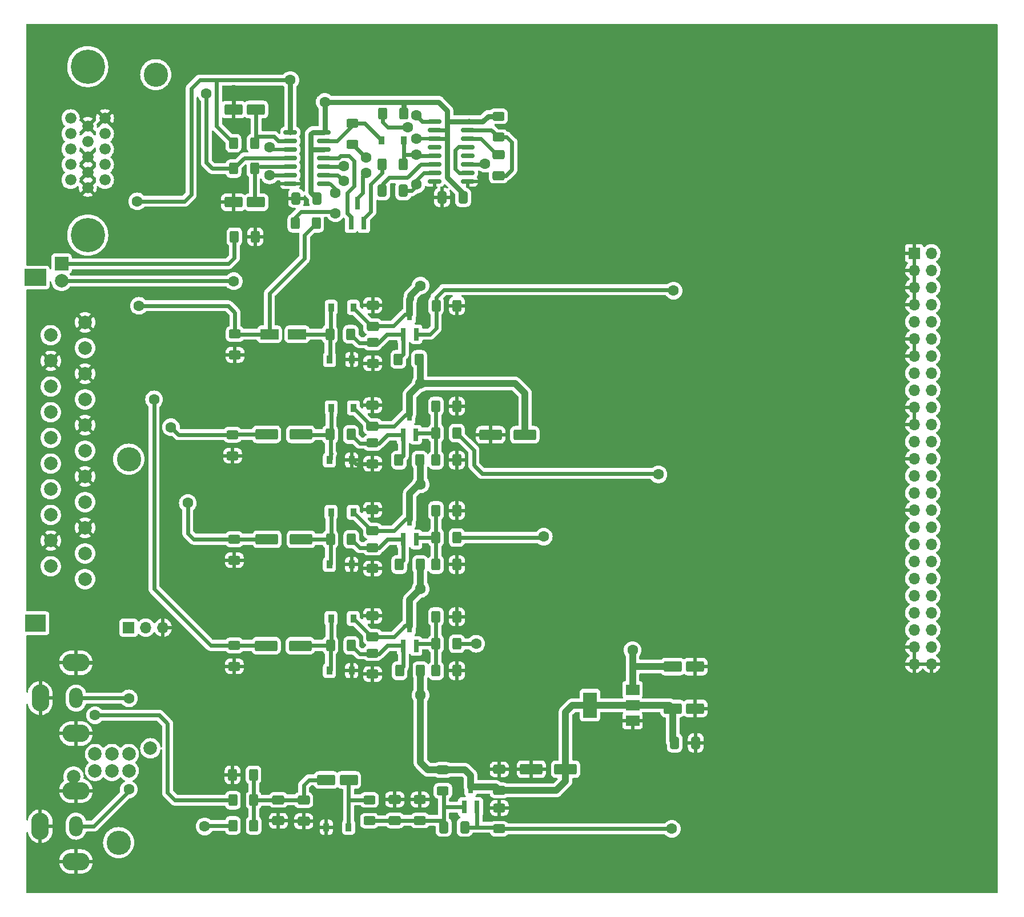
<source format=gtl>
G04 #@! TF.GenerationSoftware,KiCad,Pcbnew,6.0.2+dfsg-1*
G04 #@! TF.CreationDate,2024-08-10T18:00:15+02:00*
G04 #@! TF.ProjectId,rgb-board,7267622d-626f-4617-9264-2e6b69636164,rev?*
G04 #@! TF.SameCoordinates,Original*
G04 #@! TF.FileFunction,Copper,L1,Top*
G04 #@! TF.FilePolarity,Positive*
%FSLAX46Y46*%
G04 Gerber Fmt 4.6, Leading zero omitted, Abs format (unit mm)*
G04 Created by KiCad (PCBNEW 6.0.2+dfsg-1) date 2024-08-10 18:00:15*
%MOMM*%
%LPD*%
G01*
G04 APERTURE LIST*
G04 Aperture macros list*
%AMRoundRect*
0 Rectangle with rounded corners*
0 $1 Rounding radius*
0 $2 $3 $4 $5 $6 $7 $8 $9 X,Y pos of 4 corners*
0 Add a 4 corners polygon primitive as box body*
4,1,4,$2,$3,$4,$5,$6,$7,$8,$9,$2,$3,0*
0 Add four circle primitives for the rounded corners*
1,1,$1+$1,$2,$3*
1,1,$1+$1,$4,$5*
1,1,$1+$1,$6,$7*
1,1,$1+$1,$8,$9*
0 Add four rect primitives between the rounded corners*
20,1,$1+$1,$2,$3,$4,$5,0*
20,1,$1+$1,$4,$5,$6,$7,0*
20,1,$1+$1,$6,$7,$8,$9,0*
20,1,$1+$1,$8,$9,$2,$3,0*%
G04 Aperture macros list end*
G04 #@! TA.AperFunction,WasherPad*
%ADD10C,3.600000*%
G04 #@! TD*
G04 #@! TA.AperFunction,WasherPad*
%ADD11R,3.200000X2.500000*%
G04 #@! TD*
G04 #@! TA.AperFunction,WasherPad*
%ADD12R,3.100000X2.500000*%
G04 #@! TD*
G04 #@! TA.AperFunction,ComponentPad*
%ADD13C,2.000000*%
G04 #@! TD*
G04 #@! TA.AperFunction,ComponentPad*
%ADD14R,1.700000X1.700000*%
G04 #@! TD*
G04 #@! TA.AperFunction,ComponentPad*
%ADD15O,1.700000X1.700000*%
G04 #@! TD*
G04 #@! TA.AperFunction,SMDPad,CuDef*
%ADD16R,0.800000X1.900000*%
G04 #@! TD*
G04 #@! TA.AperFunction,SMDPad,CuDef*
%ADD17RoundRect,0.250000X1.412500X0.550000X-1.412500X0.550000X-1.412500X-0.550000X1.412500X-0.550000X0*%
G04 #@! TD*
G04 #@! TA.AperFunction,SMDPad,CuDef*
%ADD18RoundRect,0.250000X-0.650000X0.412500X-0.650000X-0.412500X0.650000X-0.412500X0.650000X0.412500X0*%
G04 #@! TD*
G04 #@! TA.AperFunction,SMDPad,CuDef*
%ADD19RoundRect,0.250000X-1.075000X-0.550000X1.075000X-0.550000X1.075000X0.550000X-1.075000X0.550000X0*%
G04 #@! TD*
G04 #@! TA.AperFunction,SMDPad,CuDef*
%ADD20RoundRect,0.250000X0.412500X0.650000X-0.412500X0.650000X-0.412500X-0.650000X0.412500X-0.650000X0*%
G04 #@! TD*
G04 #@! TA.AperFunction,SMDPad,CuDef*
%ADD21RoundRect,0.250000X1.075000X0.550000X-1.075000X0.550000X-1.075000X-0.550000X1.075000X-0.550000X0*%
G04 #@! TD*
G04 #@! TA.AperFunction,SMDPad,CuDef*
%ADD22R,0.900000X1.200000*%
G04 #@! TD*
G04 #@! TA.AperFunction,SMDPad,CuDef*
%ADD23RoundRect,0.250000X0.400000X0.625000X-0.400000X0.625000X-0.400000X-0.625000X0.400000X-0.625000X0*%
G04 #@! TD*
G04 #@! TA.AperFunction,SMDPad,CuDef*
%ADD24RoundRect,0.250000X-0.400000X-0.625000X0.400000X-0.625000X0.400000X0.625000X-0.400000X0.625000X0*%
G04 #@! TD*
G04 #@! TA.AperFunction,SMDPad,CuDef*
%ADD25RoundRect,0.250000X-0.625000X0.400000X-0.625000X-0.400000X0.625000X-0.400000X0.625000X0.400000X0*%
G04 #@! TD*
G04 #@! TA.AperFunction,SMDPad,CuDef*
%ADD26RoundRect,0.250000X0.625000X-0.400000X0.625000X0.400000X-0.625000X0.400000X-0.625000X-0.400000X0*%
G04 #@! TD*
G04 #@! TA.AperFunction,SMDPad,CuDef*
%ADD27RoundRect,0.250000X1.137500X0.550000X-1.137500X0.550000X-1.137500X-0.550000X1.137500X-0.550000X0*%
G04 #@! TD*
G04 #@! TA.AperFunction,SMDPad,CuDef*
%ADD28RoundRect,0.250000X0.650000X-0.412500X0.650000X0.412500X-0.650000X0.412500X-0.650000X-0.412500X0*%
G04 #@! TD*
G04 #@! TA.AperFunction,SMDPad,CuDef*
%ADD29R,2.000000X1.500000*%
G04 #@! TD*
G04 #@! TA.AperFunction,SMDPad,CuDef*
%ADD30R,2.000000X3.800000*%
G04 #@! TD*
G04 #@! TA.AperFunction,ComponentPad*
%ADD31O,4.000000X2.616000*%
G04 #@! TD*
G04 #@! TA.AperFunction,ComponentPad*
%ADD32O,2.616000X4.000000*%
G04 #@! TD*
G04 #@! TA.AperFunction,ComponentPad*
%ADD33O,2.000000X3.000000*%
G04 #@! TD*
G04 #@! TA.AperFunction,ComponentPad*
%ADD34C,1.676400*%
G04 #@! TD*
G04 #@! TA.AperFunction,ComponentPad*
%ADD35C,5.080000*%
G04 #@! TD*
G04 #@! TA.AperFunction,SMDPad,CuDef*
%ADD36RoundRect,0.250000X-0.412500X-0.650000X0.412500X-0.650000X0.412500X0.650000X-0.412500X0.650000X0*%
G04 #@! TD*
G04 #@! TA.AperFunction,SMDPad,CuDef*
%ADD37RoundRect,0.150000X-0.825000X-0.150000X0.825000X-0.150000X0.825000X0.150000X-0.825000X0.150000X0*%
G04 #@! TD*
G04 #@! TA.AperFunction,ComponentPad*
%ADD38R,2.000000X2.000000*%
G04 #@! TD*
G04 #@! TA.AperFunction,ViaPad*
%ADD39C,1.600000*%
G04 #@! TD*
G04 #@! TA.AperFunction,Conductor*
%ADD40C,0.600000*%
G04 #@! TD*
G04 #@! TA.AperFunction,Conductor*
%ADD41C,1.000000*%
G04 #@! TD*
G04 #@! TA.AperFunction,Conductor*
%ADD42C,0.800000*%
G04 #@! TD*
G04 #@! TA.AperFunction,Conductor*
%ADD43C,0.500000*%
G04 #@! TD*
G04 APERTURE END LIST*
D10*
X98486500Y-95250000D03*
D11*
X84650000Y-68300000D03*
D12*
X84650000Y-119600000D03*
D13*
X92000000Y-113050000D03*
X86920000Y-111145000D03*
X92000000Y-109240000D03*
X86920000Y-107335000D03*
X92000000Y-105430000D03*
X86920000Y-103525000D03*
X92000000Y-101620000D03*
X86920000Y-99715000D03*
X92000000Y-97810000D03*
X86920000Y-95905000D03*
X92000000Y-94000000D03*
X86920000Y-92095000D03*
X92000000Y-90190000D03*
X86920000Y-88285000D03*
X92000000Y-86380000D03*
X86920000Y-84475000D03*
X92000000Y-82570000D03*
X86920000Y-80665000D03*
X92000000Y-78760000D03*
X86920000Y-76855000D03*
X92000000Y-74950000D03*
D14*
X214920000Y-64685000D03*
D15*
X217460000Y-64685000D03*
X214920000Y-67225000D03*
X217460000Y-67225000D03*
X214920000Y-69765000D03*
X217460000Y-69765000D03*
X214920000Y-72305000D03*
X217460000Y-72305000D03*
X214920000Y-74845000D03*
X217460000Y-74845000D03*
X214920000Y-77385000D03*
X217460000Y-77385000D03*
X214920000Y-79925000D03*
X217460000Y-79925000D03*
X214920000Y-82465000D03*
X217460000Y-82465000D03*
X214920000Y-85005000D03*
X217460000Y-85005000D03*
X214920000Y-87545000D03*
X217460000Y-87545000D03*
X214920000Y-90085000D03*
X217460000Y-90085000D03*
X214920000Y-92625000D03*
X217460000Y-92625000D03*
X214920000Y-95165000D03*
X217460000Y-95165000D03*
X214920000Y-97705000D03*
X217460000Y-97705000D03*
X214920000Y-100245000D03*
X217460000Y-100245000D03*
X214920000Y-102785000D03*
X217460000Y-102785000D03*
X214920000Y-105325000D03*
X217460000Y-105325000D03*
X214920000Y-107865000D03*
X217460000Y-107865000D03*
X214920000Y-110405000D03*
X217460000Y-110405000D03*
X214920000Y-112945000D03*
X217460000Y-112945000D03*
X214920000Y-115485000D03*
X217460000Y-115485000D03*
X214920000Y-118025000D03*
X217460000Y-118025000D03*
X214920000Y-120565000D03*
X217460000Y-120565000D03*
X214920000Y-123105000D03*
X217460000Y-123105000D03*
X214920000Y-125645000D03*
X217460000Y-125645000D03*
D13*
X93486500Y-139000000D03*
X95986500Y-139000000D03*
X98486500Y-139000000D03*
X93486500Y-141500000D03*
X95986500Y-141500000D03*
X98486500Y-141500000D03*
X90286500Y-142350000D03*
X101686500Y-138150000D03*
D16*
X139124500Y-91633000D03*
X141024500Y-91633000D03*
X140074500Y-88633000D03*
D17*
X123983500Y-91563500D03*
X118908500Y-91563500D03*
X124047000Y-107133000D03*
X118972000Y-107133000D03*
X123920000Y-122932500D03*
X118845000Y-122932500D03*
D18*
X134624500Y-87258000D03*
X134624500Y-90383000D03*
D17*
X157199500Y-91633000D03*
X152124500Y-91633000D03*
D18*
X134624500Y-102758000D03*
X134624500Y-105883000D03*
X134624500Y-118508000D03*
X134624500Y-121633000D03*
D19*
X179115500Y-132250000D03*
X182465500Y-132250000D03*
D20*
X182543500Y-137349000D03*
X179418500Y-137349000D03*
D19*
X179115500Y-126027000D03*
X182465500Y-126027000D03*
D21*
X131086500Y-142850000D03*
X127736500Y-142850000D03*
D20*
X148286500Y-149850000D03*
X145161500Y-149850000D03*
D18*
X153411500Y-141287500D03*
X153411500Y-144412500D03*
D17*
X163236500Y-141250000D03*
X158161500Y-141250000D03*
D22*
X131774500Y-118883000D03*
X128474500Y-118883000D03*
X128224500Y-126633000D03*
X131524500Y-126633000D03*
X128239000Y-80472500D03*
X131539000Y-80472500D03*
X131061500Y-149850000D03*
X127761500Y-149850000D03*
D23*
X117011500Y-145850000D03*
X113911500Y-145850000D03*
D24*
X113911500Y-149600000D03*
X117011500Y-149600000D03*
D23*
X116961500Y-142100000D03*
X113861500Y-142100000D03*
D25*
X113874500Y-91633000D03*
X113874500Y-94733000D03*
D23*
X141624500Y-95383000D03*
X138524500Y-95383000D03*
D25*
X134624500Y-92833000D03*
X134624500Y-95933000D03*
D24*
X144024500Y-87383000D03*
X147124500Y-87383000D03*
X144024500Y-95383000D03*
X147124500Y-95383000D03*
X144024500Y-91383000D03*
X147124500Y-91383000D03*
D23*
X141674500Y-110883000D03*
X138574500Y-110883000D03*
D25*
X134624500Y-108383000D03*
X134624500Y-111483000D03*
D24*
X144024500Y-102883000D03*
X147124500Y-102883000D03*
X144024500Y-106883000D03*
X147124500Y-106883000D03*
D23*
X141724500Y-126633000D03*
X138624500Y-126633000D03*
D25*
X134624500Y-124033000D03*
X134624500Y-127133000D03*
D24*
X144024500Y-118633000D03*
X147124500Y-118633000D03*
X144024500Y-126633000D03*
X147124500Y-126633000D03*
X144024500Y-122633000D03*
X147124500Y-122633000D03*
D23*
X141536500Y-80447500D03*
X138436500Y-80447500D03*
D26*
X134161500Y-148900000D03*
X134161500Y-145800000D03*
D25*
X145036500Y-141350000D03*
X145036500Y-144450000D03*
D26*
X153411500Y-150100000D03*
X153411500Y-147000000D03*
D22*
X131795500Y-87633000D03*
X128495500Y-87633000D03*
D23*
X131424500Y-91582000D03*
X128324500Y-91582000D03*
D22*
X128224500Y-95383000D03*
X131524500Y-95383000D03*
X128224500Y-110883000D03*
X131524500Y-110883000D03*
D25*
X114124500Y-107133000D03*
X114124500Y-110233000D03*
D23*
X131474500Y-107133000D03*
X128374500Y-107133000D03*
D22*
X131774500Y-103133000D03*
X128474500Y-103133000D03*
D23*
X131474500Y-122883000D03*
X128374500Y-122883000D03*
D16*
X139174500Y-107160500D03*
X141074500Y-107160500D03*
X140124500Y-104160500D03*
D24*
X144024500Y-110883000D03*
X147124500Y-110883000D03*
D16*
X139174500Y-122972000D03*
X141074500Y-122972000D03*
X140124500Y-119972000D03*
D22*
X131789000Y-72722500D03*
X128489000Y-72722500D03*
D25*
X114124500Y-122883000D03*
X114124500Y-125983000D03*
D24*
X144039000Y-72472500D03*
X147139000Y-72472500D03*
D25*
X114221500Y-76672500D03*
X114221500Y-79772500D03*
D27*
X123451500Y-76722500D03*
X119326500Y-76722500D03*
D23*
X131389000Y-76722500D03*
X128289000Y-76722500D03*
D18*
X134639000Y-72410000D03*
X134639000Y-75535000D03*
D25*
X134639000Y-77922500D03*
X134639000Y-81022500D03*
D16*
X139189000Y-76722500D03*
X141089000Y-76722500D03*
X140139000Y-73722500D03*
D28*
X120661500Y-148912500D03*
X120661500Y-145787500D03*
X124411500Y-148975000D03*
X124411500Y-145850000D03*
D26*
X141661500Y-148850000D03*
X141661500Y-145750000D03*
D18*
X137911500Y-145725000D03*
X137911500Y-148850000D03*
D16*
X148211500Y-146850000D03*
X150111500Y-146850000D03*
X149161500Y-143850000D03*
D29*
X173161500Y-134050000D03*
X173161500Y-131750000D03*
D30*
X166861500Y-131750000D03*
D29*
X173161500Y-129450000D03*
D24*
X136071500Y-51496000D03*
X139171500Y-51496000D03*
X136121500Y-43996000D03*
X139221500Y-43996000D03*
D23*
X117111500Y-52125000D03*
X114011500Y-52125000D03*
X117236500Y-62250000D03*
X114136500Y-62250000D03*
D31*
X90659369Y-144450000D03*
X90659369Y-154950000D03*
D32*
X85359369Y-149700000D03*
D33*
X90659369Y-149700000D03*
D23*
X126278000Y-60246000D03*
X123178000Y-60246000D03*
D26*
X153292500Y-47466000D03*
X153292500Y-44366000D03*
D25*
X131621500Y-45446000D03*
X131621500Y-48546000D03*
D34*
X94938730Y-53818000D03*
X94938730Y-51532000D03*
X94938730Y-49246000D03*
X94938730Y-46960000D03*
X94938730Y-44674000D03*
X92398730Y-54961000D03*
X92398730Y-52675000D03*
X92398730Y-50389000D03*
X92398730Y-48103000D03*
X92398730Y-45817000D03*
X89858730Y-53818000D03*
X89858730Y-51532000D03*
X89858730Y-49246000D03*
X89858730Y-46960000D03*
X89858730Y-44674000D03*
D35*
X92398730Y-61996800D03*
X92398730Y-37003200D03*
D21*
X117361500Y-43375000D03*
X114011500Y-43375000D03*
D18*
X153292500Y-50041000D03*
X153292500Y-53166000D03*
D10*
X96986500Y-152150000D03*
D36*
X123278000Y-56546000D03*
X126403000Y-56546000D03*
D22*
X139271500Y-47916000D03*
X135971500Y-47916000D03*
D14*
X98461500Y-120250000D03*
D15*
X101001500Y-120250000D03*
X103541500Y-120250000D03*
D36*
X144921000Y-56416000D03*
X148046000Y-56416000D03*
D23*
X117111500Y-48375000D03*
X114011500Y-48375000D03*
D31*
X90661500Y-125450000D03*
X90661500Y-135950000D03*
D32*
X85361500Y-130700000D03*
D33*
X90661500Y-130700000D03*
D10*
X102486500Y-38200000D03*
D20*
X139184000Y-55416000D03*
X136059000Y-55416000D03*
D16*
X131421500Y-60246000D03*
X133321500Y-60246000D03*
X132371500Y-57246000D03*
D37*
X122428000Y-46736000D03*
X122428000Y-48006000D03*
X122428000Y-49276000D03*
X122428000Y-50546000D03*
X122428000Y-51816000D03*
X122428000Y-53086000D03*
X122428000Y-54356000D03*
X127378000Y-54356000D03*
X127378000Y-53086000D03*
X127378000Y-51816000D03*
X127378000Y-50546000D03*
X127378000Y-49276000D03*
X127378000Y-48006000D03*
X127378000Y-46736000D03*
X143821000Y-45126000D03*
X143821000Y-46396000D03*
X143821000Y-47666000D03*
X143821000Y-48936000D03*
X143821000Y-50206000D03*
X143821000Y-51476000D03*
X143821000Y-52746000D03*
X143821000Y-54016000D03*
X148771000Y-54016000D03*
X148771000Y-52746000D03*
X148771000Y-51476000D03*
X148771000Y-50206000D03*
X148771000Y-48936000D03*
X148771000Y-47666000D03*
X148771000Y-46396000D03*
X148771000Y-45126000D03*
D21*
X117361500Y-57125000D03*
X114011500Y-57125000D03*
D38*
X88511500Y-66250000D03*
D13*
X88511500Y-68790000D03*
D39*
X113986500Y-40500000D03*
X98436500Y-125450000D03*
X141736500Y-84000000D03*
X141736500Y-114500000D03*
X141736500Y-99000000D03*
X141736500Y-130250000D03*
X141736500Y-69500000D03*
X173161500Y-123575000D03*
X178986500Y-150100000D03*
X177000000Y-97500000D03*
X160000000Y-106750000D03*
X149986500Y-122633000D03*
X179250000Y-70250000D03*
X104736500Y-90500000D03*
X107236500Y-101750000D03*
X102236500Y-86380000D03*
X99986500Y-72500000D03*
X98486500Y-130750000D03*
X98486500Y-144250000D03*
X93486500Y-133250000D03*
X109736500Y-149750000D03*
X141121500Y-47666000D03*
X127528000Y-42246000D03*
X151292500Y-51416000D03*
X141138000Y-50038000D03*
X114046000Y-68834000D03*
X129121500Y-55746000D03*
X133621500Y-50496000D03*
X130371500Y-53996000D03*
X119361500Y-49000000D03*
X130371500Y-51746000D03*
X119361500Y-53125000D03*
X141121500Y-54496000D03*
X139871500Y-45996000D03*
X99736500Y-57000000D03*
X122428000Y-39000000D03*
X141121500Y-44246000D03*
X109986500Y-41000000D03*
X129121500Y-58746000D03*
X133621500Y-52746000D03*
D40*
X124047000Y-91633000D02*
X128374500Y-91633000D01*
X128374500Y-95233000D02*
X128224500Y-95383000D01*
X128474500Y-87633000D02*
X128474500Y-91533000D01*
X128474500Y-91533000D02*
X128374500Y-91633000D01*
X128374500Y-91633000D02*
X128374500Y-95233000D01*
X128510500Y-94406000D02*
X128495500Y-94421000D01*
X128510500Y-88721000D02*
X128495500Y-88706000D01*
X128474500Y-103133000D02*
X128474500Y-107033000D01*
X128474500Y-107033000D02*
X128374500Y-107133000D01*
X128374500Y-110733000D02*
X128224500Y-110883000D01*
X128374500Y-107133000D02*
X128374500Y-110733000D01*
X124047000Y-107133000D02*
X128374500Y-107133000D01*
X124047000Y-122883000D02*
X128374500Y-122883000D01*
X128374500Y-122883000D02*
X128374500Y-126483000D01*
X128474500Y-118883000D02*
X128474500Y-122783000D01*
X128314000Y-76722500D02*
X128314000Y-80322500D01*
X128314000Y-80322500D02*
X128164000Y-80472500D01*
X128414000Y-76622500D02*
X128314000Y-76722500D01*
X123986500Y-76722500D02*
X128314000Y-76722500D01*
X128414000Y-72722500D02*
X128414000Y-76622500D01*
X134624500Y-95983000D02*
X132124500Y-95983000D01*
X132124500Y-95983000D02*
X131524500Y-95383000D01*
X90661500Y-125450000D02*
X98436500Y-125450000D01*
X114011500Y-43375000D02*
X114011500Y-40525000D01*
X98486500Y-125500000D02*
X98436500Y-125450000D01*
X114011500Y-40525000D02*
X113986500Y-40500000D01*
X137714000Y-75472500D02*
X139436500Y-73750000D01*
X163232500Y-141246000D02*
X163236500Y-141250000D01*
X139499000Y-88685500D02*
X139543500Y-88730000D01*
X139436500Y-73750000D02*
X140064000Y-73750000D01*
D41*
X152849000Y-143850000D02*
X153411500Y-144412500D01*
X163236500Y-132750000D02*
X163236500Y-141250000D01*
X178615500Y-131750000D02*
X179115500Y-132250000D01*
D40*
X134524500Y-121633000D02*
X131774500Y-118883000D01*
D41*
X141736500Y-69500000D02*
X140236500Y-71000000D01*
D40*
X134624500Y-105883000D02*
X134524500Y-105883000D01*
D41*
X141736500Y-84000000D02*
X155736500Y-84000000D01*
X148336500Y-141350000D02*
X145036500Y-141350000D01*
X166861500Y-131750000D02*
X173161500Y-131750000D01*
X141486500Y-99000000D02*
X140124500Y-100362000D01*
D40*
X139497000Y-119910500D02*
X140063000Y-119910500D01*
X134524500Y-90383000D02*
X131774500Y-87633000D01*
D41*
X157236500Y-91596000D02*
X157199500Y-91633000D01*
X140074500Y-85662000D02*
X141736500Y-84000000D01*
D40*
X140064000Y-73750000D02*
X140286500Y-73750000D01*
D41*
X161824000Y-144412500D02*
X163236500Y-143000000D01*
X141724500Y-140238000D02*
X142836500Y-141350000D01*
X149161500Y-142175000D02*
X148336500Y-141350000D01*
X141736500Y-99000000D02*
X141736500Y-95495000D01*
D40*
X134564000Y-75472500D02*
X137714000Y-75472500D01*
X134624500Y-105883000D02*
X137774500Y-105883000D01*
D41*
X140139000Y-71597500D02*
X140139000Y-73722500D01*
X142836500Y-141350000D02*
X145036500Y-141350000D01*
X173161500Y-131750000D02*
X178615500Y-131750000D01*
X155736500Y-84000000D02*
X157236500Y-85500000D01*
X157236500Y-85500000D02*
X157236500Y-91596000D01*
D40*
X134624500Y-121633000D02*
X137774500Y-121633000D01*
X137774500Y-90383000D02*
X139497000Y-88660500D01*
D41*
X141736500Y-99000000D02*
X141486500Y-99000000D01*
D40*
X137774500Y-121633000D02*
X139497000Y-119910500D01*
D41*
X140074500Y-88633000D02*
X140074500Y-85662000D01*
X153411500Y-144412500D02*
X161824000Y-144412500D01*
D40*
X139497000Y-104160500D02*
X140124500Y-104160500D01*
X141674500Y-95383000D02*
X141624500Y-95383000D01*
D41*
X179115500Y-132250000D02*
X179115500Y-137046000D01*
D40*
X141674500Y-110883000D02*
X141624500Y-110883000D01*
D41*
X141736500Y-95495000D02*
X141624500Y-95383000D01*
X166861500Y-131750000D02*
X164236500Y-131750000D01*
D40*
X134624500Y-90383000D02*
X134524500Y-90383000D01*
D41*
X149161500Y-143850000D02*
X149161500Y-142175000D01*
X149161500Y-143850000D02*
X152849000Y-143850000D01*
D40*
X134524500Y-105883000D02*
X131774500Y-103133000D01*
D41*
X163236500Y-143000000D02*
X163236500Y-141250000D01*
X141724500Y-126633000D02*
X141724500Y-140238000D01*
D40*
X139377000Y-120011500D02*
X139416500Y-119972000D01*
D41*
X140236500Y-71000000D02*
X140236500Y-71500000D01*
D40*
X134624500Y-90383000D02*
X137774500Y-90383000D01*
D41*
X141736500Y-80647500D02*
X141536500Y-80447500D01*
X140124500Y-100362000D02*
X140124500Y-104160500D01*
X141736500Y-114500000D02*
X141736500Y-110945000D01*
D40*
X140063000Y-119910500D02*
X140124500Y-119972000D01*
D41*
X164236500Y-131750000D02*
X163236500Y-132750000D01*
X141736500Y-114500000D02*
X140124500Y-116112000D01*
X141736500Y-84000000D02*
X141736500Y-80647500D01*
X140236500Y-71500000D02*
X140139000Y-71597500D01*
D40*
X134564000Y-75472500D02*
X134464000Y-75472500D01*
X137774500Y-105883000D02*
X139497000Y-104160500D01*
X139497000Y-88660500D02*
X140124500Y-88660500D01*
X134464000Y-75472500D02*
X131714000Y-72722500D01*
D41*
X141736500Y-110945000D02*
X141674500Y-110883000D01*
X179115500Y-137046000D02*
X179418500Y-137349000D01*
X140124500Y-116112000D02*
X140124500Y-119972000D01*
X179115500Y-126027000D02*
X173513500Y-126027000D01*
X173161500Y-129450000D02*
X173161500Y-125675000D01*
X173513500Y-126027000D02*
X173161500Y-125675000D01*
X173161500Y-123575000D02*
X173161500Y-125675000D01*
D40*
X124599000Y-145787500D02*
X124661500Y-145850000D01*
X124411500Y-145850000D02*
X124411500Y-144100000D01*
X127736500Y-142850000D02*
X125161500Y-142850000D01*
X120661500Y-145787500D02*
X124599000Y-145787500D01*
X124411500Y-143600000D02*
X124411500Y-145850000D01*
X117011500Y-142150000D02*
X116961500Y-142100000D01*
X117011500Y-145850000D02*
X120599000Y-145850000D01*
X117011500Y-145850000D02*
X117011500Y-149600000D01*
X120599000Y-145850000D02*
X120661500Y-145787500D01*
X125161500Y-142850000D02*
X124411500Y-143600000D01*
X117011500Y-145850000D02*
X117011500Y-142150000D01*
X131111500Y-145800000D02*
X131061500Y-145750000D01*
X131061500Y-145750000D02*
X131061500Y-149850000D01*
X131061500Y-142875000D02*
X131061500Y-145750000D01*
X134161500Y-145800000D02*
X131111500Y-145800000D01*
X131086500Y-142850000D02*
X131061500Y-142875000D01*
X153411500Y-150100000D02*
X178986500Y-150100000D01*
X150111500Y-146850000D02*
X150111500Y-149800000D01*
X148286500Y-149850000D02*
X150161500Y-149850000D01*
X150161500Y-149850000D02*
X153161500Y-149850000D01*
X150111500Y-149800000D02*
X150161500Y-149850000D01*
X153161500Y-149850000D02*
X153411500Y-150100000D01*
X176883000Y-97383000D02*
X150874500Y-97383000D01*
X150874500Y-97383000D02*
X149624500Y-96133000D01*
X149624500Y-93883000D02*
X147124500Y-91383000D01*
X177000000Y-97500000D02*
X176883000Y-97383000D01*
X149624500Y-96133000D02*
X149624500Y-93883000D01*
X160000000Y-106750000D02*
X159867000Y-106883000D01*
X159867000Y-106883000D02*
X147124500Y-106883000D01*
X149986500Y-122633000D02*
X147124500Y-122633000D01*
X144039000Y-71197500D02*
X144039000Y-72472500D01*
X179250000Y-70250000D02*
X179097500Y-70097500D01*
X143139000Y-76722500D02*
X144039000Y-75822500D01*
X141089000Y-76722500D02*
X143139000Y-76722500D01*
X179097500Y-70097500D02*
X145139000Y-70097500D01*
X144039000Y-75822500D02*
X144039000Y-72472500D01*
X145139000Y-70097500D02*
X144039000Y-71197500D01*
X118908500Y-91563500D02*
X113944000Y-91563500D01*
X105869500Y-91633000D02*
X113874500Y-91633000D01*
X118850000Y-91643000D02*
X118911000Y-91582000D01*
X104736500Y-90500000D02*
X105869500Y-91633000D01*
X108119500Y-107133000D02*
X114124500Y-107133000D01*
X118972000Y-107133000D02*
X114124500Y-107133000D01*
X107236500Y-106250000D02*
X108119500Y-107133000D01*
X107236500Y-101750000D02*
X107236500Y-106250000D01*
X118829000Y-122948500D02*
X118845000Y-122932500D01*
X102236500Y-114500000D02*
X110619500Y-122883000D01*
X118972000Y-122883000D02*
X114124500Y-122883000D01*
X110619500Y-122883000D02*
X114124500Y-122883000D01*
X102236500Y-86380000D02*
X102236500Y-114500000D01*
X124528000Y-65496000D02*
X124496000Y-65496000D01*
X124528000Y-65496000D02*
X124528000Y-61996000D01*
X113236500Y-72500000D02*
X114221500Y-73485000D01*
X124496000Y-65496000D02*
X119326500Y-70665500D01*
X114221500Y-73485000D02*
X114221500Y-76672500D01*
X114171500Y-76722500D02*
X114221500Y-76672500D01*
X119326500Y-76722500D02*
X119326500Y-70665500D01*
X99986500Y-72500000D02*
X113236500Y-72500000D01*
X118911500Y-76722500D02*
X114064000Y-76722500D01*
X124528000Y-61996000D02*
X126278000Y-60246000D01*
X141661500Y-148850000D02*
X145036500Y-148850000D01*
X145286500Y-146850000D02*
X145161500Y-146975000D01*
X145161500Y-149850000D02*
X145161500Y-149225000D01*
X145161500Y-149850000D02*
X145161500Y-148725000D01*
X137861500Y-148900000D02*
X137911500Y-148850000D01*
X148211500Y-146850000D02*
X145286500Y-146850000D01*
X145161500Y-148725000D02*
X145161500Y-146975000D01*
X145161500Y-146975000D02*
X145161500Y-144575000D01*
X134161500Y-148900000D02*
X137861500Y-148900000D01*
X145161500Y-144575000D02*
X145036500Y-144450000D01*
X145136500Y-148700000D02*
X145161500Y-148725000D01*
X137911500Y-148850000D02*
X141661500Y-148850000D01*
X145036500Y-148850000D02*
X145161500Y-148725000D01*
X141352000Y-91383000D02*
X141074500Y-91660500D01*
X144024500Y-91383000D02*
X144024500Y-95383000D01*
X144024500Y-91383000D02*
X141352000Y-91383000D01*
X144024500Y-87383000D02*
X144024500Y-91383000D01*
X144024500Y-102883000D02*
X144024500Y-106883000D01*
X141352000Y-106883000D02*
X141074500Y-107160500D01*
X143852000Y-107160500D02*
X144024500Y-107333000D01*
X144024500Y-106883000D02*
X144024500Y-110883000D01*
X144024500Y-106883000D02*
X141352000Y-106883000D01*
X144024500Y-122633000D02*
X141352000Y-122633000D01*
X144024500Y-118633000D02*
X144024500Y-122633000D01*
X144024500Y-122633000D02*
X144024500Y-126633000D01*
X98186500Y-130700000D02*
X90661500Y-130700000D01*
X98236500Y-130750000D02*
X98186500Y-130700000D01*
X98486500Y-130750000D02*
X98236500Y-130750000D01*
X98486500Y-144250000D02*
X98486500Y-144500000D01*
X98486500Y-144500000D02*
X93286500Y-149700000D01*
X93286500Y-149700000D02*
X90659369Y-149700000D01*
X98486500Y-144250000D02*
X98236500Y-144500000D01*
X93486500Y-133250000D02*
X102986500Y-133250000D01*
X102986500Y-133250000D02*
X104236500Y-134500000D01*
X104236500Y-134500000D02*
X104236500Y-144750000D01*
X104236500Y-144750000D02*
X105336500Y-145850000D01*
X105336500Y-145850000D02*
X113911500Y-145850000D01*
X113811500Y-149500000D02*
X113911500Y-149600000D01*
X109736500Y-149750000D02*
X109886500Y-149600000D01*
X109886500Y-149600000D02*
X113911500Y-149600000D01*
X134624500Y-92883000D02*
X132724500Y-92883000D01*
X136797000Y-91660500D02*
X135574500Y-92883000D01*
X139174500Y-94783000D02*
X138574500Y-95383000D01*
X135574500Y-92883000D02*
X134624500Y-92883000D01*
X139174500Y-91660500D02*
X136797000Y-91660500D01*
X139174500Y-91660500D02*
X139174500Y-94783000D01*
X132724500Y-92883000D02*
X131474500Y-91633000D01*
X139174500Y-110283000D02*
X138574500Y-110883000D01*
X134624500Y-108383000D02*
X132724500Y-108383000D01*
X135574500Y-108383000D02*
X134624500Y-108383000D01*
X132724500Y-108383000D02*
X131474500Y-107133000D01*
X136797000Y-107160500D02*
X135574500Y-108383000D01*
X139174500Y-107160500D02*
X139174500Y-110283000D01*
X139174500Y-107160500D02*
X136797000Y-107160500D01*
X139174500Y-122910500D02*
X139174500Y-126033000D01*
X139174500Y-126033000D02*
X138574500Y-126633000D01*
X139174500Y-122910500D02*
X136797000Y-122910500D01*
X135574500Y-124133000D02*
X134624500Y-124133000D01*
X132724500Y-124133000D02*
X131474500Y-122883000D01*
X136797000Y-122910500D02*
X135574500Y-124133000D01*
X134624500Y-124133000D02*
X132724500Y-124133000D01*
X134564000Y-77972500D02*
X132664000Y-77972500D01*
X139189000Y-79695000D02*
X138436500Y-80447500D01*
X135514000Y-77972500D02*
X134564000Y-77972500D01*
X136736500Y-76750000D02*
X135514000Y-77972500D01*
X139114000Y-76750000D02*
X136736500Y-76750000D01*
X132664000Y-77972500D02*
X131414000Y-76722500D01*
X139189000Y-76722500D02*
X139189000Y-79695000D01*
X117361500Y-47375000D02*
X117361500Y-48125000D01*
X117361500Y-43375000D02*
X117361500Y-47375000D01*
X117361500Y-48125000D02*
X117111500Y-48375000D01*
X120650000Y-48006000D02*
X122428000Y-48006000D01*
X117476500Y-48010000D02*
X117111500Y-48375000D01*
X120019000Y-47375000D02*
X120650000Y-48006000D01*
X117361500Y-47375000D02*
X120019000Y-47375000D01*
X122428000Y-51816000D02*
X117958000Y-51816000D01*
X117361500Y-57125000D02*
X117111500Y-56875000D01*
X117416500Y-51820000D02*
X117111500Y-52125000D01*
X117111500Y-56875000D02*
X117111500Y-52125000D01*
X126403000Y-56546000D02*
X126328000Y-56546000D01*
D42*
X125476000Y-49276000D02*
X127378000Y-49276000D01*
X125476000Y-49276000D02*
X125476000Y-47048000D01*
X125476000Y-51192000D02*
X125476000Y-55694000D01*
X150964500Y-45166000D02*
X148811000Y-45166000D01*
X138871500Y-42246000D02*
X144391000Y-42246000D01*
X145694400Y-43549400D02*
X145694400Y-45872400D01*
D40*
X151292500Y-51416000D02*
X151232500Y-51476000D01*
D42*
X145694400Y-45872400D02*
X145694400Y-45442600D01*
D43*
X143546000Y-47666000D02*
X141121500Y-47666000D01*
D42*
X127528000Y-42246000D02*
X127528000Y-46586000D01*
D40*
X148811000Y-45166000D02*
X148771000Y-45126000D01*
D42*
X148046000Y-55821000D02*
X145694400Y-53469400D01*
X145694400Y-47853600D02*
X145694400Y-46228000D01*
X138871500Y-42246000D02*
X128121500Y-42246000D01*
D40*
X127528000Y-46586000D02*
X127378000Y-46736000D01*
X145506800Y-47666000D02*
X145694400Y-47853600D01*
D43*
X145526400Y-46396000D02*
X145694400Y-46228000D01*
D40*
X139221500Y-42596000D02*
X138871500Y-42246000D01*
D42*
X139221500Y-43996000D02*
X139221500Y-42596000D01*
D40*
X148771000Y-45126000D02*
X148891000Y-45006000D01*
X143821000Y-46396000D02*
X145526400Y-46396000D01*
D42*
X153292500Y-44366000D02*
X151757500Y-44366000D01*
D40*
X151232500Y-51476000D02*
X149172500Y-51476000D01*
D42*
X125476000Y-47048000D02*
X125788000Y-46736000D01*
X148046000Y-56071000D02*
X148046000Y-55821000D01*
D40*
X148796000Y-45101000D02*
X148771000Y-45126000D01*
X143821000Y-47666000D02*
X145506800Y-47666000D01*
X146011000Y-45126000D02*
X145891000Y-45246000D01*
D42*
X148771000Y-45126000D02*
X146011000Y-45126000D01*
X144391000Y-42246000D02*
X145611300Y-43466300D01*
X145694400Y-46228000D02*
X145694400Y-45872400D01*
X145694400Y-45442600D02*
X145891000Y-45246000D01*
X145611300Y-43466300D02*
X145694400Y-43549400D01*
X151757500Y-44366000D02*
X150957500Y-45166000D01*
X125788000Y-46736000D02*
X127378000Y-46736000D01*
X145694400Y-53469400D02*
X145694400Y-47853600D01*
X125476000Y-51192000D02*
X125476000Y-49276000D01*
X125476000Y-55694000D02*
X126328000Y-56546000D01*
D40*
X139276500Y-51561000D02*
X139171500Y-51666000D01*
X114046000Y-68834000D02*
X114002000Y-68790000D01*
X139271500Y-50146000D02*
X139271500Y-51566000D01*
X143821000Y-50206000D02*
X141306000Y-50206000D01*
X114002000Y-68790000D02*
X88511500Y-68790000D01*
X139271500Y-47916000D02*
X139271500Y-50146000D01*
X139271500Y-51566000D02*
X139171500Y-51666000D01*
X139271500Y-48166000D02*
X139276500Y-48171000D01*
X139271500Y-50038000D02*
X141138000Y-50038000D01*
X141306000Y-50206000D02*
X141138000Y-50038000D01*
X131621500Y-45446000D02*
X133501500Y-45446000D01*
X129361500Y-48006000D02*
X131621500Y-45746000D01*
X131621500Y-45746000D02*
X131621500Y-45446000D01*
X133501500Y-45446000D02*
X135971500Y-47916000D01*
X127378000Y-48006000D02*
X129361500Y-48006000D01*
X130871500Y-58746000D02*
X131421500Y-59296000D01*
X131871500Y-50996000D02*
X131871500Y-54746000D01*
X130871500Y-55746000D02*
X130871500Y-58746000D01*
X129871500Y-50246000D02*
X131121500Y-50246000D01*
X127378000Y-50546000D02*
X129571500Y-50546000D01*
X129571500Y-50546000D02*
X129871500Y-50246000D01*
X131121500Y-50246000D02*
X131871500Y-50996000D01*
X131421500Y-59296000D02*
X131421500Y-60246000D01*
X131871500Y-54746000D02*
X130871500Y-55746000D01*
D43*
X129121500Y-55170000D02*
X129121500Y-55746000D01*
X128307500Y-54356000D02*
X129121500Y-55170000D01*
D40*
X131671500Y-48546000D02*
X131621500Y-48546000D01*
X127888000Y-54356000D02*
X127378000Y-54356000D01*
D43*
X127653000Y-54356000D02*
X128307500Y-54356000D01*
D40*
X133621500Y-50496000D02*
X131671500Y-48546000D01*
X129461500Y-53086000D02*
X130371500Y-53996000D01*
D43*
X119637500Y-49276000D02*
X119361500Y-49000000D01*
D40*
X127378000Y-53086000D02*
X129461500Y-53086000D01*
X119361500Y-49000000D02*
X119641500Y-49280000D01*
X122408000Y-49296000D02*
X122428000Y-49276000D01*
D43*
X122128000Y-49276000D02*
X119637500Y-49276000D01*
D40*
X122428000Y-53086000D02*
X119938000Y-53086000D01*
X119396500Y-53090000D02*
X119361500Y-53125000D01*
X130301500Y-51816000D02*
X127971500Y-51816000D01*
X130371500Y-51746000D02*
X130301500Y-51816000D01*
X153087500Y-50041000D02*
X153292500Y-50041000D01*
X150712500Y-47666000D02*
X153087500Y-50041000D01*
X148771000Y-47666000D02*
X150670500Y-47666000D01*
X150670500Y-47666000D02*
X150752500Y-47748000D01*
X152222500Y-46396000D02*
X153292500Y-47466000D01*
X153292500Y-47466000D02*
X154512500Y-47466000D01*
X154372500Y-53166000D02*
X153292500Y-53166000D01*
X154512500Y-47466000D02*
X155292500Y-48246000D01*
X149172500Y-46396000D02*
X152222500Y-46396000D01*
X155292500Y-52246000D02*
X154372500Y-53166000D01*
X155292500Y-48246000D02*
X155292500Y-52246000D01*
X142246500Y-52746000D02*
X141121500Y-53871000D01*
X139121500Y-55666000D02*
X139371500Y-55666000D01*
X136621500Y-45746000D02*
X136871500Y-45996000D01*
X141121500Y-53871000D02*
X141121500Y-54496000D01*
X141121500Y-54496000D02*
X141121500Y-54746000D01*
X136121500Y-44166000D02*
X136121500Y-45246000D01*
X136871500Y-45996000D02*
X139871500Y-45996000D01*
X142246500Y-52746000D02*
X143546000Y-52746000D01*
X136041500Y-44246000D02*
X136121500Y-44166000D01*
X140451500Y-55416000D02*
X139184000Y-55416000D01*
X141121500Y-54746000D02*
X140451500Y-55416000D01*
X136121500Y-45246000D02*
X136621500Y-45746000D01*
X137041500Y-53496000D02*
X135996500Y-54541000D01*
X143821000Y-51476000D02*
X141811500Y-51476000D01*
X141811500Y-51476000D02*
X139791500Y-53496000D01*
X135996500Y-54541000D02*
X135996500Y-55666000D01*
X139791500Y-53496000D02*
X137041500Y-53496000D01*
X106736500Y-57000000D02*
X107736500Y-56000000D01*
X141121500Y-44246000D02*
X142001500Y-45126000D01*
X111486500Y-39000000D02*
X111486500Y-45850000D01*
X108986500Y-39000000D02*
X111736500Y-39000000D01*
X107736500Y-56000000D02*
X107736500Y-40250000D01*
X142001500Y-45126000D02*
X143821000Y-45126000D01*
X107736500Y-40250000D02*
X108986500Y-39000000D01*
X111486500Y-45850000D02*
X114011500Y-48375000D01*
D42*
X122428000Y-39096000D02*
X122428000Y-46736000D01*
D40*
X99736500Y-57000000D02*
X106736500Y-57000000D01*
D42*
X122428000Y-39000000D02*
X121986500Y-39000000D01*
D40*
X122428000Y-39000000D02*
X111486500Y-39000000D01*
X109986500Y-41000000D02*
X109986500Y-51250000D01*
X115590500Y-50546000D02*
X114011500Y-52125000D01*
X109986500Y-51250000D02*
X110861500Y-52125000D01*
X122428000Y-50546000D02*
X115590500Y-50546000D01*
X110861500Y-52125000D02*
X114011500Y-52125000D01*
X114136500Y-62250000D02*
X114136500Y-65350000D01*
X113236500Y-66250000D02*
X88511500Y-66250000D01*
X114136500Y-65350000D02*
X113236500Y-66250000D01*
X146891000Y-49416000D02*
X147391000Y-48916000D01*
X147391000Y-48916000D02*
X148751000Y-48916000D01*
X147471000Y-52746000D02*
X146891000Y-52166000D01*
X148751000Y-48916000D02*
X148771000Y-48936000D01*
X146891000Y-52166000D02*
X146891000Y-49416000D01*
X148771000Y-52746000D02*
X147471000Y-52746000D01*
X124028000Y-58496000D02*
X128871500Y-58496000D01*
X128871500Y-58496000D02*
X129121500Y-58746000D01*
X133621500Y-52746000D02*
X133121500Y-53246000D01*
X133121500Y-55746000D02*
X132371500Y-56496000D01*
X123178000Y-60246000D02*
X123178000Y-59346000D01*
X132371500Y-56496000D02*
X132371500Y-57246000D01*
X123278000Y-60346000D02*
X123178000Y-60246000D01*
X133121500Y-53246000D02*
X133121500Y-55746000D01*
X123178000Y-59346000D02*
X124028000Y-58496000D01*
X134371500Y-58496000D02*
X133321500Y-59546000D01*
X133321500Y-59546000D02*
X133321500Y-60246000D01*
X136071500Y-52796000D02*
X134371500Y-54496000D01*
X134371500Y-54496000D02*
X134371500Y-58496000D01*
X135901500Y-51496000D02*
X136071500Y-51666000D01*
X136071500Y-51496000D02*
X136071500Y-52796000D01*
G04 #@! TA.AperFunction,Conductor*
G36*
X227259121Y-30678002D02*
G01*
X227305614Y-30731658D01*
X227317000Y-30784000D01*
X227317000Y-159516000D01*
X227296998Y-159584121D01*
X227243342Y-159630614D01*
X227191000Y-159642000D01*
X83434000Y-159642000D01*
X83365879Y-159621998D01*
X83319386Y-159568342D01*
X83308000Y-159516000D01*
X83308000Y-155221710D01*
X88171521Y-155221710D01*
X88185440Y-155323986D01*
X88187382Y-155333122D01*
X88260294Y-155583267D01*
X88263562Y-155592010D01*
X88372649Y-155828637D01*
X88377169Y-155836792D01*
X88520034Y-156054698D01*
X88525717Y-156062103D01*
X88699215Y-156256492D01*
X88705931Y-156262977D01*
X88906260Y-156429589D01*
X88913852Y-156435004D01*
X89136610Y-156570177D01*
X89144927Y-156574415D01*
X89385213Y-156675176D01*
X89394063Y-156678137D01*
X89646601Y-156742273D01*
X89655798Y-156743895D01*
X89872188Y-156765684D01*
X89878480Y-156766000D01*
X90387254Y-156766000D01*
X90402493Y-156761525D01*
X90403698Y-156760135D01*
X90405369Y-156752452D01*
X90405369Y-156747885D01*
X90913369Y-156747885D01*
X90917844Y-156763124D01*
X90919234Y-156764329D01*
X90926917Y-156766000D01*
X91417547Y-156766000D01*
X91422222Y-156765827D01*
X91615892Y-156751435D01*
X91625098Y-156750058D01*
X91879248Y-156692550D01*
X91888159Y-156689826D01*
X92131016Y-156595384D01*
X92139425Y-156591373D01*
X92365654Y-156462073D01*
X92373379Y-156456862D01*
X92578013Y-156295541D01*
X92584881Y-156289248D01*
X92763417Y-156099458D01*
X92769291Y-156092203D01*
X92917810Y-155878116D01*
X92922543Y-155870081D01*
X93037791Y-155636381D01*
X93041279Y-155627748D01*
X93120721Y-155379570D01*
X93122894Y-155370519D01*
X93147101Y-155221880D01*
X93145404Y-155208285D01*
X93131298Y-155204000D01*
X90931484Y-155204000D01*
X90916245Y-155208475D01*
X90915040Y-155209865D01*
X90913369Y-155217548D01*
X90913369Y-156747885D01*
X90405369Y-156747885D01*
X90405369Y-155222115D01*
X90400894Y-155206876D01*
X90399504Y-155205671D01*
X90391821Y-155204000D01*
X88187226Y-155204000D01*
X88173542Y-155208018D01*
X88171521Y-155221710D01*
X83308000Y-155221710D01*
X83308000Y-154678120D01*
X88171637Y-154678120D01*
X88173334Y-154691715D01*
X88187440Y-154696000D01*
X90387254Y-154696000D01*
X90402493Y-154691525D01*
X90403698Y-154690135D01*
X90405369Y-154682452D01*
X90405369Y-154677885D01*
X90913369Y-154677885D01*
X90917844Y-154693124D01*
X90919234Y-154694329D01*
X90926917Y-154696000D01*
X93131512Y-154696000D01*
X93145196Y-154691982D01*
X93147217Y-154678290D01*
X93133298Y-154576014D01*
X93131356Y-154566878D01*
X93058444Y-154316733D01*
X93055176Y-154307990D01*
X92946089Y-154071363D01*
X92941569Y-154063208D01*
X92798704Y-153845302D01*
X92793021Y-153837897D01*
X92619523Y-153643508D01*
X92612807Y-153637023D01*
X92412478Y-153470411D01*
X92404886Y-153464996D01*
X92182128Y-153329823D01*
X92173811Y-153325585D01*
X91933525Y-153224824D01*
X91924675Y-153221863D01*
X91672137Y-153157727D01*
X91662940Y-153156105D01*
X91446550Y-153134316D01*
X91440258Y-153134000D01*
X90931484Y-153134000D01*
X90916245Y-153138475D01*
X90915040Y-153139865D01*
X90913369Y-153147548D01*
X90913369Y-154677885D01*
X90405369Y-154677885D01*
X90405369Y-153152115D01*
X90400894Y-153136876D01*
X90399504Y-153135671D01*
X90391821Y-153134000D01*
X89901191Y-153134000D01*
X89896516Y-153134173D01*
X89702846Y-153148565D01*
X89693640Y-153149942D01*
X89439490Y-153207450D01*
X89430579Y-153210174D01*
X89187722Y-153304616D01*
X89179313Y-153308627D01*
X88953084Y-153437927D01*
X88945359Y-153443138D01*
X88740725Y-153604459D01*
X88733857Y-153610752D01*
X88555321Y-153800542D01*
X88549447Y-153807797D01*
X88400928Y-154021884D01*
X88396195Y-154029919D01*
X88280947Y-154263619D01*
X88277459Y-154272252D01*
X88198017Y-154520430D01*
X88195844Y-154529481D01*
X88171637Y-154678120D01*
X83308000Y-154678120D01*
X83308000Y-150679705D01*
X83328002Y-150611584D01*
X83381658Y-150565091D01*
X83451932Y-150554987D01*
X83516512Y-150584481D01*
X83554896Y-150644207D01*
X83558615Y-150661076D01*
X83559311Y-150665731D01*
X83616819Y-150919879D01*
X83619543Y-150928790D01*
X83713985Y-151171647D01*
X83717996Y-151180056D01*
X83847296Y-151406285D01*
X83852507Y-151414010D01*
X84013828Y-151618644D01*
X84020121Y-151625512D01*
X84209911Y-151804048D01*
X84217166Y-151809922D01*
X84431253Y-151958441D01*
X84439288Y-151963174D01*
X84672988Y-152078422D01*
X84681621Y-152081910D01*
X84929799Y-152161352D01*
X84938850Y-152163525D01*
X85087489Y-152187732D01*
X85101084Y-152186035D01*
X85105304Y-152172143D01*
X85613369Y-152172143D01*
X85617387Y-152185827D01*
X85631079Y-152187848D01*
X85733355Y-152173929D01*
X85742491Y-152171987D01*
X85817924Y-152150000D01*
X94673047Y-152150000D01*
X94692839Y-152451966D01*
X94751876Y-152748766D01*
X94849148Y-153035320D01*
X94982991Y-153306726D01*
X95151114Y-153558341D01*
X95153828Y-153561435D01*
X95153832Y-153561441D01*
X95347933Y-153782769D01*
X95350642Y-153785858D01*
X95353731Y-153788567D01*
X95575059Y-153982668D01*
X95575065Y-153982672D01*
X95578159Y-153985386D01*
X95581585Y-153987675D01*
X95581590Y-153987679D01*
X95632782Y-154021884D01*
X95829773Y-154153509D01*
X95833472Y-154155333D01*
X95833477Y-154155336D01*
X95972808Y-154224046D01*
X96101180Y-154287352D01*
X96105085Y-154288677D01*
X96105086Y-154288678D01*
X96383827Y-154383298D01*
X96383830Y-154383299D01*
X96387734Y-154384624D01*
X96391773Y-154385427D01*
X96391779Y-154385429D01*
X96680491Y-154442857D01*
X96680494Y-154442857D01*
X96684534Y-154443661D01*
X96688645Y-154443930D01*
X96688649Y-154443931D01*
X96982381Y-154463183D01*
X96986500Y-154463453D01*
X96990619Y-154463183D01*
X97284351Y-154443931D01*
X97284355Y-154443930D01*
X97288466Y-154443661D01*
X97292506Y-154442857D01*
X97292509Y-154442857D01*
X97581221Y-154385429D01*
X97581227Y-154385427D01*
X97585266Y-154384624D01*
X97589170Y-154383299D01*
X97589173Y-154383298D01*
X97867914Y-154288678D01*
X97867915Y-154288677D01*
X97871820Y-154287352D01*
X98000192Y-154224046D01*
X98139523Y-154155336D01*
X98139528Y-154155333D01*
X98143227Y-154153509D01*
X98340218Y-154021884D01*
X98391410Y-153987679D01*
X98391415Y-153987675D01*
X98394841Y-153985386D01*
X98397935Y-153982672D01*
X98397941Y-153982668D01*
X98619269Y-153788567D01*
X98622358Y-153785858D01*
X98625067Y-153782769D01*
X98819168Y-153561441D01*
X98819172Y-153561435D01*
X98821886Y-153558341D01*
X98990009Y-153306726D01*
X99123852Y-153035320D01*
X99221124Y-152748766D01*
X99280161Y-152451966D01*
X99299953Y-152150000D01*
X99287708Y-151963174D01*
X99280431Y-151852149D01*
X99280430Y-151852145D01*
X99280161Y-151848034D01*
X99253153Y-151712256D01*
X99221929Y-151555279D01*
X99221927Y-151555273D01*
X99221124Y-151551234D01*
X99209856Y-151518038D01*
X99125178Y-151268586D01*
X99125177Y-151268585D01*
X99123852Y-151264680D01*
X99014097Y-151042119D01*
X98991836Y-150996978D01*
X98991833Y-150996973D01*
X98990009Y-150993274D01*
X98821886Y-150741659D01*
X98819172Y-150738565D01*
X98819168Y-150738559D01*
X98625067Y-150517231D01*
X98622358Y-150514142D01*
X98604214Y-150498230D01*
X98397941Y-150317332D01*
X98397935Y-150317328D01*
X98394841Y-150314614D01*
X98391411Y-150312322D01*
X98391410Y-150312321D01*
X98146660Y-150148785D01*
X98143227Y-150146491D01*
X98139528Y-150144667D01*
X98139523Y-150144664D01*
X97964799Y-150058500D01*
X97871820Y-150012648D01*
X97867914Y-150011322D01*
X97589173Y-149916702D01*
X97589170Y-149916701D01*
X97585266Y-149915376D01*
X97581227Y-149914573D01*
X97581221Y-149914571D01*
X97292509Y-149857143D01*
X97292506Y-149857143D01*
X97288466Y-149856339D01*
X97284355Y-149856070D01*
X97284351Y-149856069D01*
X96990619Y-149836817D01*
X96986500Y-149836547D01*
X96982381Y-149836817D01*
X96688649Y-149856069D01*
X96688645Y-149856070D01*
X96684534Y-149856339D01*
X96680494Y-149857143D01*
X96680491Y-149857143D01*
X96391779Y-149914571D01*
X96391773Y-149914573D01*
X96387734Y-149915376D01*
X96383830Y-149916701D01*
X96383827Y-149916702D01*
X96105086Y-150011322D01*
X96101180Y-150012648D01*
X96030455Y-150047526D01*
X95833478Y-150144664D01*
X95833473Y-150144667D01*
X95829774Y-150146491D01*
X95578159Y-150314614D01*
X95575065Y-150317328D01*
X95575059Y-150317332D01*
X95368786Y-150498230D01*
X95350642Y-150514142D01*
X95347933Y-150517231D01*
X95153832Y-150738559D01*
X95153828Y-150738565D01*
X95151114Y-150741659D01*
X94982991Y-150993274D01*
X94981167Y-150996973D01*
X94981164Y-150996978D01*
X94958903Y-151042119D01*
X94849148Y-151264680D01*
X94847823Y-151268585D01*
X94847822Y-151268586D01*
X94763145Y-151518038D01*
X94751876Y-151551234D01*
X94751073Y-151555273D01*
X94751071Y-151555279D01*
X94719847Y-151712256D01*
X94692839Y-151848034D01*
X94692570Y-151852145D01*
X94692569Y-151852149D01*
X94685292Y-151963174D01*
X94673047Y-152150000D01*
X85817924Y-152150000D01*
X85992636Y-152099075D01*
X86001379Y-152095807D01*
X86238006Y-151986720D01*
X86246161Y-151982200D01*
X86464067Y-151839335D01*
X86471472Y-151833652D01*
X86665861Y-151660154D01*
X86672346Y-151653438D01*
X86838958Y-151453109D01*
X86844373Y-151445517D01*
X86979546Y-151222759D01*
X86983784Y-151214442D01*
X87084545Y-150974156D01*
X87087506Y-150965306D01*
X87151642Y-150712768D01*
X87153264Y-150703571D01*
X87175053Y-150487181D01*
X87175369Y-150480889D01*
X87175369Y-150261001D01*
X89150869Y-150261001D01*
X89151071Y-150263509D01*
X89151071Y-150263514D01*
X89164954Y-150436060D01*
X89165429Y-150441965D01*
X89166635Y-150446873D01*
X89166635Y-150446876D01*
X89218795Y-150659236D01*
X89223332Y-150677706D01*
X89225307Y-150682358D01*
X89225308Y-150682362D01*
X89250478Y-150741659D01*
X89318181Y-150901156D01*
X89350284Y-150952135D01*
X89439179Y-151093296D01*
X89447536Y-151106567D01*
X89450881Y-151110361D01*
X89604719Y-151284858D01*
X89604722Y-151284861D01*
X89608067Y-151288655D01*
X89611975Y-151291865D01*
X89611976Y-151291866D01*
X89760678Y-151414010D01*
X89795647Y-151442734D01*
X90005447Y-151564841D01*
X90010170Y-151566654D01*
X90227347Y-151650020D01*
X90227351Y-151650021D01*
X90232071Y-151651833D01*
X90237021Y-151652867D01*
X90237024Y-151652868D01*
X90464738Y-151700440D01*
X90464742Y-151700440D01*
X90469689Y-151701474D01*
X90712186Y-151712486D01*
X90717206Y-151711905D01*
X90717210Y-151711905D01*
X90948298Y-151685167D01*
X90948302Y-151685166D01*
X90953325Y-151684585D01*
X90958189Y-151683209D01*
X90958192Y-151683208D01*
X91119635Y-151637524D01*
X91186901Y-151618490D01*
X91191477Y-151616356D01*
X91191483Y-151616354D01*
X91402323Y-151518038D01*
X91402327Y-151518036D01*
X91406905Y-151515901D01*
X91607676Y-151379456D01*
X91784050Y-151212668D01*
X91787129Y-151208641D01*
X91928416Y-151023846D01*
X91928419Y-151023842D01*
X91931489Y-151019826D01*
X91949784Y-150985707D01*
X92043808Y-150810352D01*
X92046200Y-150805891D01*
X92069385Y-150738559D01*
X92119340Y-150593478D01*
X92160430Y-150535581D01*
X92226299Y-150509090D01*
X92238475Y-150508500D01*
X93277286Y-150508500D01*
X93278606Y-150508507D01*
X93368721Y-150509451D01*
X93411097Y-150500289D01*
X93423663Y-150498231D01*
X93466755Y-150493397D01*
X93473406Y-150491081D01*
X93473410Y-150491080D01*
X93498430Y-150482367D01*
X93513242Y-150478204D01*
X93539119Y-150472609D01*
X93546010Y-150471119D01*
X93585313Y-150452792D01*
X93597089Y-150448010D01*
X93638052Y-150433745D01*
X93644027Y-150430011D01*
X93644030Y-150430010D01*
X93666495Y-150415973D01*
X93680012Y-150408634D01*
X93704014Y-150397441D01*
X93704015Y-150397440D01*
X93710402Y-150394462D01*
X93719115Y-150387704D01*
X93744653Y-150367894D01*
X93755112Y-150360598D01*
X93785904Y-150341358D01*
X93785907Y-150341356D01*
X93791876Y-150337626D01*
X93801482Y-150328087D01*
X93820679Y-150309024D01*
X93821304Y-150308439D01*
X93821970Y-150307922D01*
X93847959Y-150281933D01*
X93920582Y-150209815D01*
X93921240Y-150208778D01*
X93922343Y-150207549D01*
X94379892Y-149750000D01*
X108423002Y-149750000D01*
X108442957Y-149978087D01*
X108444381Y-149983400D01*
X108444381Y-149983402D01*
X108487816Y-150145500D01*
X108502216Y-150199243D01*
X108504539Y-150204224D01*
X108504539Y-150204225D01*
X108596651Y-150401762D01*
X108596654Y-150401767D01*
X108598977Y-150406749D01*
X108660507Y-150494623D01*
X108723427Y-150584481D01*
X108730302Y-150594300D01*
X108892200Y-150756198D01*
X108896708Y-150759355D01*
X108896711Y-150759357D01*
X108956335Y-150801106D01*
X109079751Y-150887523D01*
X109084733Y-150889846D01*
X109084738Y-150889849D01*
X109282275Y-150981961D01*
X109287257Y-150984284D01*
X109292565Y-150985706D01*
X109292567Y-150985707D01*
X109503098Y-151042119D01*
X109503100Y-151042119D01*
X109508413Y-151043543D01*
X109736500Y-151063498D01*
X109964587Y-151043543D01*
X109969900Y-151042119D01*
X109969902Y-151042119D01*
X110180433Y-150985707D01*
X110180435Y-150985706D01*
X110185743Y-150984284D01*
X110190725Y-150981961D01*
X110388262Y-150889849D01*
X110388267Y-150889846D01*
X110393249Y-150887523D01*
X110516665Y-150801106D01*
X110576289Y-150759357D01*
X110576292Y-150759355D01*
X110580800Y-150756198D01*
X110742698Y-150594300D01*
X110749574Y-150584481D01*
X110812427Y-150494717D01*
X110835176Y-150462228D01*
X110890632Y-150417901D01*
X110938388Y-150408500D01*
X112682303Y-150408500D01*
X112750424Y-150428502D01*
X112796917Y-150482158D01*
X112801826Y-150494623D01*
X112807435Y-150511433D01*
X112819950Y-150548946D01*
X112823801Y-150555170D01*
X112823802Y-150555171D01*
X112858712Y-150611584D01*
X112913022Y-150699348D01*
X113038197Y-150824305D01*
X113044427Y-150828145D01*
X113044428Y-150828146D01*
X113181590Y-150912694D01*
X113188762Y-150917115D01*
X113257122Y-150939789D01*
X113350111Y-150970632D01*
X113350113Y-150970632D01*
X113356639Y-150972797D01*
X113363475Y-150973497D01*
X113363478Y-150973498D01*
X113406531Y-150977909D01*
X113461100Y-150983500D01*
X114361900Y-150983500D01*
X114365146Y-150983163D01*
X114365150Y-150983163D01*
X114460808Y-150973238D01*
X114460812Y-150973237D01*
X114467666Y-150972526D01*
X114474202Y-150970345D01*
X114474204Y-150970345D01*
X114625468Y-150919879D01*
X114635446Y-150916550D01*
X114785848Y-150823478D01*
X114910805Y-150698303D01*
X114933752Y-150661076D01*
X114999775Y-150553968D01*
X114999776Y-150553966D01*
X115003615Y-150547738D01*
X115041425Y-150433745D01*
X115057132Y-150386389D01*
X115057132Y-150386387D01*
X115059297Y-150379861D01*
X115070000Y-150275400D01*
X115070000Y-148924600D01*
X115068507Y-148910211D01*
X115059738Y-148825692D01*
X115059737Y-148825688D01*
X115059026Y-148818834D01*
X115051634Y-148796676D01*
X115005368Y-148658002D01*
X115003050Y-148651054D01*
X114909978Y-148500652D01*
X114784803Y-148375695D01*
X114771500Y-148367495D01*
X114640468Y-148286725D01*
X114640466Y-148286724D01*
X114634238Y-148282885D01*
X114554495Y-148256436D01*
X114472889Y-148229368D01*
X114472887Y-148229368D01*
X114466361Y-148227203D01*
X114459525Y-148226503D01*
X114459522Y-148226502D01*
X114416469Y-148222091D01*
X114361900Y-148216500D01*
X113461100Y-148216500D01*
X113457854Y-148216837D01*
X113457850Y-148216837D01*
X113362192Y-148226762D01*
X113362188Y-148226763D01*
X113355334Y-148227474D01*
X113348798Y-148229655D01*
X113348796Y-148229655D01*
X113259224Y-148259539D01*
X113187554Y-148283450D01*
X113037152Y-148376522D01*
X112912195Y-148501697D01*
X112908355Y-148507927D01*
X112908354Y-148507928D01*
X112845343Y-148610151D01*
X112819385Y-148652262D01*
X112817081Y-148659209D01*
X112801837Y-148705168D01*
X112761406Y-148763527D01*
X112695842Y-148790764D01*
X112682244Y-148791500D01*
X110680688Y-148791500D01*
X110612567Y-148771498D01*
X110591593Y-148754595D01*
X110580800Y-148743802D01*
X110576292Y-148740645D01*
X110576289Y-148740643D01*
X110454869Y-148655624D01*
X110393249Y-148612477D01*
X110388267Y-148610154D01*
X110388262Y-148610151D01*
X110190725Y-148518039D01*
X110190724Y-148518039D01*
X110185743Y-148515716D01*
X110180435Y-148514294D01*
X110180433Y-148514293D01*
X109969902Y-148457881D01*
X109969900Y-148457881D01*
X109964587Y-148456457D01*
X109736500Y-148436502D01*
X109508413Y-148456457D01*
X109503100Y-148457881D01*
X109503098Y-148457881D01*
X109292567Y-148514293D01*
X109292565Y-148514294D01*
X109287257Y-148515716D01*
X109282276Y-148518039D01*
X109282275Y-148518039D01*
X109084738Y-148610151D01*
X109084733Y-148610154D01*
X109079751Y-148612477D01*
X109018131Y-148655624D01*
X108896711Y-148740643D01*
X108896708Y-148740645D01*
X108892200Y-148743802D01*
X108730302Y-148905700D01*
X108727145Y-148910208D01*
X108727143Y-148910211D01*
X108672402Y-148988389D01*
X108598977Y-149093251D01*
X108596654Y-149098233D01*
X108596651Y-149098238D01*
X108504539Y-149295775D01*
X108502216Y-149300757D01*
X108500794Y-149306065D01*
X108500793Y-149306067D01*
X108460574Y-149456166D01*
X108442957Y-149521913D01*
X108423002Y-149750000D01*
X94379892Y-149750000D01*
X96231829Y-147898063D01*
X98541624Y-145588267D01*
X98603936Y-145554241D01*
X98619736Y-145551841D01*
X98638005Y-145550243D01*
X98709106Y-145544023D01*
X98709111Y-145544022D01*
X98714587Y-145543543D01*
X98719900Y-145542119D01*
X98719902Y-145542119D01*
X98930433Y-145485707D01*
X98930435Y-145485706D01*
X98935743Y-145484284D01*
X98940725Y-145481961D01*
X99138262Y-145389849D01*
X99138267Y-145389846D01*
X99143249Y-145387523D01*
X99256105Y-145308500D01*
X99326289Y-145259357D01*
X99326292Y-145259355D01*
X99330800Y-145256198D01*
X99492698Y-145094300D01*
X99500424Y-145083267D01*
X99561727Y-144995716D01*
X99624023Y-144906749D01*
X99626346Y-144901767D01*
X99626349Y-144901762D01*
X99718461Y-144704225D01*
X99718461Y-144704224D01*
X99720784Y-144699243D01*
X99729134Y-144668083D01*
X99778619Y-144483402D01*
X99778620Y-144483398D01*
X99780043Y-144478087D01*
X99799998Y-144250000D01*
X99780043Y-144021913D01*
X99778619Y-144016598D01*
X99722207Y-143806067D01*
X99722206Y-143806065D01*
X99720784Y-143800757D01*
X99707492Y-143772252D01*
X99626349Y-143598238D01*
X99626346Y-143598233D01*
X99624023Y-143593251D01*
X99546824Y-143483000D01*
X99495857Y-143410211D01*
X99495855Y-143410208D01*
X99492698Y-143405700D01*
X99330800Y-143243802D01*
X99326292Y-143240645D01*
X99326289Y-143240643D01*
X99233669Y-143175790D01*
X99143249Y-143112477D01*
X99138263Y-143110152D01*
X99138256Y-143110148D01*
X99116897Y-143100188D01*
X99063612Y-143053271D01*
X99044152Y-142984993D01*
X99064695Y-142917033D01*
X99121931Y-142869585D01*
X99168885Y-142850137D01*
X99168893Y-142850133D01*
X99173463Y-142848240D01*
X99203517Y-142829823D01*
X99371702Y-142726759D01*
X99371708Y-142726755D01*
X99375916Y-142724176D01*
X99556469Y-142569969D01*
X99566265Y-142558500D01*
X99582164Y-142539884D01*
X99710676Y-142389416D01*
X99713255Y-142385208D01*
X99713259Y-142385202D01*
X99832154Y-142191183D01*
X99834740Y-142186963D01*
X99836716Y-142182194D01*
X99923711Y-141972167D01*
X99923712Y-141972165D01*
X99925605Y-141967594D01*
X99951126Y-141861290D01*
X99979880Y-141741524D01*
X99979881Y-141741518D01*
X99981035Y-141736711D01*
X99999665Y-141500000D01*
X99981035Y-141263289D01*
X99952646Y-141145038D01*
X99926760Y-141037218D01*
X99925605Y-141032406D01*
X99923629Y-141027635D01*
X99836635Y-140817611D01*
X99836633Y-140817607D01*
X99834740Y-140813037D01*
X99822779Y-140793518D01*
X99713259Y-140614798D01*
X99713255Y-140614792D01*
X99710676Y-140610584D01*
X99556469Y-140430031D01*
X99552713Y-140426823D01*
X99552708Y-140426818D01*
X99457861Y-140345811D01*
X99419051Y-140286361D01*
X99418545Y-140215366D01*
X99457861Y-140154189D01*
X99552708Y-140073182D01*
X99552713Y-140073177D01*
X99556469Y-140069969D01*
X99710676Y-139889416D01*
X99713255Y-139885208D01*
X99713259Y-139885202D01*
X99832154Y-139691183D01*
X99834740Y-139686963D01*
X99844598Y-139663165D01*
X99923711Y-139472167D01*
X99923712Y-139472165D01*
X99925605Y-139467594D01*
X99981035Y-139236711D01*
X99999665Y-139000000D01*
X99981035Y-138763289D01*
X99979646Y-138757500D01*
X99926760Y-138537218D01*
X99925605Y-138532406D01*
X99903156Y-138478208D01*
X99836635Y-138317611D01*
X99836633Y-138317607D01*
X99834740Y-138313037D01*
X99741197Y-138160389D01*
X99713259Y-138114798D01*
X99713255Y-138114792D01*
X99710676Y-138110584D01*
X99556469Y-137930031D01*
X99375916Y-137775824D01*
X99371708Y-137773245D01*
X99371702Y-137773241D01*
X99177683Y-137654346D01*
X99173463Y-137651760D01*
X99168893Y-137649867D01*
X99168889Y-137649865D01*
X98958667Y-137562789D01*
X98958665Y-137562788D01*
X98954094Y-137560895D01*
X98873891Y-137541640D01*
X98728024Y-137506620D01*
X98728018Y-137506619D01*
X98723211Y-137505465D01*
X98486500Y-137486835D01*
X98249789Y-137505465D01*
X98244982Y-137506619D01*
X98244976Y-137506620D01*
X98099109Y-137541640D01*
X98018906Y-137560895D01*
X98014335Y-137562788D01*
X98014333Y-137562789D01*
X97804111Y-137649865D01*
X97804107Y-137649867D01*
X97799537Y-137651760D01*
X97795317Y-137654346D01*
X97601298Y-137773241D01*
X97601292Y-137773245D01*
X97597084Y-137775824D01*
X97416531Y-137930031D01*
X97413323Y-137933787D01*
X97413318Y-137933792D01*
X97332311Y-138028639D01*
X97272861Y-138067449D01*
X97201866Y-138067955D01*
X97140689Y-138028639D01*
X97059682Y-137933792D01*
X97059677Y-137933787D01*
X97056469Y-137930031D01*
X96875916Y-137775824D01*
X96871708Y-137773245D01*
X96871702Y-137773241D01*
X96677683Y-137654346D01*
X96673463Y-137651760D01*
X96668893Y-137649867D01*
X96668889Y-137649865D01*
X96458667Y-137562789D01*
X96458665Y-137562788D01*
X96454094Y-137560895D01*
X96373891Y-137541640D01*
X96228024Y-137506620D01*
X96228018Y-137506619D01*
X96223211Y-137505465D01*
X95986500Y-137486835D01*
X95749789Y-137505465D01*
X95744982Y-137506619D01*
X95744976Y-137506620D01*
X95599109Y-137541640D01*
X95518906Y-137560895D01*
X95514335Y-137562788D01*
X95514333Y-137562789D01*
X95304111Y-137649865D01*
X95304107Y-137649867D01*
X95299537Y-137651760D01*
X95295317Y-137654346D01*
X95101298Y-137773241D01*
X95101292Y-137773245D01*
X95097084Y-137775824D01*
X94916531Y-137930031D01*
X94913323Y-137933787D01*
X94913318Y-137933792D01*
X94832311Y-138028639D01*
X94772861Y-138067449D01*
X94701866Y-138067955D01*
X94640689Y-138028639D01*
X94559682Y-137933792D01*
X94559677Y-137933787D01*
X94556469Y-137930031D01*
X94375916Y-137775824D01*
X94371708Y-137773245D01*
X94371702Y-137773241D01*
X94177683Y-137654346D01*
X94173463Y-137651760D01*
X94168893Y-137649867D01*
X94168889Y-137649865D01*
X93958667Y-137562789D01*
X93958665Y-137562788D01*
X93954094Y-137560895D01*
X93873891Y-137541640D01*
X93728024Y-137506620D01*
X93728018Y-137506619D01*
X93723211Y-137505465D01*
X93486500Y-137486835D01*
X93249789Y-137505465D01*
X93244982Y-137506619D01*
X93244976Y-137506620D01*
X93099109Y-137541640D01*
X93018906Y-137560895D01*
X93014335Y-137562788D01*
X93014333Y-137562789D01*
X92804111Y-137649865D01*
X92804107Y-137649867D01*
X92799537Y-137651760D01*
X92795317Y-137654346D01*
X92601298Y-137773241D01*
X92601292Y-137773245D01*
X92597084Y-137775824D01*
X92416531Y-137930031D01*
X92262324Y-138110584D01*
X92259745Y-138114792D01*
X92259741Y-138114798D01*
X92231803Y-138160389D01*
X92138260Y-138313037D01*
X92136367Y-138317607D01*
X92136365Y-138317611D01*
X92069844Y-138478208D01*
X92047395Y-138532406D01*
X92046240Y-138537218D01*
X91993355Y-138757500D01*
X91991965Y-138763289D01*
X91973335Y-139000000D01*
X91991965Y-139236711D01*
X92047395Y-139467594D01*
X92049288Y-139472165D01*
X92049289Y-139472167D01*
X92128403Y-139663165D01*
X92138260Y-139686963D01*
X92140846Y-139691183D01*
X92259741Y-139885202D01*
X92259745Y-139885208D01*
X92262324Y-139889416D01*
X92416531Y-140069969D01*
X92420287Y-140073177D01*
X92420292Y-140073182D01*
X92515139Y-140154189D01*
X92553949Y-140213639D01*
X92554455Y-140284634D01*
X92515139Y-140345811D01*
X92420292Y-140426818D01*
X92420287Y-140426823D01*
X92416531Y-140430031D01*
X92262324Y-140610584D01*
X92259745Y-140614792D01*
X92259741Y-140614798D01*
X92150221Y-140793518D01*
X92138260Y-140813037D01*
X92136367Y-140817607D01*
X92136365Y-140817611D01*
X92049371Y-141027635D01*
X92047395Y-141032406D01*
X92046240Y-141037218D01*
X92020355Y-141145038D01*
X91991965Y-141263289D01*
X91973335Y-141500000D01*
X91991965Y-141736711D01*
X91993119Y-141741518D01*
X91993120Y-141741524D01*
X92021874Y-141861290D01*
X92047395Y-141967594D01*
X92049288Y-141972165D01*
X92049289Y-141972167D01*
X92136285Y-142182194D01*
X92138260Y-142186963D01*
X92140846Y-142191183D01*
X92259741Y-142385202D01*
X92259745Y-142385208D01*
X92262324Y-142389416D01*
X92390836Y-142539884D01*
X92406736Y-142558500D01*
X92416531Y-142569969D01*
X92597084Y-142724176D01*
X92601292Y-142726755D01*
X92601298Y-142726759D01*
X92769483Y-142829823D01*
X92799537Y-142848240D01*
X92804107Y-142850133D01*
X92804111Y-142850135D01*
X92971717Y-142919559D01*
X93018906Y-142939105D01*
X93076458Y-142952922D01*
X93244976Y-142993380D01*
X93244982Y-142993381D01*
X93249789Y-142994535D01*
X93486500Y-143013165D01*
X93723211Y-142994535D01*
X93728018Y-142993381D01*
X93728024Y-142993380D01*
X93896542Y-142952922D01*
X93954094Y-142939105D01*
X94001283Y-142919559D01*
X94168889Y-142850135D01*
X94168893Y-142850133D01*
X94173463Y-142848240D01*
X94203517Y-142829823D01*
X94371702Y-142726759D01*
X94371708Y-142726755D01*
X94375916Y-142724176D01*
X94556469Y-142569969D01*
X94559677Y-142566213D01*
X94559682Y-142566208D01*
X94640689Y-142471361D01*
X94700139Y-142432551D01*
X94771134Y-142432045D01*
X94832311Y-142471361D01*
X94913318Y-142566208D01*
X94913323Y-142566213D01*
X94916531Y-142569969D01*
X95097084Y-142724176D01*
X95101292Y-142726755D01*
X95101298Y-142726759D01*
X95269483Y-142829823D01*
X95299537Y-142848240D01*
X95304107Y-142850133D01*
X95304111Y-142850135D01*
X95471717Y-142919559D01*
X95518906Y-142939105D01*
X95576458Y-142952922D01*
X95744976Y-142993380D01*
X95744982Y-142993381D01*
X95749789Y-142994535D01*
X95986500Y-143013165D01*
X96223211Y-142994535D01*
X96228018Y-142993381D01*
X96228024Y-142993380D01*
X96396542Y-142952922D01*
X96454094Y-142939105D01*
X96501283Y-142919559D01*
X96668889Y-142850135D01*
X96668893Y-142850133D01*
X96673463Y-142848240D01*
X96703517Y-142829823D01*
X96871702Y-142726759D01*
X96871708Y-142726755D01*
X96875916Y-142724176D01*
X97056469Y-142569969D01*
X97059677Y-142566213D01*
X97059682Y-142566208D01*
X97140689Y-142471361D01*
X97200139Y-142432551D01*
X97271134Y-142432045D01*
X97332311Y-142471361D01*
X97413318Y-142566208D01*
X97413323Y-142566213D01*
X97416531Y-142569969D01*
X97597084Y-142724176D01*
X97601292Y-142726755D01*
X97601298Y-142726759D01*
X97769483Y-142829823D01*
X97799537Y-142848240D01*
X97804107Y-142850133D01*
X97804115Y-142850137D01*
X97851069Y-142869585D01*
X97906350Y-142914132D01*
X97928772Y-142981495D01*
X97911215Y-143050287D01*
X97856103Y-143100188D01*
X97834744Y-143110148D01*
X97834737Y-143110152D01*
X97829751Y-143112477D01*
X97739331Y-143175790D01*
X97646711Y-143240643D01*
X97646708Y-143240645D01*
X97642200Y-143243802D01*
X97480302Y-143405700D01*
X97477145Y-143410208D01*
X97477143Y-143410211D01*
X97426176Y-143483000D01*
X97348977Y-143593251D01*
X97346654Y-143598233D01*
X97346651Y-143598238D01*
X97265508Y-143772252D01*
X97252216Y-143800757D01*
X97250794Y-143806065D01*
X97250793Y-143806067D01*
X97194381Y-144016598D01*
X97192957Y-144021913D01*
X97173002Y-144250000D01*
X97192957Y-144478087D01*
X97208825Y-144537306D01*
X97210491Y-144543523D01*
X97208801Y-144614500D01*
X97177879Y-144665229D01*
X92988513Y-148854595D01*
X92926201Y-148888621D01*
X92899418Y-148891500D01*
X92235764Y-148891500D01*
X92167643Y-148871498D01*
X92121150Y-148817842D01*
X92113401Y-148795556D01*
X92100337Y-148742369D01*
X92095406Y-148722294D01*
X92092958Y-148716525D01*
X92007587Y-148515405D01*
X92000557Y-148498844D01*
X91923295Y-148376154D01*
X91873897Y-148297712D01*
X91873895Y-148297709D01*
X91871202Y-148293433D01*
X91803377Y-148216500D01*
X91714019Y-148115142D01*
X91714016Y-148115139D01*
X91710671Y-148111345D01*
X91691673Y-148095740D01*
X91526997Y-147960474D01*
X91526994Y-147960472D01*
X91523091Y-147957266D01*
X91393706Y-147881962D01*
X91317659Y-147837701D01*
X91317657Y-147837700D01*
X91313291Y-147835159D01*
X91268715Y-147818048D01*
X91091391Y-147749980D01*
X91091387Y-147749979D01*
X91086667Y-147748167D01*
X91081717Y-147747133D01*
X91081714Y-147747132D01*
X90854000Y-147699560D01*
X90853996Y-147699560D01*
X90849049Y-147698526D01*
X90606552Y-147687514D01*
X90601532Y-147688095D01*
X90601528Y-147688095D01*
X90370440Y-147714833D01*
X90370436Y-147714834D01*
X90365413Y-147715415D01*
X90360549Y-147716791D01*
X90360546Y-147716792D01*
X90224995Y-147755149D01*
X90131837Y-147781510D01*
X90127261Y-147783644D01*
X90127255Y-147783646D01*
X89916415Y-147881962D01*
X89916411Y-147881964D01*
X89911833Y-147884099D01*
X89907652Y-147886940D01*
X89907651Y-147886941D01*
X89891867Y-147897668D01*
X89711062Y-148020544D01*
X89534688Y-148187332D01*
X89531610Y-148191358D01*
X89531609Y-148191359D01*
X89390322Y-148376154D01*
X89390319Y-148376158D01*
X89387249Y-148380174D01*
X89384859Y-148384632D01*
X89384858Y-148384633D01*
X89350023Y-148449600D01*
X89272538Y-148594109D01*
X89193507Y-148823631D01*
X89188159Y-148854595D01*
X89154288Y-149050692D01*
X89152190Y-149062836D01*
X89152010Y-149066797D01*
X89152010Y-149066798D01*
X89151014Y-149088743D01*
X89150869Y-149091925D01*
X89150869Y-150261001D01*
X87175369Y-150261001D01*
X87175369Y-149972115D01*
X87170894Y-149956876D01*
X87169504Y-149955671D01*
X87161821Y-149954000D01*
X85631484Y-149954000D01*
X85616245Y-149958475D01*
X85615040Y-149959865D01*
X85613369Y-149967548D01*
X85613369Y-152172143D01*
X85105304Y-152172143D01*
X85105369Y-152171929D01*
X85105369Y-149427885D01*
X85613369Y-149427885D01*
X85617844Y-149443124D01*
X85619234Y-149444329D01*
X85626917Y-149446000D01*
X87157254Y-149446000D01*
X87172493Y-149441525D01*
X87173698Y-149440135D01*
X87175369Y-149432452D01*
X87175369Y-148941822D01*
X87175196Y-148937147D01*
X87160804Y-148743477D01*
X87159427Y-148734271D01*
X87101919Y-148480121D01*
X87099195Y-148471210D01*
X87004753Y-148228353D01*
X87000742Y-148219944D01*
X86871442Y-147993715D01*
X86866231Y-147985990D01*
X86704910Y-147781356D01*
X86698617Y-147774488D01*
X86508827Y-147595952D01*
X86501572Y-147590078D01*
X86287485Y-147441559D01*
X86279450Y-147436826D01*
X86045750Y-147321578D01*
X86037117Y-147318090D01*
X85788939Y-147238648D01*
X85779888Y-147236475D01*
X85631249Y-147212268D01*
X85617654Y-147213965D01*
X85613369Y-147228071D01*
X85613369Y-149427885D01*
X85105369Y-149427885D01*
X85105369Y-147227857D01*
X85101351Y-147214173D01*
X85087659Y-147212152D01*
X84985383Y-147226071D01*
X84976247Y-147228013D01*
X84726102Y-147300925D01*
X84717359Y-147304193D01*
X84480732Y-147413280D01*
X84472577Y-147417800D01*
X84254671Y-147560665D01*
X84247266Y-147566348D01*
X84052877Y-147739846D01*
X84046392Y-147746562D01*
X83879780Y-147946891D01*
X83874365Y-147954483D01*
X83739192Y-148177241D01*
X83734954Y-148185558D01*
X83634193Y-148425844D01*
X83631232Y-148434694D01*
X83567096Y-148687232D01*
X83565474Y-148696429D01*
X83559366Y-148757088D01*
X83532640Y-148822862D01*
X83474596Y-148863745D01*
X83403663Y-148866757D01*
X83342362Y-148830943D01*
X83310156Y-148767671D01*
X83308000Y-148744464D01*
X83308000Y-144721710D01*
X88171521Y-144721710D01*
X88185440Y-144823986D01*
X88187382Y-144833122D01*
X88260294Y-145083267D01*
X88263562Y-145092010D01*
X88372649Y-145328637D01*
X88377169Y-145336792D01*
X88520034Y-145554698D01*
X88525717Y-145562103D01*
X88699215Y-145756492D01*
X88705931Y-145762977D01*
X88906260Y-145929589D01*
X88913852Y-145935004D01*
X89136610Y-146070177D01*
X89144927Y-146074415D01*
X89385213Y-146175176D01*
X89394063Y-146178137D01*
X89646601Y-146242273D01*
X89655798Y-146243895D01*
X89872188Y-146265684D01*
X89878480Y-146266000D01*
X90387254Y-146266000D01*
X90402493Y-146261525D01*
X90403698Y-146260135D01*
X90405369Y-146252452D01*
X90405369Y-146247885D01*
X90913369Y-146247885D01*
X90917844Y-146263124D01*
X90919234Y-146264329D01*
X90926917Y-146266000D01*
X91417547Y-146266000D01*
X91422222Y-146265827D01*
X91615892Y-146251435D01*
X91625098Y-146250058D01*
X91879248Y-146192550D01*
X91888159Y-146189826D01*
X92131016Y-146095384D01*
X92139425Y-146091373D01*
X92365654Y-145962073D01*
X92373379Y-145956862D01*
X92578013Y-145795541D01*
X92584881Y-145789248D01*
X92763417Y-145599458D01*
X92769291Y-145592203D01*
X92917810Y-145378116D01*
X92922543Y-145370081D01*
X93037791Y-145136381D01*
X93041279Y-145127748D01*
X93120721Y-144879570D01*
X93122894Y-144870519D01*
X93147101Y-144721880D01*
X93145404Y-144708285D01*
X93131298Y-144704000D01*
X90931484Y-144704000D01*
X90916245Y-144708475D01*
X90915040Y-144709865D01*
X90913369Y-144717548D01*
X90913369Y-146247885D01*
X90405369Y-146247885D01*
X90405369Y-144722115D01*
X90400894Y-144706876D01*
X90399504Y-144705671D01*
X90391821Y-144704000D01*
X88187226Y-144704000D01*
X88173542Y-144708018D01*
X88171521Y-144721710D01*
X83308000Y-144721710D01*
X83308000Y-144178120D01*
X88171637Y-144178120D01*
X88173334Y-144191715D01*
X88187440Y-144196000D01*
X93131512Y-144196000D01*
X93145196Y-144191982D01*
X93147217Y-144178290D01*
X93133298Y-144076014D01*
X93131356Y-144066878D01*
X93058444Y-143816733D01*
X93055176Y-143807990D01*
X92946089Y-143571363D01*
X92941569Y-143563208D01*
X92798704Y-143345302D01*
X92793021Y-143337897D01*
X92619523Y-143143508D01*
X92612807Y-143137023D01*
X92412478Y-142970411D01*
X92404886Y-142964996D01*
X92182128Y-142829823D01*
X92173811Y-142825585D01*
X91933525Y-142724824D01*
X91924678Y-142721864D01*
X91876350Y-142709590D01*
X91815249Y-142673434D01*
X91783394Y-142609985D01*
X91781754Y-142577581D01*
X91799277Y-142354930D01*
X91799665Y-142350000D01*
X91781035Y-142113289D01*
X91778325Y-142101998D01*
X91727250Y-141889259D01*
X91725605Y-141882406D01*
X91713679Y-141853614D01*
X91636635Y-141667611D01*
X91636633Y-141667607D01*
X91634740Y-141663037D01*
X91613601Y-141628541D01*
X91513259Y-141464798D01*
X91513255Y-141464792D01*
X91510676Y-141460584D01*
X91356469Y-141280031D01*
X91175916Y-141125824D01*
X91171708Y-141123245D01*
X91171702Y-141123241D01*
X90977683Y-141004346D01*
X90973463Y-141001760D01*
X90968893Y-140999867D01*
X90968889Y-140999865D01*
X90758667Y-140912789D01*
X90758665Y-140912788D01*
X90754094Y-140910895D01*
X90632505Y-140881704D01*
X90528024Y-140856620D01*
X90528018Y-140856619D01*
X90523211Y-140855465D01*
X90286500Y-140836835D01*
X90049789Y-140855465D01*
X90044982Y-140856619D01*
X90044976Y-140856620D01*
X89940495Y-140881704D01*
X89818906Y-140910895D01*
X89814335Y-140912788D01*
X89814333Y-140912789D01*
X89604111Y-140999865D01*
X89604107Y-140999867D01*
X89599537Y-141001760D01*
X89595317Y-141004346D01*
X89401298Y-141123241D01*
X89401292Y-141123245D01*
X89397084Y-141125824D01*
X89216531Y-141280031D01*
X89062324Y-141460584D01*
X89059745Y-141464792D01*
X89059741Y-141464798D01*
X88959399Y-141628541D01*
X88938260Y-141663037D01*
X88936367Y-141667607D01*
X88936365Y-141667611D01*
X88859321Y-141853614D01*
X88847395Y-141882406D01*
X88845750Y-141889259D01*
X88794676Y-142101998D01*
X88791965Y-142113289D01*
X88773335Y-142350000D01*
X88791965Y-142586711D01*
X88793119Y-142591518D01*
X88793120Y-142591524D01*
X88822884Y-142715500D01*
X88847395Y-142817594D01*
X88849288Y-142822165D01*
X88849289Y-142822167D01*
X88855536Y-142837248D01*
X88873728Y-142881166D01*
X88874211Y-142882333D01*
X88881800Y-142952922D01*
X88850021Y-143016409D01*
X88835808Y-143029501D01*
X88740725Y-143104459D01*
X88733857Y-143110752D01*
X88555321Y-143300542D01*
X88549447Y-143307797D01*
X88400928Y-143521884D01*
X88396195Y-143529919D01*
X88280947Y-143763619D01*
X88277459Y-143772252D01*
X88198017Y-144020430D01*
X88195844Y-144029481D01*
X88171637Y-144178120D01*
X83308000Y-144178120D01*
X83308000Y-136221710D01*
X88173652Y-136221710D01*
X88187571Y-136323986D01*
X88189513Y-136333122D01*
X88262425Y-136583267D01*
X88265693Y-136592010D01*
X88374780Y-136828637D01*
X88379300Y-136836792D01*
X88522165Y-137054698D01*
X88527848Y-137062103D01*
X88701346Y-137256492D01*
X88708062Y-137262977D01*
X88908391Y-137429589D01*
X88915983Y-137435004D01*
X89138741Y-137570177D01*
X89147058Y-137574415D01*
X89387344Y-137675176D01*
X89396194Y-137678137D01*
X89648732Y-137742273D01*
X89657929Y-137743895D01*
X89874319Y-137765684D01*
X89880611Y-137766000D01*
X90389385Y-137766000D01*
X90404624Y-137761525D01*
X90405829Y-137760135D01*
X90407500Y-137752452D01*
X90407500Y-137747885D01*
X90915500Y-137747885D01*
X90919975Y-137763124D01*
X90921365Y-137764329D01*
X90929048Y-137766000D01*
X91419678Y-137766000D01*
X91424353Y-137765827D01*
X91618023Y-137751435D01*
X91627229Y-137750058D01*
X91881379Y-137692550D01*
X91890290Y-137689826D01*
X92133147Y-137595384D01*
X92141556Y-137591373D01*
X92367785Y-137462073D01*
X92375510Y-137456862D01*
X92580144Y-137295541D01*
X92587012Y-137289248D01*
X92765548Y-137099458D01*
X92771422Y-137092203D01*
X92919941Y-136878116D01*
X92924674Y-136870081D01*
X93039922Y-136636381D01*
X93043410Y-136627748D01*
X93122852Y-136379570D01*
X93125025Y-136370519D01*
X93149232Y-136221880D01*
X93147535Y-136208285D01*
X93133429Y-136204000D01*
X90933615Y-136204000D01*
X90918376Y-136208475D01*
X90917171Y-136209865D01*
X90915500Y-136217548D01*
X90915500Y-137747885D01*
X90407500Y-137747885D01*
X90407500Y-136222115D01*
X90403025Y-136206876D01*
X90401635Y-136205671D01*
X90393952Y-136204000D01*
X88189357Y-136204000D01*
X88175673Y-136208018D01*
X88173652Y-136221710D01*
X83308000Y-136221710D01*
X83308000Y-135678120D01*
X88173768Y-135678120D01*
X88175465Y-135691715D01*
X88189571Y-135696000D01*
X90389385Y-135696000D01*
X90404624Y-135691525D01*
X90405829Y-135690135D01*
X90407500Y-135682452D01*
X90407500Y-135677885D01*
X90915500Y-135677885D01*
X90919975Y-135693124D01*
X90921365Y-135694329D01*
X90929048Y-135696000D01*
X93133643Y-135696000D01*
X93147327Y-135691982D01*
X93149348Y-135678290D01*
X93135429Y-135576014D01*
X93133487Y-135566878D01*
X93060575Y-135316733D01*
X93057307Y-135307990D01*
X92948220Y-135071363D01*
X92943700Y-135063208D01*
X92800835Y-134845302D01*
X92795152Y-134837897D01*
X92621654Y-134643508D01*
X92614938Y-134637023D01*
X92414609Y-134470411D01*
X92407017Y-134464996D01*
X92184259Y-134329823D01*
X92175942Y-134325585D01*
X91935656Y-134224824D01*
X91926806Y-134221863D01*
X91674268Y-134157727D01*
X91665071Y-134156105D01*
X91448681Y-134134316D01*
X91442389Y-134134000D01*
X90933615Y-134134000D01*
X90918376Y-134138475D01*
X90917171Y-134139865D01*
X90915500Y-134147548D01*
X90915500Y-135677885D01*
X90407500Y-135677885D01*
X90407500Y-134152115D01*
X90403025Y-134136876D01*
X90401635Y-134135671D01*
X90393952Y-134134000D01*
X89903322Y-134134000D01*
X89898647Y-134134173D01*
X89704977Y-134148565D01*
X89695771Y-134149942D01*
X89441621Y-134207450D01*
X89432710Y-134210174D01*
X89189853Y-134304616D01*
X89181444Y-134308627D01*
X88955215Y-134437927D01*
X88947490Y-134443138D01*
X88742856Y-134604459D01*
X88735988Y-134610752D01*
X88557452Y-134800542D01*
X88551578Y-134807797D01*
X88403059Y-135021884D01*
X88398326Y-135029919D01*
X88283078Y-135263619D01*
X88279590Y-135272252D01*
X88200148Y-135520430D01*
X88197975Y-135529481D01*
X88173768Y-135678120D01*
X83308000Y-135678120D01*
X83308000Y-133250000D01*
X92173002Y-133250000D01*
X92192957Y-133478087D01*
X92194381Y-133483400D01*
X92194381Y-133483402D01*
X92214439Y-133558257D01*
X92252216Y-133699243D01*
X92254539Y-133704224D01*
X92254539Y-133704225D01*
X92346651Y-133901762D01*
X92346654Y-133901767D01*
X92348977Y-133906749D01*
X92388268Y-133962862D01*
X92472030Y-134082486D01*
X92480302Y-134094300D01*
X92642200Y-134256198D01*
X92646708Y-134259355D01*
X92646711Y-134259357D01*
X92714575Y-134306876D01*
X92829751Y-134387523D01*
X92834733Y-134389846D01*
X92834738Y-134389849D01*
X92995893Y-134464996D01*
X93037257Y-134484284D01*
X93042565Y-134485706D01*
X93042567Y-134485707D01*
X93253098Y-134542119D01*
X93253100Y-134542119D01*
X93258413Y-134543543D01*
X93486500Y-134563498D01*
X93714587Y-134543543D01*
X93719900Y-134542119D01*
X93719902Y-134542119D01*
X93930433Y-134485707D01*
X93930435Y-134485706D01*
X93935743Y-134484284D01*
X93977107Y-134464996D01*
X94138262Y-134389849D01*
X94138267Y-134389846D01*
X94143249Y-134387523D01*
X94258425Y-134306876D01*
X94326289Y-134259357D01*
X94326292Y-134259355D01*
X94330800Y-134256198D01*
X94491593Y-134095405D01*
X94553905Y-134061379D01*
X94580688Y-134058500D01*
X102599418Y-134058500D01*
X102667539Y-134078502D01*
X102688513Y-134095405D01*
X103391095Y-134797987D01*
X103425121Y-134860299D01*
X103428000Y-134887082D01*
X103428000Y-137877402D01*
X103407998Y-137945523D01*
X103354342Y-137992016D01*
X103284068Y-138002120D01*
X103219488Y-137972626D01*
X103179481Y-137906816D01*
X103172419Y-137877402D01*
X103125605Y-137682406D01*
X103094568Y-137607475D01*
X103036635Y-137467611D01*
X103036633Y-137467607D01*
X103034740Y-137463037D01*
X103030956Y-137456862D01*
X102913259Y-137264798D01*
X102913255Y-137264792D01*
X102910676Y-137260584D01*
X102756469Y-137080031D01*
X102575916Y-136925824D01*
X102571708Y-136923245D01*
X102571702Y-136923241D01*
X102377683Y-136804346D01*
X102373463Y-136801760D01*
X102368893Y-136799867D01*
X102368889Y-136799865D01*
X102158667Y-136712789D01*
X102158665Y-136712788D01*
X102154094Y-136710895D01*
X102073891Y-136691640D01*
X101928024Y-136656620D01*
X101928018Y-136656619D01*
X101923211Y-136655465D01*
X101686500Y-136636835D01*
X101449789Y-136655465D01*
X101444982Y-136656619D01*
X101444976Y-136656620D01*
X101299109Y-136691640D01*
X101218906Y-136710895D01*
X101214335Y-136712788D01*
X101214333Y-136712789D01*
X101004111Y-136799865D01*
X101004107Y-136799867D01*
X100999537Y-136801760D01*
X100995317Y-136804346D01*
X100801298Y-136923241D01*
X100801292Y-136923245D01*
X100797084Y-136925824D01*
X100616531Y-137080031D01*
X100462324Y-137260584D01*
X100459745Y-137264792D01*
X100459741Y-137264798D01*
X100342044Y-137456862D01*
X100338260Y-137463037D01*
X100336367Y-137467607D01*
X100336365Y-137467611D01*
X100278432Y-137607475D01*
X100247395Y-137682406D01*
X100228734Y-137760135D01*
X100200581Y-137877402D01*
X100191965Y-137913289D01*
X100173335Y-138150000D01*
X100191965Y-138386711D01*
X100193119Y-138391518D01*
X100193120Y-138391524D01*
X100225845Y-138527833D01*
X100247395Y-138617594D01*
X100249288Y-138622165D01*
X100249289Y-138622167D01*
X100305346Y-138757500D01*
X100338260Y-138836963D01*
X100340846Y-138841183D01*
X100459741Y-139035202D01*
X100459745Y-139035208D01*
X100462324Y-139039416D01*
X100616531Y-139219969D01*
X100797084Y-139374176D01*
X100801292Y-139376755D01*
X100801298Y-139376759D01*
X100956990Y-139472167D01*
X100999537Y-139498240D01*
X101004107Y-139500133D01*
X101004111Y-139500135D01*
X101214333Y-139587211D01*
X101218906Y-139589105D01*
X101299109Y-139608360D01*
X101444976Y-139643380D01*
X101444982Y-139643381D01*
X101449789Y-139644535D01*
X101686500Y-139663165D01*
X101923211Y-139644535D01*
X101928018Y-139643381D01*
X101928024Y-139643380D01*
X102073891Y-139608360D01*
X102154094Y-139589105D01*
X102158667Y-139587211D01*
X102368889Y-139500135D01*
X102368893Y-139500133D01*
X102373463Y-139498240D01*
X102416010Y-139472167D01*
X102571702Y-139376759D01*
X102571708Y-139376755D01*
X102575916Y-139374176D01*
X102756469Y-139219969D01*
X102910676Y-139039416D01*
X102913255Y-139035208D01*
X102913259Y-139035202D01*
X103032154Y-138841183D01*
X103034740Y-138836963D01*
X103067655Y-138757500D01*
X103123711Y-138622167D01*
X103123712Y-138622165D01*
X103125605Y-138617594D01*
X103179481Y-138393184D01*
X103214833Y-138331615D01*
X103277860Y-138298932D01*
X103348551Y-138305513D01*
X103404462Y-138349267D01*
X103428000Y-138422598D01*
X103428000Y-144740786D01*
X103427993Y-144742106D01*
X103427049Y-144832221D01*
X103436211Y-144874597D01*
X103438269Y-144887163D01*
X103443103Y-144930255D01*
X103445419Y-144936906D01*
X103445420Y-144936910D01*
X103454133Y-144961930D01*
X103458296Y-144976742D01*
X103462399Y-144995716D01*
X103465381Y-145009510D01*
X103483708Y-145048813D01*
X103488490Y-145060589D01*
X103502755Y-145101552D01*
X103506489Y-145107527D01*
X103506490Y-145107530D01*
X103520527Y-145129995D01*
X103527866Y-145143512D01*
X103539059Y-145167514D01*
X103542038Y-145173902D01*
X103546355Y-145179467D01*
X103546356Y-145179469D01*
X103568606Y-145208153D01*
X103575902Y-145218612D01*
X103587577Y-145237296D01*
X103598874Y-145255376D01*
X103603834Y-145260371D01*
X103603835Y-145260372D01*
X103627476Y-145284179D01*
X103628061Y-145284804D01*
X103628578Y-145285470D01*
X103654568Y-145311460D01*
X103726685Y-145384082D01*
X103727722Y-145384740D01*
X103728951Y-145385843D01*
X104758266Y-146415158D01*
X104759194Y-146416095D01*
X104795409Y-146453076D01*
X104822271Y-146480507D01*
X104858721Y-146503998D01*
X104869046Y-146511417D01*
X104902943Y-146538476D01*
X104932792Y-146552905D01*
X104933137Y-146553072D01*
X104946554Y-146560601D01*
X104974738Y-146578765D01*
X104981355Y-146581173D01*
X104981360Y-146581176D01*
X105015473Y-146593592D01*
X105027216Y-146598553D01*
X105059900Y-146614353D01*
X105059909Y-146614356D01*
X105066249Y-146617421D01*
X105073114Y-146619006D01*
X105098928Y-146624966D01*
X105113668Y-146629332D01*
X105145185Y-146640803D01*
X105152170Y-146641685D01*
X105152177Y-146641687D01*
X105188192Y-146646237D01*
X105200743Y-146648472D01*
X105242985Y-146658225D01*
X105250029Y-146658250D01*
X105250033Y-146658250D01*
X105283572Y-146658367D01*
X105284442Y-146658396D01*
X105285269Y-146658500D01*
X105321758Y-146658500D01*
X105322197Y-146658501D01*
X105420843Y-146658845D01*
X105420848Y-146658845D01*
X105424370Y-146658857D01*
X105425570Y-146658589D01*
X105427208Y-146658500D01*
X112682303Y-146658500D01*
X112750424Y-146678502D01*
X112796917Y-146732158D01*
X112801826Y-146744623D01*
X112802286Y-146746000D01*
X112819950Y-146798946D01*
X112823801Y-146805170D01*
X112823802Y-146805171D01*
X112879497Y-146895172D01*
X112913022Y-146949348D01*
X113038197Y-147074305D01*
X113044427Y-147078145D01*
X113044428Y-147078146D01*
X113181590Y-147162694D01*
X113188762Y-147167115D01*
X113241469Y-147184597D01*
X113350111Y-147220632D01*
X113350113Y-147220632D01*
X113356639Y-147222797D01*
X113363475Y-147223497D01*
X113363478Y-147223498D01*
X113406024Y-147227857D01*
X113461100Y-147233500D01*
X114361900Y-147233500D01*
X114365146Y-147233163D01*
X114365150Y-147233163D01*
X114460808Y-147223238D01*
X114460812Y-147223237D01*
X114467666Y-147222526D01*
X114474202Y-147220345D01*
X114474204Y-147220345D01*
X114606306Y-147176272D01*
X114635446Y-147166550D01*
X114785848Y-147073478D01*
X114910805Y-146948303D01*
X114935649Y-146907999D01*
X114999775Y-146803968D01*
X114999776Y-146803966D01*
X115003615Y-146797738D01*
X115043170Y-146678483D01*
X115057132Y-146636389D01*
X115057132Y-146636387D01*
X115059297Y-146629861D01*
X115060640Y-146616760D01*
X115069672Y-146528598D01*
X115070000Y-146525400D01*
X115070000Y-145174600D01*
X115068827Y-145163294D01*
X115059738Y-145075692D01*
X115059737Y-145075688D01*
X115059026Y-145068834D01*
X115043234Y-145021498D01*
X115005368Y-144908002D01*
X115003050Y-144901054D01*
X114909978Y-144750652D01*
X114784803Y-144625695D01*
X114771500Y-144617495D01*
X114640468Y-144536725D01*
X114640466Y-144536724D01*
X114634238Y-144532885D01*
X114485051Y-144483402D01*
X114472889Y-144479368D01*
X114472887Y-144479368D01*
X114466361Y-144477203D01*
X114459525Y-144476503D01*
X114459522Y-144476502D01*
X114416469Y-144472091D01*
X114361900Y-144466500D01*
X113461100Y-144466500D01*
X113457854Y-144466837D01*
X113457850Y-144466837D01*
X113362192Y-144476762D01*
X113362188Y-144476763D01*
X113355334Y-144477474D01*
X113348798Y-144479655D01*
X113348796Y-144479655D01*
X113241647Y-144515403D01*
X113187554Y-144533450D01*
X113037152Y-144626522D01*
X113031979Y-144631704D01*
X113011956Y-144651762D01*
X112912195Y-144751697D01*
X112908355Y-144757927D01*
X112908354Y-144757928D01*
X112823564Y-144895483D01*
X112819385Y-144902262D01*
X112806199Y-144942018D01*
X112801837Y-144955168D01*
X112761406Y-145013527D01*
X112695842Y-145040764D01*
X112682244Y-145041500D01*
X105723582Y-145041500D01*
X105655461Y-145021498D01*
X105634487Y-145004595D01*
X105081905Y-144452013D01*
X105047879Y-144389701D01*
X105045000Y-144362918D01*
X105045000Y-142772095D01*
X112703501Y-142772095D01*
X112703838Y-142778614D01*
X112713757Y-142874206D01*
X112716649Y-142887600D01*
X112768088Y-143041784D01*
X112774261Y-143054962D01*
X112859563Y-143192807D01*
X112868599Y-143204208D01*
X112983329Y-143318739D01*
X112994740Y-143327751D01*
X113132743Y-143412816D01*
X113145924Y-143418963D01*
X113300210Y-143470138D01*
X113313586Y-143473005D01*
X113407938Y-143482672D01*
X113414354Y-143483000D01*
X113589385Y-143483000D01*
X113604624Y-143478525D01*
X113605829Y-143477135D01*
X113607500Y-143469452D01*
X113607500Y-143464884D01*
X114115500Y-143464884D01*
X114119975Y-143480123D01*
X114121365Y-143481328D01*
X114129048Y-143482999D01*
X114308595Y-143482999D01*
X114315114Y-143482662D01*
X114410706Y-143472743D01*
X114424100Y-143469851D01*
X114578284Y-143418412D01*
X114591462Y-143412239D01*
X114729307Y-143326937D01*
X114740708Y-143317901D01*
X114855239Y-143203171D01*
X114864251Y-143191760D01*
X114949316Y-143053757D01*
X114955463Y-143040576D01*
X115006638Y-142886290D01*
X115009505Y-142872914D01*
X115019172Y-142778562D01*
X115019334Y-142775400D01*
X115803000Y-142775400D01*
X115803337Y-142778646D01*
X115803337Y-142778650D01*
X115813252Y-142874206D01*
X115813974Y-142881166D01*
X115816155Y-142887702D01*
X115816155Y-142887704D01*
X115851412Y-142993380D01*
X115869950Y-143048946D01*
X115963022Y-143199348D01*
X115968204Y-143204521D01*
X115973748Y-143210055D01*
X116088197Y-143324305D01*
X116094425Y-143328144D01*
X116094430Y-143328148D01*
X116143117Y-143358159D01*
X116190610Y-143410931D01*
X116203000Y-143465418D01*
X116203000Y-144515572D01*
X116182998Y-144583693D01*
X116148612Y-144617495D01*
X116149112Y-144618125D01*
X116143380Y-144622668D01*
X116137152Y-144626522D01*
X116131979Y-144631704D01*
X116111956Y-144651762D01*
X116012195Y-144751697D01*
X116008355Y-144757927D01*
X116008354Y-144757928D01*
X115923564Y-144895483D01*
X115919385Y-144902262D01*
X115912422Y-144923256D01*
X115871476Y-145046705D01*
X115863703Y-145070139D01*
X115863003Y-145076975D01*
X115863002Y-145076978D01*
X115861029Y-145096238D01*
X115853000Y-145174600D01*
X115853000Y-146525400D01*
X115853337Y-146528646D01*
X115853337Y-146528650D01*
X115862804Y-146619886D01*
X115863974Y-146631166D01*
X115866155Y-146637702D01*
X115866155Y-146637704D01*
X115904538Y-146752751D01*
X115919950Y-146798946D01*
X116013022Y-146949348D01*
X116138197Y-147074305D01*
X116144428Y-147078146D01*
X116150173Y-147082683D01*
X116149123Y-147084013D01*
X116190608Y-147130107D01*
X116203000Y-147184597D01*
X116203000Y-148265572D01*
X116182998Y-148333693D01*
X116148612Y-148367495D01*
X116149112Y-148368125D01*
X116143380Y-148372668D01*
X116137152Y-148376522D01*
X116012195Y-148501697D01*
X116008355Y-148507927D01*
X116008354Y-148507928D01*
X115945343Y-148610151D01*
X115919385Y-148652262D01*
X115917081Y-148659209D01*
X115889131Y-148743477D01*
X115863703Y-148820139D01*
X115863003Y-148826975D01*
X115863002Y-148826978D01*
X115862596Y-148830943D01*
X115853000Y-148924600D01*
X115853000Y-150275400D01*
X115853337Y-150278646D01*
X115853337Y-150278650D01*
X115859844Y-150341358D01*
X115863974Y-150381166D01*
X115866155Y-150387702D01*
X115866155Y-150387704D01*
X115900644Y-150491080D01*
X115919950Y-150548946D01*
X116013022Y-150699348D01*
X116138197Y-150824305D01*
X116144427Y-150828145D01*
X116144428Y-150828146D01*
X116281590Y-150912694D01*
X116288762Y-150917115D01*
X116357122Y-150939789D01*
X116450111Y-150970632D01*
X116450113Y-150970632D01*
X116456639Y-150972797D01*
X116463475Y-150973497D01*
X116463478Y-150973498D01*
X116506531Y-150977909D01*
X116561100Y-150983500D01*
X117461900Y-150983500D01*
X117465146Y-150983163D01*
X117465150Y-150983163D01*
X117560808Y-150973238D01*
X117560812Y-150973237D01*
X117567666Y-150972526D01*
X117574202Y-150970345D01*
X117574204Y-150970345D01*
X117725468Y-150919879D01*
X117735446Y-150916550D01*
X117885848Y-150823478D01*
X118010805Y-150698303D01*
X118033752Y-150661076D01*
X118099775Y-150553968D01*
X118099776Y-150553966D01*
X118103615Y-150547738D01*
X118121217Y-150494669D01*
X126803501Y-150494669D01*
X126803871Y-150501490D01*
X126809395Y-150552352D01*
X126813021Y-150567604D01*
X126858176Y-150688054D01*
X126866714Y-150703649D01*
X126943215Y-150805724D01*
X126955776Y-150818285D01*
X127057851Y-150894786D01*
X127073446Y-150903324D01*
X127193894Y-150948478D01*
X127209149Y-150952105D01*
X127260014Y-150957631D01*
X127266828Y-150958000D01*
X127489385Y-150958000D01*
X127504624Y-150953525D01*
X127505829Y-150952135D01*
X127507500Y-150944452D01*
X127507500Y-150939884D01*
X128015500Y-150939884D01*
X128019975Y-150955123D01*
X128021365Y-150956328D01*
X128029048Y-150957999D01*
X128256169Y-150957999D01*
X128262990Y-150957629D01*
X128313852Y-150952105D01*
X128329104Y-150948479D01*
X128449554Y-150903324D01*
X128465149Y-150894786D01*
X128567224Y-150818285D01*
X128579785Y-150805724D01*
X128656286Y-150703649D01*
X128664824Y-150688054D01*
X128709978Y-150567606D01*
X128713605Y-150552351D01*
X128719131Y-150501486D01*
X128719500Y-150494672D01*
X128719500Y-150122115D01*
X128715025Y-150106876D01*
X128713635Y-150105671D01*
X128705952Y-150104000D01*
X128033615Y-150104000D01*
X128018376Y-150108475D01*
X128017171Y-150109865D01*
X128015500Y-150117548D01*
X128015500Y-150939884D01*
X127507500Y-150939884D01*
X127507500Y-150122115D01*
X127503025Y-150106876D01*
X127501635Y-150105671D01*
X127493952Y-150104000D01*
X126821616Y-150104000D01*
X126806377Y-150108475D01*
X126805172Y-150109865D01*
X126803501Y-150117548D01*
X126803501Y-150494669D01*
X118121217Y-150494669D01*
X118141425Y-150433745D01*
X118157132Y-150386389D01*
X118157132Y-150386387D01*
X118159297Y-150379861D01*
X118170000Y-150275400D01*
X118170000Y-149372095D01*
X119253501Y-149372095D01*
X119253838Y-149378614D01*
X119263757Y-149474206D01*
X119266649Y-149487600D01*
X119318088Y-149641784D01*
X119324261Y-149654962D01*
X119409563Y-149792807D01*
X119418599Y-149804208D01*
X119533329Y-149918739D01*
X119544740Y-149927751D01*
X119682743Y-150012816D01*
X119695924Y-150018963D01*
X119850210Y-150070138D01*
X119863586Y-150073005D01*
X119957938Y-150082672D01*
X119964354Y-150083000D01*
X120389385Y-150083000D01*
X120404624Y-150078525D01*
X120405829Y-150077135D01*
X120407500Y-150069452D01*
X120407500Y-150064884D01*
X120915500Y-150064884D01*
X120919975Y-150080123D01*
X120921365Y-150081328D01*
X120929048Y-150082999D01*
X121358595Y-150082999D01*
X121365114Y-150082662D01*
X121460706Y-150072743D01*
X121474100Y-150069851D01*
X121628284Y-150018412D01*
X121641462Y-150012239D01*
X121779307Y-149926937D01*
X121790708Y-149917901D01*
X121905239Y-149803171D01*
X121914251Y-149791760D01*
X121999316Y-149653757D01*
X122005463Y-149640576D01*
X122056638Y-149486290D01*
X122059505Y-149472914D01*
X122063431Y-149434595D01*
X123003501Y-149434595D01*
X123003838Y-149441114D01*
X123013757Y-149536706D01*
X123016649Y-149550100D01*
X123068088Y-149704284D01*
X123074261Y-149717462D01*
X123159563Y-149855307D01*
X123168599Y-149866708D01*
X123283329Y-149981239D01*
X123294740Y-149990251D01*
X123432743Y-150075316D01*
X123445924Y-150081463D01*
X123600210Y-150132638D01*
X123613586Y-150135505D01*
X123707938Y-150145172D01*
X123714354Y-150145500D01*
X124139385Y-150145500D01*
X124154624Y-150141025D01*
X124155829Y-150139635D01*
X124157500Y-150131952D01*
X124157500Y-150127384D01*
X124665500Y-150127384D01*
X124669975Y-150142623D01*
X124671365Y-150143828D01*
X124679048Y-150145499D01*
X125108595Y-150145499D01*
X125115114Y-150145162D01*
X125210706Y-150135243D01*
X125224100Y-150132351D01*
X125378284Y-150080912D01*
X125391462Y-150074739D01*
X125529307Y-149989437D01*
X125540708Y-149980401D01*
X125655239Y-149865671D01*
X125664251Y-149854260D01*
X125749316Y-149716257D01*
X125755463Y-149703076D01*
X125796988Y-149577885D01*
X126803500Y-149577885D01*
X126807975Y-149593124D01*
X126809365Y-149594329D01*
X126817048Y-149596000D01*
X127489385Y-149596000D01*
X127504624Y-149591525D01*
X127505829Y-149590135D01*
X127507500Y-149582452D01*
X127507500Y-149577885D01*
X128015500Y-149577885D01*
X128019975Y-149593124D01*
X128021365Y-149594329D01*
X128029048Y-149596000D01*
X128701384Y-149596000D01*
X128716623Y-149591525D01*
X128717828Y-149590135D01*
X128719499Y-149582452D01*
X128719499Y-149205331D01*
X128719129Y-149198510D01*
X128713605Y-149147648D01*
X128709979Y-149132396D01*
X128664824Y-149011946D01*
X128656286Y-148996351D01*
X128579785Y-148894276D01*
X128567224Y-148881715D01*
X128465149Y-148805214D01*
X128449554Y-148796676D01*
X128329106Y-148751522D01*
X128313851Y-148747895D01*
X128262986Y-148742369D01*
X128256172Y-148742000D01*
X128033615Y-148742000D01*
X128018376Y-148746475D01*
X128017171Y-148747865D01*
X128015500Y-148755548D01*
X128015500Y-149577885D01*
X127507500Y-149577885D01*
X127507500Y-148760116D01*
X127503025Y-148744877D01*
X127501635Y-148743672D01*
X127493952Y-148742001D01*
X127266831Y-148742001D01*
X127260010Y-148742371D01*
X127209148Y-148747895D01*
X127193896Y-148751521D01*
X127073446Y-148796676D01*
X127057851Y-148805214D01*
X126955776Y-148881715D01*
X126943215Y-148894276D01*
X126866714Y-148996351D01*
X126858176Y-149011946D01*
X126813022Y-149132394D01*
X126809395Y-149147649D01*
X126803869Y-149198514D01*
X126803500Y-149205328D01*
X126803500Y-149577885D01*
X125796988Y-149577885D01*
X125806638Y-149548790D01*
X125809505Y-149535414D01*
X125819172Y-149441062D01*
X125819500Y-149434646D01*
X125819500Y-149247115D01*
X125815025Y-149231876D01*
X125813635Y-149230671D01*
X125805952Y-149229000D01*
X124683615Y-149229000D01*
X124668376Y-149233475D01*
X124667171Y-149234865D01*
X124665500Y-149242548D01*
X124665500Y-150127384D01*
X124157500Y-150127384D01*
X124157500Y-149247115D01*
X124153025Y-149231876D01*
X124151635Y-149230671D01*
X124143952Y-149229000D01*
X123021616Y-149229000D01*
X123006377Y-149233475D01*
X123005172Y-149234865D01*
X123003501Y-149242548D01*
X123003501Y-149434595D01*
X122063431Y-149434595D01*
X122069172Y-149378562D01*
X122069500Y-149372146D01*
X122069500Y-149184615D01*
X122065025Y-149169376D01*
X122063635Y-149168171D01*
X122055952Y-149166500D01*
X120933615Y-149166500D01*
X120918376Y-149170975D01*
X120917171Y-149172365D01*
X120915500Y-149180048D01*
X120915500Y-150064884D01*
X120407500Y-150064884D01*
X120407500Y-149184615D01*
X120403025Y-149169376D01*
X120401635Y-149168171D01*
X120393952Y-149166500D01*
X119271616Y-149166500D01*
X119256377Y-149170975D01*
X119255172Y-149172365D01*
X119253501Y-149180048D01*
X119253501Y-149372095D01*
X118170000Y-149372095D01*
X118170000Y-148924600D01*
X118168507Y-148910211D01*
X118159738Y-148825692D01*
X118159737Y-148825688D01*
X118159026Y-148818834D01*
X118151634Y-148796676D01*
X118120342Y-148702885D01*
X123003500Y-148702885D01*
X123007975Y-148718124D01*
X123009365Y-148719329D01*
X123017048Y-148721000D01*
X124139385Y-148721000D01*
X124154624Y-148716525D01*
X124155829Y-148715135D01*
X124157500Y-148707452D01*
X124157500Y-148702885D01*
X124665500Y-148702885D01*
X124669975Y-148718124D01*
X124671365Y-148719329D01*
X124679048Y-148721000D01*
X125801384Y-148721000D01*
X125816623Y-148716525D01*
X125817828Y-148715135D01*
X125819499Y-148707452D01*
X125819499Y-148515405D01*
X125819162Y-148508886D01*
X125809243Y-148413294D01*
X125806351Y-148399900D01*
X125754912Y-148245716D01*
X125748739Y-148232538D01*
X125663437Y-148094693D01*
X125654401Y-148083292D01*
X125539671Y-147968761D01*
X125528260Y-147959749D01*
X125390257Y-147874684D01*
X125377076Y-147868537D01*
X125222790Y-147817362D01*
X125209414Y-147814495D01*
X125115062Y-147804828D01*
X125108645Y-147804500D01*
X124683615Y-147804500D01*
X124668376Y-147808975D01*
X124667171Y-147810365D01*
X124665500Y-147818048D01*
X124665500Y-148702885D01*
X124157500Y-148702885D01*
X124157500Y-147822616D01*
X124153025Y-147807377D01*
X124151635Y-147806172D01*
X124143952Y-147804501D01*
X123714405Y-147804501D01*
X123707886Y-147804838D01*
X123612294Y-147814757D01*
X123598900Y-147817649D01*
X123444716Y-147869088D01*
X123431538Y-147875261D01*
X123293693Y-147960563D01*
X123282292Y-147969599D01*
X123167761Y-148084329D01*
X123158749Y-148095740D01*
X123073684Y-148233743D01*
X123067537Y-148246924D01*
X123016362Y-148401210D01*
X123013495Y-148414586D01*
X123003828Y-148508938D01*
X123003500Y-148515355D01*
X123003500Y-148702885D01*
X118120342Y-148702885D01*
X118105368Y-148658002D01*
X118103050Y-148651054D01*
X118096448Y-148640385D01*
X119253500Y-148640385D01*
X119257975Y-148655624D01*
X119259365Y-148656829D01*
X119267048Y-148658500D01*
X120389385Y-148658500D01*
X120404624Y-148654025D01*
X120405829Y-148652635D01*
X120407500Y-148644952D01*
X120407500Y-148640385D01*
X120915500Y-148640385D01*
X120919975Y-148655624D01*
X120921365Y-148656829D01*
X120929048Y-148658500D01*
X122051384Y-148658500D01*
X122066623Y-148654025D01*
X122067828Y-148652635D01*
X122069499Y-148644952D01*
X122069499Y-148452905D01*
X122069162Y-148446386D01*
X122059243Y-148350794D01*
X122056351Y-148337400D01*
X122004912Y-148183216D01*
X121998739Y-148170038D01*
X121913437Y-148032193D01*
X121904401Y-148020792D01*
X121789671Y-147906261D01*
X121778260Y-147897249D01*
X121640257Y-147812184D01*
X121627076Y-147806037D01*
X121472790Y-147754862D01*
X121459414Y-147751995D01*
X121365062Y-147742328D01*
X121358645Y-147742000D01*
X120933615Y-147742000D01*
X120918376Y-147746475D01*
X120917171Y-147747865D01*
X120915500Y-147755548D01*
X120915500Y-148640385D01*
X120407500Y-148640385D01*
X120407500Y-147760116D01*
X120403025Y-147744877D01*
X120401635Y-147743672D01*
X120393952Y-147742001D01*
X119964405Y-147742001D01*
X119957886Y-147742338D01*
X119862294Y-147752257D01*
X119848900Y-147755149D01*
X119694716Y-147806588D01*
X119681538Y-147812761D01*
X119543693Y-147898063D01*
X119532292Y-147907099D01*
X119417761Y-148021829D01*
X119408749Y-148033240D01*
X119323684Y-148171243D01*
X119317537Y-148184424D01*
X119266362Y-148338710D01*
X119263495Y-148352086D01*
X119253828Y-148446438D01*
X119253500Y-148452855D01*
X119253500Y-148640385D01*
X118096448Y-148640385D01*
X118009978Y-148500652D01*
X117884803Y-148375695D01*
X117878572Y-148371854D01*
X117872827Y-148367317D01*
X117873877Y-148365987D01*
X117832392Y-148319893D01*
X117820000Y-148265403D01*
X117820000Y-147184428D01*
X117840002Y-147116307D01*
X117874388Y-147082505D01*
X117873888Y-147081875D01*
X117879620Y-147077332D01*
X117885848Y-147073478D01*
X118010805Y-146948303D01*
X118035649Y-146907999D01*
X118099775Y-146803968D01*
X118099776Y-146803966D01*
X118103615Y-146797738D01*
X118121163Y-146744832D01*
X118161594Y-146686473D01*
X118227158Y-146659236D01*
X118240756Y-146658500D01*
X119345020Y-146658500D01*
X119413141Y-146678502D01*
X119434036Y-146695325D01*
X119538197Y-146799305D01*
X119544427Y-146803145D01*
X119544428Y-146803146D01*
X119681590Y-146887694D01*
X119688762Y-146892115D01*
X119727980Y-146905123D01*
X119850111Y-146945632D01*
X119850113Y-146945632D01*
X119856639Y-146947797D01*
X119863475Y-146948497D01*
X119863478Y-146948498D01*
X119906531Y-146952909D01*
X119961100Y-146958500D01*
X121361900Y-146958500D01*
X121365146Y-146958163D01*
X121365150Y-146958163D01*
X121460808Y-146948238D01*
X121460812Y-146948237D01*
X121467666Y-146947526D01*
X121474202Y-146945345D01*
X121474204Y-146945345D01*
X121623609Y-146895499D01*
X121635446Y-146891550D01*
X121785848Y-146798478D01*
X121910805Y-146673303D01*
X121921542Y-146655884D01*
X121974313Y-146608391D01*
X122028802Y-146596000D01*
X123005660Y-146596000D01*
X123073781Y-146616002D01*
X123112804Y-146655697D01*
X123163022Y-146736848D01*
X123288197Y-146861805D01*
X123294427Y-146865645D01*
X123294428Y-146865646D01*
X123431590Y-146950194D01*
X123438762Y-146954615D01*
X123518505Y-146981064D01*
X123600111Y-147008132D01*
X123600113Y-147008132D01*
X123606639Y-147010297D01*
X123613475Y-147010997D01*
X123613478Y-147010998D01*
X123656531Y-147015409D01*
X123711100Y-147021000D01*
X125111900Y-147021000D01*
X125115146Y-147020663D01*
X125115150Y-147020663D01*
X125210808Y-147010738D01*
X125210812Y-147010737D01*
X125217666Y-147010026D01*
X125224202Y-147007845D01*
X125224204Y-147007845D01*
X125373118Y-146958163D01*
X125385446Y-146954050D01*
X125535848Y-146860978D01*
X125660805Y-146735803D01*
X125708002Y-146659236D01*
X125749775Y-146591468D01*
X125749776Y-146591466D01*
X125753615Y-146585238D01*
X125780565Y-146503986D01*
X125807132Y-146423889D01*
X125807132Y-146423887D01*
X125809297Y-146417361D01*
X125820000Y-146312900D01*
X125820000Y-145387100D01*
X125819215Y-145379535D01*
X125809738Y-145288192D01*
X125809737Y-145288188D01*
X125809026Y-145281334D01*
X125802707Y-145262392D01*
X125758535Y-145129995D01*
X125753050Y-145113554D01*
X125659978Y-144963152D01*
X125534803Y-144838195D01*
X125526573Y-144833122D01*
X125390468Y-144749225D01*
X125390466Y-144749224D01*
X125384238Y-144745385D01*
X125314081Y-144722115D01*
X125306333Y-144719545D01*
X125247973Y-144679114D01*
X125220736Y-144613550D01*
X125220000Y-144599952D01*
X125220000Y-143987082D01*
X125240002Y-143918961D01*
X125256905Y-143897987D01*
X125459487Y-143695405D01*
X125521799Y-143661379D01*
X125548582Y-143658500D01*
X125860113Y-143658500D01*
X125928234Y-143678502D01*
X125968684Y-143724730D01*
X125969950Y-143723946D01*
X126063022Y-143874348D01*
X126188197Y-143999305D01*
X126194427Y-144003145D01*
X126194428Y-144003146D01*
X126331590Y-144087694D01*
X126338762Y-144092115D01*
X126418505Y-144118564D01*
X126500111Y-144145632D01*
X126500113Y-144145632D01*
X126506639Y-144147797D01*
X126513475Y-144148497D01*
X126513478Y-144148498D01*
X126556531Y-144152909D01*
X126611100Y-144158500D01*
X128861900Y-144158500D01*
X128865146Y-144158163D01*
X128865150Y-144158163D01*
X128960808Y-144148238D01*
X128960812Y-144148237D01*
X128967666Y-144147526D01*
X128974202Y-144145345D01*
X128974204Y-144145345D01*
X129106306Y-144101272D01*
X129135446Y-144091550D01*
X129285848Y-143998478D01*
X129291021Y-143993296D01*
X129291026Y-143993292D01*
X129322371Y-143961892D01*
X129384653Y-143927812D01*
X129455473Y-143932815D01*
X129500561Y-143961735D01*
X129525953Y-143987082D01*
X129538197Y-143999305D01*
X129544427Y-144003145D01*
X129544428Y-144003146D01*
X129681590Y-144087694D01*
X129688762Y-144092115D01*
X129768505Y-144118564D01*
X129850111Y-144145632D01*
X129850113Y-144145632D01*
X129856639Y-144147797D01*
X129863475Y-144148497D01*
X129863478Y-144148498D01*
X129906531Y-144152909D01*
X129961100Y-144158500D01*
X130127000Y-144158500D01*
X130195121Y-144178502D01*
X130241614Y-144232158D01*
X130253000Y-144284500D01*
X130253000Y-145740786D01*
X130252993Y-145742106D01*
X130252049Y-145832221D01*
X130252763Y-145835525D01*
X130253000Y-145840195D01*
X130253000Y-148838411D01*
X130232998Y-148906532D01*
X130227826Y-148913975D01*
X130160885Y-149003295D01*
X130109755Y-149139684D01*
X130103000Y-149201866D01*
X130103000Y-150498134D01*
X130109755Y-150560316D01*
X130160885Y-150696705D01*
X130248239Y-150813261D01*
X130364795Y-150900615D01*
X130501184Y-150951745D01*
X130563366Y-150958500D01*
X131559634Y-150958500D01*
X131621816Y-150951745D01*
X131758205Y-150900615D01*
X131874761Y-150813261D01*
X131962115Y-150696705D01*
X132013245Y-150560316D01*
X132020000Y-150498134D01*
X132020000Y-149201866D01*
X132013245Y-149139684D01*
X131962115Y-149003295D01*
X131895174Y-148913976D01*
X131870326Y-148847470D01*
X131870000Y-148838411D01*
X131870000Y-146734500D01*
X131890002Y-146666379D01*
X131943658Y-146619886D01*
X131996000Y-146608500D01*
X132827072Y-146608500D01*
X132895193Y-146628502D01*
X132928995Y-146662888D01*
X132929625Y-146662388D01*
X132934168Y-146668120D01*
X132938022Y-146674348D01*
X133063197Y-146799305D01*
X133069427Y-146803145D01*
X133069428Y-146803146D01*
X133206590Y-146887694D01*
X133213762Y-146892115D01*
X133252980Y-146905123D01*
X133375111Y-146945632D01*
X133375113Y-146945632D01*
X133381639Y-146947797D01*
X133388475Y-146948497D01*
X133388478Y-146948498D01*
X133431531Y-146952909D01*
X133486100Y-146958500D01*
X134836900Y-146958500D01*
X134840146Y-146958163D01*
X134840150Y-146958163D01*
X134935808Y-146948238D01*
X134935812Y-146948237D01*
X134942666Y-146947526D01*
X134949202Y-146945345D01*
X134949204Y-146945345D01*
X135098609Y-146895499D01*
X135110446Y-146891550D01*
X135260848Y-146798478D01*
X135385805Y-146673303D01*
X135394930Y-146658500D01*
X135474775Y-146528968D01*
X135474776Y-146528966D01*
X135478615Y-146522738D01*
X135514131Y-146415661D01*
X135532132Y-146361389D01*
X135532132Y-146361387D01*
X135534297Y-146354861D01*
X135545000Y-146250400D01*
X135545000Y-146184595D01*
X136503501Y-146184595D01*
X136503838Y-146191114D01*
X136513757Y-146286706D01*
X136516649Y-146300100D01*
X136568088Y-146454284D01*
X136574261Y-146467462D01*
X136659563Y-146605307D01*
X136668599Y-146616708D01*
X136783329Y-146731239D01*
X136794740Y-146740251D01*
X136932743Y-146825316D01*
X136945924Y-146831463D01*
X137100210Y-146882638D01*
X137113586Y-146885505D01*
X137207938Y-146895172D01*
X137214354Y-146895500D01*
X137639385Y-146895500D01*
X137654624Y-146891025D01*
X137655829Y-146889635D01*
X137657500Y-146881952D01*
X137657500Y-146877384D01*
X138165500Y-146877384D01*
X138169975Y-146892623D01*
X138171365Y-146893828D01*
X138179048Y-146895499D01*
X138608595Y-146895499D01*
X138615114Y-146895162D01*
X138710706Y-146885243D01*
X138724100Y-146882351D01*
X138878284Y-146830912D01*
X138891462Y-146824739D01*
X139029307Y-146739437D01*
X139040708Y-146730401D01*
X139155239Y-146615671D01*
X139164251Y-146604260D01*
X139249316Y-146466257D01*
X139255463Y-146453076D01*
X139306638Y-146298790D01*
X139309505Y-146285414D01*
X139318554Y-146197095D01*
X140278501Y-146197095D01*
X140278838Y-146203614D01*
X140288757Y-146299206D01*
X140291649Y-146312600D01*
X140343088Y-146466784D01*
X140349261Y-146479962D01*
X140434563Y-146617807D01*
X140443599Y-146629208D01*
X140558329Y-146743739D01*
X140569740Y-146752751D01*
X140707743Y-146837816D01*
X140720924Y-146843963D01*
X140875210Y-146895138D01*
X140888586Y-146898005D01*
X140982938Y-146907672D01*
X140989354Y-146908000D01*
X141389385Y-146908000D01*
X141404624Y-146903525D01*
X141405829Y-146902135D01*
X141407500Y-146894452D01*
X141407500Y-146889884D01*
X141915500Y-146889884D01*
X141919975Y-146905123D01*
X141921365Y-146906328D01*
X141929048Y-146907999D01*
X142333595Y-146907999D01*
X142340114Y-146907662D01*
X142435706Y-146897743D01*
X142449100Y-146894851D01*
X142603284Y-146843412D01*
X142616462Y-146837239D01*
X142754307Y-146751937D01*
X142765708Y-146742901D01*
X142880239Y-146628171D01*
X142889251Y-146616760D01*
X142974316Y-146478757D01*
X142980463Y-146465576D01*
X143031638Y-146311290D01*
X143034505Y-146297914D01*
X143044172Y-146203562D01*
X143044500Y-146197146D01*
X143044500Y-146022115D01*
X143040025Y-146006876D01*
X143038635Y-146005671D01*
X143030952Y-146004000D01*
X141933615Y-146004000D01*
X141918376Y-146008475D01*
X141917171Y-146009865D01*
X141915500Y-146017548D01*
X141915500Y-146889884D01*
X141407500Y-146889884D01*
X141407500Y-146022115D01*
X141403025Y-146006876D01*
X141401635Y-146005671D01*
X141393952Y-146004000D01*
X140296616Y-146004000D01*
X140281377Y-146008475D01*
X140280172Y-146009865D01*
X140278501Y-146017548D01*
X140278501Y-146197095D01*
X139318554Y-146197095D01*
X139319172Y-146191062D01*
X139319500Y-146184646D01*
X139319500Y-145997115D01*
X139315025Y-145981876D01*
X139313635Y-145980671D01*
X139305952Y-145979000D01*
X138183615Y-145979000D01*
X138168376Y-145983475D01*
X138167171Y-145984865D01*
X138165500Y-145992548D01*
X138165500Y-146877384D01*
X137657500Y-146877384D01*
X137657500Y-145997115D01*
X137653025Y-145981876D01*
X137651635Y-145980671D01*
X137643952Y-145979000D01*
X136521616Y-145979000D01*
X136506377Y-145983475D01*
X136505172Y-145984865D01*
X136503501Y-145992548D01*
X136503501Y-146184595D01*
X135545000Y-146184595D01*
X135545000Y-145477885D01*
X140278500Y-145477885D01*
X140282975Y-145493124D01*
X140284365Y-145494329D01*
X140292048Y-145496000D01*
X141389385Y-145496000D01*
X141404624Y-145491525D01*
X141405829Y-145490135D01*
X141407500Y-145482452D01*
X141407500Y-145477885D01*
X141915500Y-145477885D01*
X141919975Y-145493124D01*
X141921365Y-145494329D01*
X141929048Y-145496000D01*
X143026384Y-145496000D01*
X143041623Y-145491525D01*
X143042828Y-145490135D01*
X143044499Y-145482452D01*
X143044499Y-145302905D01*
X143044162Y-145296386D01*
X143034243Y-145200794D01*
X143031351Y-145187400D01*
X142979912Y-145033216D01*
X142973739Y-145020038D01*
X142888437Y-144882193D01*
X142879401Y-144870792D01*
X142764671Y-144756261D01*
X142753260Y-144747249D01*
X142615257Y-144662184D01*
X142602076Y-144656037D01*
X142447790Y-144604862D01*
X142434414Y-144601995D01*
X142340062Y-144592328D01*
X142333645Y-144592000D01*
X141933615Y-144592000D01*
X141918376Y-144596475D01*
X141917171Y-144597865D01*
X141915500Y-144605548D01*
X141915500Y-145477885D01*
X141407500Y-145477885D01*
X141407500Y-144610116D01*
X141403025Y-144594877D01*
X141401635Y-144593672D01*
X141393952Y-144592001D01*
X140989405Y-144592001D01*
X140982886Y-144592338D01*
X140887294Y-144602257D01*
X140873900Y-144605149D01*
X140719716Y-144656588D01*
X140706538Y-144662761D01*
X140568693Y-144748063D01*
X140557292Y-144757099D01*
X140442761Y-144871829D01*
X140433749Y-144883240D01*
X140348684Y-145021243D01*
X140342537Y-145034424D01*
X140291362Y-145188710D01*
X140288495Y-145202086D01*
X140278828Y-145296438D01*
X140278500Y-145302855D01*
X140278500Y-145477885D01*
X135545000Y-145477885D01*
X135545000Y-145452885D01*
X136503500Y-145452885D01*
X136507975Y-145468124D01*
X136509365Y-145469329D01*
X136517048Y-145471000D01*
X137639385Y-145471000D01*
X137654624Y-145466525D01*
X137655829Y-145465135D01*
X137657500Y-145457452D01*
X137657500Y-145452885D01*
X138165500Y-145452885D01*
X138169975Y-145468124D01*
X138171365Y-145469329D01*
X138179048Y-145471000D01*
X139301384Y-145471000D01*
X139316623Y-145466525D01*
X139317828Y-145465135D01*
X139319499Y-145457452D01*
X139319499Y-145265405D01*
X139319162Y-145258886D01*
X139309243Y-145163294D01*
X139306351Y-145149900D01*
X139254912Y-144995716D01*
X139248739Y-144982538D01*
X139163437Y-144844693D01*
X139154401Y-144833292D01*
X139039671Y-144718761D01*
X139028260Y-144709749D01*
X138890257Y-144624684D01*
X138877076Y-144618537D01*
X138722790Y-144567362D01*
X138709414Y-144564495D01*
X138615062Y-144554828D01*
X138608645Y-144554500D01*
X138183615Y-144554500D01*
X138168376Y-144558975D01*
X138167171Y-144560365D01*
X138165500Y-144568048D01*
X138165500Y-145452885D01*
X137657500Y-145452885D01*
X137657500Y-144572616D01*
X137653025Y-144557377D01*
X137651635Y-144556172D01*
X137643952Y-144554501D01*
X137214405Y-144554501D01*
X137207886Y-144554838D01*
X137112294Y-144564757D01*
X137098900Y-144567649D01*
X136944716Y-144619088D01*
X136931538Y-144625261D01*
X136793693Y-144710563D01*
X136782292Y-144719599D01*
X136667761Y-144834329D01*
X136658749Y-144845740D01*
X136573684Y-144983743D01*
X136567537Y-144996924D01*
X136516362Y-145151210D01*
X136513495Y-145164586D01*
X136503828Y-145258938D01*
X136503500Y-145265355D01*
X136503500Y-145452885D01*
X135545000Y-145452885D01*
X135545000Y-145349600D01*
X135542380Y-145324348D01*
X135534738Y-145250692D01*
X135534737Y-145250688D01*
X135534026Y-145243834D01*
X135526590Y-145221544D01*
X135486557Y-145101552D01*
X135478050Y-145076054D01*
X135384978Y-144925652D01*
X135259803Y-144800695D01*
X135227635Y-144780866D01*
X135115468Y-144711725D01*
X135115466Y-144711724D01*
X135109238Y-144707885D01*
X134989238Y-144668083D01*
X134947889Y-144654368D01*
X134947887Y-144654368D01*
X134941361Y-144652203D01*
X134934525Y-144651503D01*
X134934522Y-144651502D01*
X134891469Y-144647091D01*
X134836900Y-144641500D01*
X133486100Y-144641500D01*
X133482854Y-144641837D01*
X133482850Y-144641837D01*
X133387192Y-144651762D01*
X133387188Y-144651763D01*
X133380334Y-144652474D01*
X133373798Y-144654655D01*
X133373796Y-144654655D01*
X133256067Y-144693933D01*
X133212554Y-144708450D01*
X133062152Y-144801522D01*
X132937195Y-144926697D01*
X132933354Y-144932928D01*
X132928817Y-144938673D01*
X132927487Y-144937623D01*
X132881393Y-144979108D01*
X132826903Y-144991500D01*
X131996000Y-144991500D01*
X131927879Y-144971498D01*
X131881386Y-144917842D01*
X131870000Y-144865500D01*
X131870000Y-144284500D01*
X131890002Y-144216379D01*
X131943658Y-144169886D01*
X131996000Y-144158500D01*
X132211900Y-144158500D01*
X132215146Y-144158163D01*
X132215150Y-144158163D01*
X132310808Y-144148238D01*
X132310812Y-144148237D01*
X132317666Y-144147526D01*
X132324202Y-144145345D01*
X132324204Y-144145345D01*
X132456306Y-144101272D01*
X132485446Y-144091550D01*
X132635848Y-143998478D01*
X132760805Y-143873303D01*
X132778538Y-143844535D01*
X132849775Y-143728968D01*
X132849776Y-143728966D01*
X132853615Y-143722738D01*
X132898059Y-143588743D01*
X132907132Y-143561389D01*
X132907132Y-143561387D01*
X132909297Y-143554861D01*
X132910029Y-143547723D01*
X132916694Y-143482662D01*
X132920000Y-143450400D01*
X132920000Y-142249600D01*
X132918676Y-142236842D01*
X132909738Y-142150692D01*
X132909737Y-142150688D01*
X132909026Y-142143834D01*
X132904470Y-142130176D01*
X132855759Y-141984175D01*
X132853050Y-141976054D01*
X132759978Y-141825652D01*
X132634803Y-141700695D01*
X132508879Y-141623074D01*
X132490468Y-141611725D01*
X132490466Y-141611724D01*
X132484238Y-141607885D01*
X132338708Y-141559615D01*
X132322889Y-141554368D01*
X132322887Y-141554368D01*
X132316361Y-141552203D01*
X132309525Y-141551503D01*
X132309522Y-141551502D01*
X132266469Y-141547091D01*
X132211900Y-141541500D01*
X129961100Y-141541500D01*
X129957854Y-141541837D01*
X129957850Y-141541837D01*
X129862192Y-141551762D01*
X129862188Y-141551763D01*
X129855334Y-141552474D01*
X129848798Y-141554655D01*
X129848796Y-141554655D01*
X129716694Y-141598728D01*
X129687554Y-141608450D01*
X129537152Y-141701522D01*
X129531979Y-141706704D01*
X129531974Y-141706708D01*
X129500629Y-141738108D01*
X129438347Y-141772188D01*
X129367527Y-141767185D01*
X129322439Y-141738265D01*
X129289984Y-141705867D01*
X129289983Y-141705866D01*
X129284803Y-141700695D01*
X129158879Y-141623074D01*
X129140468Y-141611725D01*
X129140466Y-141611724D01*
X129134238Y-141607885D01*
X128988708Y-141559615D01*
X128972889Y-141554368D01*
X128972887Y-141554368D01*
X128966361Y-141552203D01*
X128959525Y-141551503D01*
X128959522Y-141551502D01*
X128916469Y-141547091D01*
X128861900Y-141541500D01*
X126611100Y-141541500D01*
X126607854Y-141541837D01*
X126607850Y-141541837D01*
X126512192Y-141551762D01*
X126512188Y-141551763D01*
X126505334Y-141552474D01*
X126498798Y-141554655D01*
X126498796Y-141554655D01*
X126366694Y-141598728D01*
X126337554Y-141608450D01*
X126187152Y-141701522D01*
X126062195Y-141826697D01*
X126058355Y-141832927D01*
X126058354Y-141832928D01*
X126048320Y-141849206D01*
X125969385Y-141977262D01*
X125967705Y-141976226D01*
X125927379Y-142022031D01*
X125860095Y-142041500D01*
X125170665Y-142041500D01*
X125169346Y-142041493D01*
X125079279Y-142040550D01*
X125072401Y-142042037D01*
X125072391Y-142042038D01*
X125036913Y-142049709D01*
X125024338Y-142051769D01*
X124981245Y-142056603D01*
X124949574Y-142067632D01*
X124934765Y-142071795D01*
X124908871Y-142077393D01*
X124908868Y-142077394D01*
X124901990Y-142078881D01*
X124862687Y-142097208D01*
X124850911Y-142101990D01*
X124809948Y-142116255D01*
X124803973Y-142119989D01*
X124803970Y-142119990D01*
X124781505Y-142134027D01*
X124767988Y-142141366D01*
X124743981Y-142152561D01*
X124743977Y-142152563D01*
X124737598Y-142155538D01*
X124723131Y-142166760D01*
X124703344Y-142182108D01*
X124692895Y-142189397D01*
X124656124Y-142212374D01*
X124651125Y-142217339D01*
X124651123Y-142217340D01*
X124627315Y-142240983D01*
X124626692Y-142241566D01*
X124626030Y-142242079D01*
X124600179Y-142267930D01*
X124554685Y-142313108D01*
X124527418Y-142340185D01*
X124526758Y-142341225D01*
X124525657Y-142342452D01*
X123846296Y-143021812D01*
X123845359Y-143022739D01*
X123792509Y-143074494D01*
X123780993Y-143085771D01*
X123757502Y-143122221D01*
X123750083Y-143132546D01*
X123723024Y-143166443D01*
X123719959Y-143172784D01*
X123719958Y-143172785D01*
X123716170Y-143180621D01*
X123710786Y-143191760D01*
X123708428Y-143196637D01*
X123700899Y-143210054D01*
X123682735Y-143238238D01*
X123680327Y-143244855D01*
X123680324Y-143244860D01*
X123667908Y-143278973D01*
X123662947Y-143290716D01*
X123647146Y-143323403D01*
X123647144Y-143323408D01*
X123644079Y-143329749D01*
X123642496Y-143336607D01*
X123642495Y-143336609D01*
X123636535Y-143362426D01*
X123632168Y-143377169D01*
X123620697Y-143408685D01*
X123619814Y-143415675D01*
X123619812Y-143415683D01*
X123615262Y-143451701D01*
X123613026Y-143464253D01*
X123608774Y-143482672D01*
X123603276Y-143506485D01*
X123603251Y-143513531D01*
X123603251Y-143513534D01*
X123603134Y-143547056D01*
X123603105Y-143547938D01*
X123603000Y-143548769D01*
X123603000Y-143585419D01*
X123602999Y-143585859D01*
X123602664Y-143681931D01*
X123602643Y-143687870D01*
X123602911Y-143689070D01*
X123603000Y-143690707D01*
X123603000Y-144599962D01*
X123582998Y-144668083D01*
X123529342Y-144714576D01*
X123516876Y-144719486D01*
X123508996Y-144722115D01*
X123437554Y-144745950D01*
X123287152Y-144839022D01*
X123281979Y-144844204D01*
X123184335Y-144942018D01*
X123122052Y-144976097D01*
X123095162Y-144979000D01*
X122028665Y-144979000D01*
X121960544Y-144958998D01*
X121921522Y-144919305D01*
X121913831Y-144906877D01*
X121913827Y-144906872D01*
X121909978Y-144900652D01*
X121784803Y-144775695D01*
X121754280Y-144756880D01*
X121640468Y-144686725D01*
X121640466Y-144686724D01*
X121634238Y-144682885D01*
X121539621Y-144651502D01*
X121472889Y-144629368D01*
X121472887Y-144629368D01*
X121466361Y-144627203D01*
X121459525Y-144626503D01*
X121459522Y-144626502D01*
X121414155Y-144621854D01*
X121361900Y-144616500D01*
X119961100Y-144616500D01*
X119957854Y-144616837D01*
X119957850Y-144616837D01*
X119862192Y-144626762D01*
X119862188Y-144626763D01*
X119855334Y-144627474D01*
X119848798Y-144629655D01*
X119848796Y-144629655D01*
X119768069Y-144656588D01*
X119687554Y-144683450D01*
X119537152Y-144776522D01*
X119412195Y-144901697D01*
X119408355Y-144907927D01*
X119408354Y-144907928D01*
X119362932Y-144981616D01*
X119310160Y-145029109D01*
X119255672Y-145041500D01*
X118240697Y-145041500D01*
X118172576Y-145021498D01*
X118126083Y-144967842D01*
X118121174Y-144955377D01*
X118105367Y-144907998D01*
X118105366Y-144907996D01*
X118103050Y-144901054D01*
X118091379Y-144882193D01*
X118013832Y-144756880D01*
X118009978Y-144750652D01*
X117884803Y-144625695D01*
X117878572Y-144621854D01*
X117872827Y-144617317D01*
X117873877Y-144615987D01*
X117832392Y-144569893D01*
X117820000Y-144515403D01*
X117820000Y-143391480D01*
X117840002Y-143323359D01*
X117856827Y-143302462D01*
X117857786Y-143301502D01*
X117960805Y-143198303D01*
X117964838Y-143191760D01*
X118049775Y-143053968D01*
X118049776Y-143053966D01*
X118053615Y-143047738D01*
X118081496Y-142963679D01*
X118107132Y-142886389D01*
X118107132Y-142886387D01*
X118109297Y-142879861D01*
X118111459Y-142858765D01*
X118119667Y-142778650D01*
X118120000Y-142775400D01*
X118120000Y-141424600D01*
X118119663Y-141421350D01*
X118109738Y-141325692D01*
X118109737Y-141325688D01*
X118109026Y-141318834D01*
X118097334Y-141283787D01*
X118055368Y-141158002D01*
X118053050Y-141151054D01*
X117959978Y-141000652D01*
X117834803Y-140875695D01*
X117828572Y-140871854D01*
X117690468Y-140786725D01*
X117690466Y-140786724D01*
X117684238Y-140782885D01*
X117604495Y-140756436D01*
X117522889Y-140729368D01*
X117522887Y-140729368D01*
X117516361Y-140727203D01*
X117509525Y-140726503D01*
X117509522Y-140726502D01*
X117466469Y-140722091D01*
X117411900Y-140716500D01*
X116511100Y-140716500D01*
X116507854Y-140716837D01*
X116507850Y-140716837D01*
X116412192Y-140726762D01*
X116412188Y-140726763D01*
X116405334Y-140727474D01*
X116398798Y-140729655D01*
X116398796Y-140729655D01*
X116382428Y-140735116D01*
X116237554Y-140783450D01*
X116087152Y-140876522D01*
X115962195Y-141001697D01*
X115958355Y-141007927D01*
X115958354Y-141007928D01*
X115885682Y-141125824D01*
X115869385Y-141152262D01*
X115813703Y-141320139D01*
X115803000Y-141424600D01*
X115803000Y-142775400D01*
X115019334Y-142775400D01*
X115019500Y-142772146D01*
X115019500Y-142372115D01*
X115015025Y-142356876D01*
X115013635Y-142355671D01*
X115005952Y-142354000D01*
X114133615Y-142354000D01*
X114118376Y-142358475D01*
X114117171Y-142359865D01*
X114115500Y-142367548D01*
X114115500Y-143464884D01*
X113607500Y-143464884D01*
X113607500Y-142372115D01*
X113603025Y-142356876D01*
X113601635Y-142355671D01*
X113593952Y-142354000D01*
X112721616Y-142354000D01*
X112706377Y-142358475D01*
X112705172Y-142359865D01*
X112703501Y-142367548D01*
X112703501Y-142772095D01*
X105045000Y-142772095D01*
X105045000Y-141827885D01*
X112703500Y-141827885D01*
X112707975Y-141843124D01*
X112709365Y-141844329D01*
X112717048Y-141846000D01*
X113589385Y-141846000D01*
X113604624Y-141841525D01*
X113605829Y-141840135D01*
X113607500Y-141832452D01*
X113607500Y-141827885D01*
X114115500Y-141827885D01*
X114119975Y-141843124D01*
X114121365Y-141844329D01*
X114129048Y-141846000D01*
X115001384Y-141846000D01*
X115016623Y-141841525D01*
X115017828Y-141840135D01*
X115019499Y-141832452D01*
X115019499Y-141427905D01*
X115019162Y-141421386D01*
X115009243Y-141325794D01*
X115006351Y-141312400D01*
X114954912Y-141158216D01*
X114948739Y-141145038D01*
X114863437Y-141007193D01*
X114854401Y-140995792D01*
X114739671Y-140881261D01*
X114728260Y-140872249D01*
X114590257Y-140787184D01*
X114577076Y-140781037D01*
X114422790Y-140729862D01*
X114409414Y-140726995D01*
X114315062Y-140717328D01*
X114308645Y-140717000D01*
X114133615Y-140717000D01*
X114118376Y-140721475D01*
X114117171Y-140722865D01*
X114115500Y-140730548D01*
X114115500Y-141827885D01*
X113607500Y-141827885D01*
X113607500Y-140735116D01*
X113603025Y-140719877D01*
X113601635Y-140718672D01*
X113593952Y-140717001D01*
X113414405Y-140717001D01*
X113407886Y-140717338D01*
X113312294Y-140727257D01*
X113298900Y-140730149D01*
X113144716Y-140781588D01*
X113131538Y-140787761D01*
X112993693Y-140873063D01*
X112982292Y-140882099D01*
X112867761Y-140996829D01*
X112858749Y-141008240D01*
X112773684Y-141146243D01*
X112767537Y-141159424D01*
X112716362Y-141313710D01*
X112713495Y-141327086D01*
X112703828Y-141421438D01*
X112703500Y-141427855D01*
X112703500Y-141827885D01*
X105045000Y-141827885D01*
X105045000Y-134509214D01*
X105045007Y-134507894D01*
X105045877Y-134424826D01*
X105045951Y-134417779D01*
X105036789Y-134375403D01*
X105034730Y-134362832D01*
X105030682Y-134326744D01*
X105029897Y-134319745D01*
X105026457Y-134309865D01*
X105018867Y-134288070D01*
X105014704Y-134273258D01*
X105009109Y-134247381D01*
X105007619Y-134240490D01*
X104989292Y-134201187D01*
X104984510Y-134189411D01*
X104970245Y-134148448D01*
X104964882Y-134139865D01*
X104952473Y-134120005D01*
X104945134Y-134106488D01*
X104933941Y-134082486D01*
X104933940Y-134082485D01*
X104930962Y-134076098D01*
X104917312Y-134058500D01*
X104904394Y-134041847D01*
X104897098Y-134031388D01*
X104877858Y-134000596D01*
X104877856Y-134000593D01*
X104874126Y-133994624D01*
X104845524Y-133965821D01*
X104844939Y-133965196D01*
X104844422Y-133964530D01*
X104818432Y-133938540D01*
X104746315Y-133865918D01*
X104745278Y-133865260D01*
X104744049Y-133864157D01*
X103564734Y-132684842D01*
X103563806Y-132683905D01*
X103505657Y-132624525D01*
X103505656Y-132624524D01*
X103500729Y-132619493D01*
X103464279Y-132596002D01*
X103453954Y-132588583D01*
X103420057Y-132561524D01*
X103408287Y-132555834D01*
X103389863Y-132546928D01*
X103376445Y-132539398D01*
X103376302Y-132539306D01*
X103348262Y-132521235D01*
X103341645Y-132518827D01*
X103341640Y-132518824D01*
X103307527Y-132506408D01*
X103295784Y-132501447D01*
X103263097Y-132485646D01*
X103263092Y-132485644D01*
X103256751Y-132482579D01*
X103249893Y-132480996D01*
X103249891Y-132480995D01*
X103224074Y-132475035D01*
X103209331Y-132470668D01*
X103177815Y-132459197D01*
X103170825Y-132458314D01*
X103170817Y-132458312D01*
X103134799Y-132453762D01*
X103122247Y-132451526D01*
X103086886Y-132443362D01*
X103086883Y-132443362D01*
X103080015Y-132441776D01*
X103072969Y-132441751D01*
X103072966Y-132441751D01*
X103039444Y-132441634D01*
X103038562Y-132441605D01*
X103037731Y-132441500D01*
X103001081Y-132441500D01*
X103000641Y-132441499D01*
X102902157Y-132441155D01*
X102902152Y-132441155D01*
X102898630Y-132441143D01*
X102897430Y-132441411D01*
X102895793Y-132441500D01*
X94580688Y-132441500D01*
X94512567Y-132421498D01*
X94491593Y-132404595D01*
X94330800Y-132243802D01*
X94326292Y-132240645D01*
X94326289Y-132240643D01*
X94243560Y-132182716D01*
X94143249Y-132112477D01*
X94138267Y-132110154D01*
X94138262Y-132110151D01*
X93940725Y-132018039D01*
X93940724Y-132018039D01*
X93935743Y-132015716D01*
X93930435Y-132014294D01*
X93930433Y-132014293D01*
X93719902Y-131957881D01*
X93719900Y-131957881D01*
X93714587Y-131956457D01*
X93486500Y-131936502D01*
X93258413Y-131956457D01*
X93253100Y-131957881D01*
X93253098Y-131957881D01*
X93042567Y-132014293D01*
X93042565Y-132014294D01*
X93037257Y-132015716D01*
X93032276Y-132018039D01*
X93032275Y-132018039D01*
X92834738Y-132110151D01*
X92834733Y-132110154D01*
X92829751Y-132112477D01*
X92729440Y-132182716D01*
X92646711Y-132240643D01*
X92646708Y-132240645D01*
X92642200Y-132243802D01*
X92480302Y-132405700D01*
X92477145Y-132410208D01*
X92477143Y-132410211D01*
X92442843Y-132459197D01*
X92348977Y-132593251D01*
X92346654Y-132598233D01*
X92346651Y-132598238D01*
X92254712Y-132795405D01*
X92252216Y-132800757D01*
X92250794Y-132806065D01*
X92250793Y-132806067D01*
X92210574Y-132956166D01*
X92192957Y-133021913D01*
X92173002Y-133250000D01*
X83308000Y-133250000D01*
X83308000Y-131660326D01*
X83328002Y-131592205D01*
X83381658Y-131545712D01*
X83451932Y-131535608D01*
X83516512Y-131565102D01*
X83554896Y-131624828D01*
X83559654Y-131650989D01*
X83560065Y-131656522D01*
X83561442Y-131665729D01*
X83618950Y-131919879D01*
X83621674Y-131928790D01*
X83716116Y-132171647D01*
X83720127Y-132180056D01*
X83849427Y-132406285D01*
X83854638Y-132414010D01*
X84015959Y-132618644D01*
X84022252Y-132625512D01*
X84212042Y-132804048D01*
X84219297Y-132809922D01*
X84433384Y-132958441D01*
X84441419Y-132963174D01*
X84675119Y-133078422D01*
X84683752Y-133081910D01*
X84931930Y-133161352D01*
X84940981Y-133163525D01*
X85089620Y-133187732D01*
X85103215Y-133186035D01*
X85107435Y-133172143D01*
X85615500Y-133172143D01*
X85619518Y-133185827D01*
X85633210Y-133187848D01*
X85735486Y-133173929D01*
X85744622Y-133171987D01*
X85994767Y-133099075D01*
X86003510Y-133095807D01*
X86240137Y-132986720D01*
X86248292Y-132982200D01*
X86466198Y-132839335D01*
X86473603Y-132833652D01*
X86667992Y-132660154D01*
X86674477Y-132653438D01*
X86841089Y-132453109D01*
X86846504Y-132445517D01*
X86981677Y-132222759D01*
X86985915Y-132214442D01*
X87086676Y-131974156D01*
X87089637Y-131965306D01*
X87153773Y-131712768D01*
X87155395Y-131703571D01*
X87177184Y-131487181D01*
X87177500Y-131480889D01*
X87177500Y-131261001D01*
X89153000Y-131261001D01*
X89153202Y-131263509D01*
X89153202Y-131263514D01*
X89164727Y-131406749D01*
X89167560Y-131441965D01*
X89168766Y-131446873D01*
X89168766Y-131446876D01*
X89178666Y-131487181D01*
X89225463Y-131677706D01*
X89320312Y-131901156D01*
X89355137Y-131956457D01*
X89429447Y-132074458D01*
X89449667Y-132106567D01*
X89453012Y-132110361D01*
X89606850Y-132284858D01*
X89606853Y-132284861D01*
X89610198Y-132288655D01*
X89614106Y-132291865D01*
X89614107Y-132291866D01*
X89771925Y-132421498D01*
X89797778Y-132442734D01*
X89863517Y-132480995D01*
X90001879Y-132561524D01*
X90007578Y-132564841D01*
X90012301Y-132566654D01*
X90229478Y-132650020D01*
X90229482Y-132650021D01*
X90234202Y-132651833D01*
X90239152Y-132652867D01*
X90239155Y-132652868D01*
X90466869Y-132700440D01*
X90466873Y-132700440D01*
X90471820Y-132701474D01*
X90714317Y-132712486D01*
X90719337Y-132711905D01*
X90719341Y-132711905D01*
X90950429Y-132685167D01*
X90950433Y-132685166D01*
X90955456Y-132684585D01*
X90960320Y-132683209D01*
X90960323Y-132683208D01*
X91121766Y-132637524D01*
X91189032Y-132618490D01*
X91193608Y-132616356D01*
X91193614Y-132616354D01*
X91404454Y-132518038D01*
X91404458Y-132518036D01*
X91409036Y-132515901D01*
X91423005Y-132506408D01*
X91484092Y-132464893D01*
X91609807Y-132379456D01*
X91786181Y-132212668D01*
X91809081Y-132182716D01*
X91930547Y-132023846D01*
X91930550Y-132023842D01*
X91933620Y-132019826D01*
X91947938Y-131993124D01*
X92045939Y-131810352D01*
X92048331Y-131805891D01*
X92101009Y-131652905D01*
X92121471Y-131593478D01*
X92162561Y-131535581D01*
X92228430Y-131509090D01*
X92240606Y-131508500D01*
X97354633Y-131508500D01*
X97422754Y-131528502D01*
X97457845Y-131562228D01*
X97480302Y-131594300D01*
X97642200Y-131756198D01*
X97646708Y-131759355D01*
X97646711Y-131759357D01*
X97706335Y-131801106D01*
X97829751Y-131887523D01*
X97834733Y-131889846D01*
X97834738Y-131889849D01*
X97976554Y-131955978D01*
X98037257Y-131984284D01*
X98042565Y-131985706D01*
X98042567Y-131985707D01*
X98253098Y-132042119D01*
X98253100Y-132042119D01*
X98258413Y-132043543D01*
X98486500Y-132063498D01*
X98714587Y-132043543D01*
X98719900Y-132042119D01*
X98719902Y-132042119D01*
X98930433Y-131985707D01*
X98930435Y-131985706D01*
X98935743Y-131984284D01*
X98996446Y-131955978D01*
X99138262Y-131889849D01*
X99138267Y-131889846D01*
X99143249Y-131887523D01*
X99266665Y-131801106D01*
X99326289Y-131759357D01*
X99326292Y-131759355D01*
X99330800Y-131756198D01*
X99492698Y-131594300D01*
X99505254Y-131576369D01*
X99572109Y-131480889D01*
X99624023Y-131406749D01*
X99626346Y-131401767D01*
X99626349Y-131401762D01*
X99718461Y-131204225D01*
X99718461Y-131204224D01*
X99720784Y-131199243D01*
X99737071Y-131138462D01*
X99778619Y-130983402D01*
X99778619Y-130983400D01*
X99780043Y-130978087D01*
X99799998Y-130750000D01*
X99780043Y-130521913D01*
X99768300Y-130478087D01*
X99722207Y-130306067D01*
X99722206Y-130306065D01*
X99720784Y-130300757D01*
X99696246Y-130248134D01*
X99626349Y-130098238D01*
X99626346Y-130098233D01*
X99624023Y-130093251D01*
X99517991Y-129941822D01*
X99495857Y-129910211D01*
X99495855Y-129910208D01*
X99492698Y-129905700D01*
X99330800Y-129743802D01*
X99326292Y-129740645D01*
X99326289Y-129740643D01*
X99248111Y-129685902D01*
X99143249Y-129612477D01*
X99138267Y-129610154D01*
X99138262Y-129610151D01*
X98940725Y-129518039D01*
X98940724Y-129518039D01*
X98935743Y-129515716D01*
X98930435Y-129514294D01*
X98930433Y-129514293D01*
X98719902Y-129457881D01*
X98719900Y-129457881D01*
X98714587Y-129456457D01*
X98486500Y-129436502D01*
X98258413Y-129456457D01*
X98253100Y-129457881D01*
X98253098Y-129457881D01*
X98042567Y-129514293D01*
X98042565Y-129514294D01*
X98037257Y-129515716D01*
X98032276Y-129518039D01*
X98032275Y-129518039D01*
X97834738Y-129610151D01*
X97834733Y-129610154D01*
X97829751Y-129612477D01*
X97724889Y-129685902D01*
X97646711Y-129740643D01*
X97646708Y-129740645D01*
X97642200Y-129743802D01*
X97531407Y-129854595D01*
X97469095Y-129888621D01*
X97442312Y-129891500D01*
X92237895Y-129891500D01*
X92169774Y-129871498D01*
X92123281Y-129817842D01*
X92115532Y-129795556D01*
X92098743Y-129727205D01*
X92097537Y-129722294D01*
X92086559Y-129696430D01*
X92004665Y-129503502D01*
X92002688Y-129498844D01*
X91910292Y-129352122D01*
X91876028Y-129297712D01*
X91876026Y-129297709D01*
X91873333Y-129293433D01*
X91808544Y-129219944D01*
X91716150Y-129115142D01*
X91716147Y-129115139D01*
X91712802Y-129111345D01*
X91606493Y-129024022D01*
X91529128Y-128960474D01*
X91529125Y-128960472D01*
X91525222Y-128957266D01*
X91315422Y-128835159D01*
X91181225Y-128783646D01*
X91093522Y-128749980D01*
X91093518Y-128749979D01*
X91088798Y-128748167D01*
X91083848Y-128747133D01*
X91083845Y-128747132D01*
X90856131Y-128699560D01*
X90856127Y-128699560D01*
X90851180Y-128698526D01*
X90608683Y-128687514D01*
X90603663Y-128688095D01*
X90603659Y-128688095D01*
X90372571Y-128714833D01*
X90372567Y-128714834D01*
X90367544Y-128715415D01*
X90362680Y-128716791D01*
X90362677Y-128716792D01*
X90281206Y-128739846D01*
X90133968Y-128781510D01*
X90129392Y-128783644D01*
X90129386Y-128783646D01*
X89918546Y-128881962D01*
X89918542Y-128881964D01*
X89913964Y-128884099D01*
X89713193Y-129020544D01*
X89536819Y-129187332D01*
X89533741Y-129191358D01*
X89533740Y-129191359D01*
X89392453Y-129376154D01*
X89392450Y-129376158D01*
X89389380Y-129380174D01*
X89274669Y-129594109D01*
X89195638Y-129823631D01*
X89190290Y-129854595D01*
X89162308Y-130016598D01*
X89154321Y-130062836D01*
X89154141Y-130066797D01*
X89154141Y-130066798D01*
X89153145Y-130088743D01*
X89153000Y-130091925D01*
X89153000Y-131261001D01*
X87177500Y-131261001D01*
X87177500Y-130972115D01*
X87173025Y-130956876D01*
X87171635Y-130955671D01*
X87163952Y-130954000D01*
X85633615Y-130954000D01*
X85618376Y-130958475D01*
X85617171Y-130959865D01*
X85615500Y-130967548D01*
X85615500Y-133172143D01*
X85107435Y-133172143D01*
X85107500Y-133171929D01*
X85107500Y-130427885D01*
X85615500Y-130427885D01*
X85619975Y-130443124D01*
X85621365Y-130444329D01*
X85629048Y-130446000D01*
X87159385Y-130446000D01*
X87174624Y-130441525D01*
X87175829Y-130440135D01*
X87177500Y-130432452D01*
X87177500Y-129941822D01*
X87177327Y-129937147D01*
X87162935Y-129743477D01*
X87161558Y-129734271D01*
X87104050Y-129480121D01*
X87101326Y-129471210D01*
X87006884Y-129228353D01*
X87002873Y-129219944D01*
X86873573Y-128993715D01*
X86868362Y-128985990D01*
X86707041Y-128781356D01*
X86700748Y-128774488D01*
X86510958Y-128595952D01*
X86503703Y-128590078D01*
X86289616Y-128441559D01*
X86281581Y-128436826D01*
X86047881Y-128321578D01*
X86039248Y-128318090D01*
X85791070Y-128238648D01*
X85782019Y-128236475D01*
X85633380Y-128212268D01*
X85619785Y-128213965D01*
X85615500Y-128228071D01*
X85615500Y-130427885D01*
X85107500Y-130427885D01*
X85107500Y-128227857D01*
X85103482Y-128214173D01*
X85089790Y-128212152D01*
X84987514Y-128226071D01*
X84978378Y-128228013D01*
X84728233Y-128300925D01*
X84719490Y-128304193D01*
X84482863Y-128413280D01*
X84474708Y-128417800D01*
X84256802Y-128560665D01*
X84249397Y-128566348D01*
X84055008Y-128739846D01*
X84048523Y-128746562D01*
X83881911Y-128946891D01*
X83876496Y-128954483D01*
X83741323Y-129177241D01*
X83737085Y-129185558D01*
X83636324Y-129425844D01*
X83633363Y-129434694D01*
X83569227Y-129687232D01*
X83567605Y-129696430D01*
X83559366Y-129778251D01*
X83532640Y-129844026D01*
X83474596Y-129884909D01*
X83403664Y-129887922D01*
X83342363Y-129852107D01*
X83310156Y-129788836D01*
X83308000Y-129765628D01*
X83308000Y-125721710D01*
X88173652Y-125721710D01*
X88187571Y-125823986D01*
X88189513Y-125833122D01*
X88262425Y-126083267D01*
X88265693Y-126092010D01*
X88374780Y-126328637D01*
X88379300Y-126336792D01*
X88522165Y-126554698D01*
X88527848Y-126562103D01*
X88701346Y-126756492D01*
X88708062Y-126762977D01*
X88908391Y-126929589D01*
X88915983Y-126935004D01*
X89138741Y-127070177D01*
X89147058Y-127074415D01*
X89387344Y-127175176D01*
X89396194Y-127178137D01*
X89648732Y-127242273D01*
X89657929Y-127243895D01*
X89874319Y-127265684D01*
X89880611Y-127266000D01*
X90389385Y-127266000D01*
X90404624Y-127261525D01*
X90405829Y-127260135D01*
X90407500Y-127252452D01*
X90407500Y-127247885D01*
X90915500Y-127247885D01*
X90919975Y-127263124D01*
X90921365Y-127264329D01*
X90929048Y-127266000D01*
X91419678Y-127266000D01*
X91424353Y-127265827D01*
X91618023Y-127251435D01*
X91627229Y-127250058D01*
X91881379Y-127192550D01*
X91890290Y-127189826D01*
X92133147Y-127095384D01*
X92141556Y-127091373D01*
X92367785Y-126962073D01*
X92375510Y-126956862D01*
X92580144Y-126795541D01*
X92587012Y-126789248D01*
X92765548Y-126599458D01*
X92771422Y-126592203D01*
X92883882Y-126430095D01*
X112741501Y-126430095D01*
X112741838Y-126436614D01*
X112751757Y-126532206D01*
X112754649Y-126545600D01*
X112806088Y-126699784D01*
X112812261Y-126712962D01*
X112897563Y-126850807D01*
X112906599Y-126862208D01*
X113021329Y-126976739D01*
X113032740Y-126985751D01*
X113170743Y-127070816D01*
X113183924Y-127076963D01*
X113338210Y-127128138D01*
X113351586Y-127131005D01*
X113445938Y-127140672D01*
X113452354Y-127141000D01*
X113852385Y-127141000D01*
X113867624Y-127136525D01*
X113868829Y-127135135D01*
X113870500Y-127127452D01*
X113870500Y-127122884D01*
X114378500Y-127122884D01*
X114382975Y-127138123D01*
X114384365Y-127139328D01*
X114392048Y-127140999D01*
X114796595Y-127140999D01*
X114803114Y-127140662D01*
X114898706Y-127130743D01*
X114912100Y-127127851D01*
X115066284Y-127076412D01*
X115079462Y-127070239D01*
X115217307Y-126984937D01*
X115228708Y-126975901D01*
X115343239Y-126861171D01*
X115352251Y-126849760D01*
X115437316Y-126711757D01*
X115443463Y-126698576D01*
X115494638Y-126544290D01*
X115497505Y-126530914D01*
X115507172Y-126436562D01*
X115507500Y-126430146D01*
X115507500Y-126255115D01*
X115503025Y-126239876D01*
X115501635Y-126238671D01*
X115493952Y-126237000D01*
X114396615Y-126237000D01*
X114381376Y-126241475D01*
X114380171Y-126242865D01*
X114378500Y-126250548D01*
X114378500Y-127122884D01*
X113870500Y-127122884D01*
X113870500Y-126255115D01*
X113866025Y-126239876D01*
X113864635Y-126238671D01*
X113856952Y-126237000D01*
X112759616Y-126237000D01*
X112744377Y-126241475D01*
X112743172Y-126242865D01*
X112741501Y-126250548D01*
X112741501Y-126430095D01*
X92883882Y-126430095D01*
X92919941Y-126378116D01*
X92924674Y-126370081D01*
X93039922Y-126136381D01*
X93043410Y-126127748D01*
X93122852Y-125879570D01*
X93125025Y-125870519D01*
X93149232Y-125721880D01*
X93147860Y-125710885D01*
X112741500Y-125710885D01*
X112745975Y-125726124D01*
X112747365Y-125727329D01*
X112755048Y-125729000D01*
X113852385Y-125729000D01*
X113867624Y-125724525D01*
X113868829Y-125723135D01*
X113870500Y-125715452D01*
X113870500Y-125710885D01*
X114378500Y-125710885D01*
X114382975Y-125726124D01*
X114384365Y-125727329D01*
X114392048Y-125729000D01*
X115489384Y-125729000D01*
X115504623Y-125724525D01*
X115505828Y-125723135D01*
X115507499Y-125715452D01*
X115507499Y-125535905D01*
X115507162Y-125529386D01*
X115497243Y-125433794D01*
X115494351Y-125420400D01*
X115442912Y-125266216D01*
X115436739Y-125253038D01*
X115351437Y-125115193D01*
X115342401Y-125103792D01*
X115227671Y-124989261D01*
X115216260Y-124980249D01*
X115078257Y-124895184D01*
X115065076Y-124889037D01*
X114910790Y-124837862D01*
X114897414Y-124834995D01*
X114803062Y-124825328D01*
X114796645Y-124825000D01*
X114396615Y-124825000D01*
X114381376Y-124829475D01*
X114380171Y-124830865D01*
X114378500Y-124838548D01*
X114378500Y-125710885D01*
X113870500Y-125710885D01*
X113870500Y-124843116D01*
X113866025Y-124827877D01*
X113864635Y-124826672D01*
X113856952Y-124825001D01*
X113452405Y-124825001D01*
X113445886Y-124825338D01*
X113350294Y-124835257D01*
X113336900Y-124838149D01*
X113182716Y-124889588D01*
X113169538Y-124895761D01*
X113031693Y-124981063D01*
X113020292Y-124990099D01*
X112905761Y-125104829D01*
X112896749Y-125116240D01*
X112811684Y-125254243D01*
X112805537Y-125267424D01*
X112754362Y-125421710D01*
X112751495Y-125435086D01*
X112741828Y-125529438D01*
X112741500Y-125535855D01*
X112741500Y-125710885D01*
X93147860Y-125710885D01*
X93147535Y-125708285D01*
X93133429Y-125704000D01*
X90933615Y-125704000D01*
X90918376Y-125708475D01*
X90917171Y-125709865D01*
X90915500Y-125717548D01*
X90915500Y-127247885D01*
X90407500Y-127247885D01*
X90407500Y-125722115D01*
X90403025Y-125706876D01*
X90401635Y-125705671D01*
X90393952Y-125704000D01*
X88189357Y-125704000D01*
X88175673Y-125708018D01*
X88173652Y-125721710D01*
X83308000Y-125721710D01*
X83308000Y-125178120D01*
X88173768Y-125178120D01*
X88175465Y-125191715D01*
X88189571Y-125196000D01*
X90389385Y-125196000D01*
X90404624Y-125191525D01*
X90405829Y-125190135D01*
X90407500Y-125182452D01*
X90407500Y-125177885D01*
X90915500Y-125177885D01*
X90919975Y-125193124D01*
X90921365Y-125194329D01*
X90929048Y-125196000D01*
X93133643Y-125196000D01*
X93147327Y-125191982D01*
X93149348Y-125178290D01*
X93135429Y-125076014D01*
X93133487Y-125066878D01*
X93060575Y-124816733D01*
X93057307Y-124807990D01*
X92948220Y-124571363D01*
X92943700Y-124563208D01*
X92800835Y-124345302D01*
X92795152Y-124337897D01*
X92621654Y-124143508D01*
X92614938Y-124137023D01*
X92414609Y-123970411D01*
X92407017Y-123964996D01*
X92184259Y-123829823D01*
X92175942Y-123825585D01*
X91935656Y-123724824D01*
X91926806Y-123721863D01*
X91674268Y-123657727D01*
X91665071Y-123656105D01*
X91448681Y-123634316D01*
X91442389Y-123634000D01*
X90933615Y-123634000D01*
X90918376Y-123638475D01*
X90917171Y-123639865D01*
X90915500Y-123647548D01*
X90915500Y-125177885D01*
X90407500Y-125177885D01*
X90407500Y-123652115D01*
X90403025Y-123636876D01*
X90401635Y-123635671D01*
X90393952Y-123634000D01*
X89903322Y-123634000D01*
X89898647Y-123634173D01*
X89704977Y-123648565D01*
X89695771Y-123649942D01*
X89441621Y-123707450D01*
X89432710Y-123710174D01*
X89189853Y-123804616D01*
X89181444Y-123808627D01*
X88955215Y-123937927D01*
X88947490Y-123943138D01*
X88742856Y-124104459D01*
X88735988Y-124110752D01*
X88557452Y-124300542D01*
X88551578Y-124307797D01*
X88403059Y-124521884D01*
X88398326Y-124529919D01*
X88283078Y-124763619D01*
X88279590Y-124772252D01*
X88200148Y-125020430D01*
X88197975Y-125029481D01*
X88173768Y-125178120D01*
X83308000Y-125178120D01*
X83308000Y-121484500D01*
X83328002Y-121416379D01*
X83381658Y-121369886D01*
X83434000Y-121358500D01*
X86248134Y-121358500D01*
X86310316Y-121351745D01*
X86446705Y-121300615D01*
X86563261Y-121213261D01*
X86612071Y-121148134D01*
X97103000Y-121148134D01*
X97109755Y-121210316D01*
X97160885Y-121346705D01*
X97248239Y-121463261D01*
X97364795Y-121550615D01*
X97501184Y-121601745D01*
X97563366Y-121608500D01*
X99359634Y-121608500D01*
X99421816Y-121601745D01*
X99558205Y-121550615D01*
X99674761Y-121463261D01*
X99762115Y-121346705D01*
X99778212Y-121303767D01*
X99806098Y-121229382D01*
X99848740Y-121172618D01*
X99915302Y-121147918D01*
X99984650Y-121163126D01*
X100019317Y-121191114D01*
X100047750Y-121223938D01*
X100219626Y-121366632D01*
X100412500Y-121479338D01*
X100417325Y-121481180D01*
X100417326Y-121481181D01*
X100449060Y-121493299D01*
X100621192Y-121559030D01*
X100626260Y-121560061D01*
X100626263Y-121560062D01*
X100708391Y-121576771D01*
X100840097Y-121603567D01*
X100845272Y-121603757D01*
X100845274Y-121603757D01*
X101058173Y-121611564D01*
X101058177Y-121611564D01*
X101063337Y-121611753D01*
X101068457Y-121611097D01*
X101068459Y-121611097D01*
X101279788Y-121584025D01*
X101279789Y-121584025D01*
X101284916Y-121583368D01*
X101289866Y-121581883D01*
X101493929Y-121520661D01*
X101493934Y-121520659D01*
X101498884Y-121519174D01*
X101699494Y-121420896D01*
X101881360Y-121291173D01*
X101905541Y-121267077D01*
X101988888Y-121184020D01*
X102039596Y-121133489D01*
X102169953Y-120952077D01*
X102171140Y-120952930D01*
X102218460Y-120909362D01*
X102288397Y-120897145D01*
X102353838Y-120924678D01*
X102381666Y-120956511D01*
X102439194Y-121050388D01*
X102445277Y-121058699D01*
X102584713Y-121219667D01*
X102592080Y-121226883D01*
X102755934Y-121362916D01*
X102764381Y-121368831D01*
X102948256Y-121476279D01*
X102957542Y-121480729D01*
X103156501Y-121556703D01*
X103166399Y-121559579D01*
X103269750Y-121580606D01*
X103283799Y-121579410D01*
X103287500Y-121569065D01*
X103287500Y-121568517D01*
X103795500Y-121568517D01*
X103799564Y-121582359D01*
X103812978Y-121584393D01*
X103819684Y-121583534D01*
X103829762Y-121581392D01*
X104033755Y-121520191D01*
X104043342Y-121516433D01*
X104234595Y-121422739D01*
X104243445Y-121417464D01*
X104416828Y-121293792D01*
X104424700Y-121287139D01*
X104575552Y-121136812D01*
X104582230Y-121128965D01*
X104706503Y-120956020D01*
X104711813Y-120947183D01*
X104806170Y-120756267D01*
X104809969Y-120746672D01*
X104871877Y-120542910D01*
X104874055Y-120532837D01*
X104875486Y-120521962D01*
X104873275Y-120507778D01*
X104860117Y-120504000D01*
X103813615Y-120504000D01*
X103798376Y-120508475D01*
X103797171Y-120509865D01*
X103795500Y-120517548D01*
X103795500Y-121568517D01*
X103287500Y-121568517D01*
X103287500Y-119977885D01*
X103795500Y-119977885D01*
X103799975Y-119993124D01*
X103801365Y-119994329D01*
X103809048Y-119996000D01*
X104859844Y-119996000D01*
X104873375Y-119992027D01*
X104874680Y-119982947D01*
X104832714Y-119815875D01*
X104829394Y-119806124D01*
X104744472Y-119610814D01*
X104739605Y-119601739D01*
X104623926Y-119422926D01*
X104617636Y-119414757D01*
X104474306Y-119257240D01*
X104466773Y-119250215D01*
X104299639Y-119118222D01*
X104291052Y-119112517D01*
X104104617Y-119009599D01*
X104095205Y-119005369D01*
X103894459Y-118934280D01*
X103884488Y-118931646D01*
X103813337Y-118918972D01*
X103800040Y-118920432D01*
X103795500Y-118934989D01*
X103795500Y-119977885D01*
X103287500Y-119977885D01*
X103287500Y-118933102D01*
X103283582Y-118919758D01*
X103269306Y-118917771D01*
X103230824Y-118923660D01*
X103220788Y-118926051D01*
X103018368Y-118992212D01*
X103008859Y-118996209D01*
X102819963Y-119094542D01*
X102811238Y-119100036D01*
X102640933Y-119227905D01*
X102633226Y-119234748D01*
X102486090Y-119388717D01*
X102479609Y-119396722D01*
X102374998Y-119550074D01*
X102320087Y-119595076D01*
X102249562Y-119603247D01*
X102185815Y-119571993D01*
X102165118Y-119547509D01*
X102084322Y-119422617D01*
X102084320Y-119422614D01*
X102081514Y-119418277D01*
X101931170Y-119253051D01*
X101927119Y-119249852D01*
X101927115Y-119249848D01*
X101759914Y-119117800D01*
X101759910Y-119117798D01*
X101755859Y-119114598D01*
X101719528Y-119094542D01*
X101668137Y-119066173D01*
X101560289Y-119006638D01*
X101555420Y-119004914D01*
X101555416Y-119004912D01*
X101354587Y-118933795D01*
X101354583Y-118933794D01*
X101349712Y-118932069D01*
X101344619Y-118931162D01*
X101344616Y-118931161D01*
X101134873Y-118893800D01*
X101134867Y-118893799D01*
X101129784Y-118892894D01*
X101055952Y-118891992D01*
X100911581Y-118890228D01*
X100911579Y-118890228D01*
X100906411Y-118890165D01*
X100685591Y-118923955D01*
X100473256Y-118993357D01*
X100275107Y-119096507D01*
X100270974Y-119099610D01*
X100270971Y-119099612D01*
X100142733Y-119195896D01*
X100096465Y-119230635D01*
X100019130Y-119311562D01*
X100015783Y-119315064D01*
X99954259Y-119350494D01*
X99883346Y-119347037D01*
X99825560Y-119305791D01*
X99806707Y-119272243D01*
X99765267Y-119161703D01*
X99762115Y-119153295D01*
X99674761Y-119036739D01*
X99558205Y-118949385D01*
X99421816Y-118898255D01*
X99359634Y-118891500D01*
X97563366Y-118891500D01*
X97501184Y-118898255D01*
X97364795Y-118949385D01*
X97248239Y-119036739D01*
X97160885Y-119153295D01*
X97109755Y-119289684D01*
X97103000Y-119351866D01*
X97103000Y-121148134D01*
X86612071Y-121148134D01*
X86650615Y-121096705D01*
X86701745Y-120960316D01*
X86708500Y-120898134D01*
X86708500Y-118301866D01*
X86701745Y-118239684D01*
X86650615Y-118103295D01*
X86563261Y-117986739D01*
X86446705Y-117899385D01*
X86310316Y-117848255D01*
X86248134Y-117841500D01*
X83434000Y-117841500D01*
X83365879Y-117821498D01*
X83319386Y-117767842D01*
X83308000Y-117715500D01*
X83308000Y-113050000D01*
X90486835Y-113050000D01*
X90505465Y-113286711D01*
X90560895Y-113517594D01*
X90562788Y-113522165D01*
X90562789Y-113522167D01*
X90632942Y-113691531D01*
X90651760Y-113736963D01*
X90654346Y-113741183D01*
X90773241Y-113935202D01*
X90773245Y-113935208D01*
X90775824Y-113939416D01*
X90930031Y-114119969D01*
X91110584Y-114274176D01*
X91114792Y-114276755D01*
X91114798Y-114276759D01*
X91238886Y-114352800D01*
X91313037Y-114398240D01*
X91317607Y-114400133D01*
X91317611Y-114400135D01*
X91527833Y-114487211D01*
X91532406Y-114489105D01*
X91600592Y-114505475D01*
X91758476Y-114543380D01*
X91758482Y-114543381D01*
X91763289Y-114544535D01*
X92000000Y-114563165D01*
X92236711Y-114544535D01*
X92241518Y-114543381D01*
X92241524Y-114543380D01*
X92399408Y-114505475D01*
X92467594Y-114489105D01*
X92472167Y-114487211D01*
X92682389Y-114400135D01*
X92682393Y-114400133D01*
X92686963Y-114398240D01*
X92761114Y-114352800D01*
X92885202Y-114276759D01*
X92885208Y-114276755D01*
X92889416Y-114274176D01*
X93069969Y-114119969D01*
X93224176Y-113939416D01*
X93226755Y-113935208D01*
X93226759Y-113935202D01*
X93345654Y-113741183D01*
X93348240Y-113736963D01*
X93367059Y-113691531D01*
X93437211Y-113522167D01*
X93437212Y-113522165D01*
X93439105Y-113517594D01*
X93494535Y-113286711D01*
X93513165Y-113050000D01*
X93494535Y-112813289D01*
X93439105Y-112582406D01*
X93437211Y-112577833D01*
X93350135Y-112367611D01*
X93350133Y-112367607D01*
X93348240Y-112363037D01*
X93313036Y-112305590D01*
X93226759Y-112164798D01*
X93226755Y-112164792D01*
X93224176Y-112160584D01*
X93084733Y-111997317D01*
X93073177Y-111983787D01*
X93069969Y-111980031D01*
X93063798Y-111974760D01*
X93011561Y-111930146D01*
X92889416Y-111825824D01*
X92885208Y-111823245D01*
X92885202Y-111823241D01*
X92691183Y-111704346D01*
X92686963Y-111701760D01*
X92682393Y-111699867D01*
X92682389Y-111699865D01*
X92472167Y-111612789D01*
X92472165Y-111612788D01*
X92467594Y-111610895D01*
X92387391Y-111591640D01*
X92241524Y-111556620D01*
X92241518Y-111556619D01*
X92236711Y-111555465D01*
X92000000Y-111536835D01*
X91763289Y-111555465D01*
X91758482Y-111556619D01*
X91758476Y-111556620D01*
X91612609Y-111591640D01*
X91532406Y-111610895D01*
X91527835Y-111612788D01*
X91527833Y-111612789D01*
X91317611Y-111699865D01*
X91317607Y-111699867D01*
X91313037Y-111701760D01*
X91308817Y-111704346D01*
X91114798Y-111823241D01*
X91114792Y-111823245D01*
X91110584Y-111825824D01*
X90988439Y-111930146D01*
X90936203Y-111974760D01*
X90930031Y-111980031D01*
X90926823Y-111983787D01*
X90915267Y-111997317D01*
X90775824Y-112160584D01*
X90773245Y-112164792D01*
X90773241Y-112164798D01*
X90686964Y-112305590D01*
X90651760Y-112363037D01*
X90649867Y-112367607D01*
X90649865Y-112367611D01*
X90562789Y-112577833D01*
X90560895Y-112582406D01*
X90505465Y-112813289D01*
X90486835Y-113050000D01*
X83308000Y-113050000D01*
X83308000Y-111145000D01*
X85406835Y-111145000D01*
X85425465Y-111381711D01*
X85426619Y-111386518D01*
X85426620Y-111386524D01*
X85459057Y-111521632D01*
X85480895Y-111612594D01*
X85482788Y-111617165D01*
X85482789Y-111617167D01*
X85556289Y-111794612D01*
X85571760Y-111831963D01*
X85574346Y-111836183D01*
X85693241Y-112030202D01*
X85693245Y-112030208D01*
X85695824Y-112034416D01*
X85850031Y-112214969D01*
X86030584Y-112369176D01*
X86034792Y-112371755D01*
X86034798Y-112371759D01*
X86202138Y-112474305D01*
X86233037Y-112493240D01*
X86237607Y-112495133D01*
X86237611Y-112495135D01*
X86447833Y-112582211D01*
X86452406Y-112584105D01*
X86532609Y-112603360D01*
X86678476Y-112638380D01*
X86678482Y-112638381D01*
X86683289Y-112639535D01*
X86920000Y-112658165D01*
X87156711Y-112639535D01*
X87161518Y-112638381D01*
X87161524Y-112638380D01*
X87307391Y-112603360D01*
X87387594Y-112584105D01*
X87392167Y-112582211D01*
X87602389Y-112495135D01*
X87602393Y-112495133D01*
X87606963Y-112493240D01*
X87637862Y-112474305D01*
X87805202Y-112371759D01*
X87805208Y-112371755D01*
X87809416Y-112369176D01*
X87989969Y-112214969D01*
X88144176Y-112034416D01*
X88146755Y-112030208D01*
X88146759Y-112030202D01*
X88265654Y-111836183D01*
X88268240Y-111831963D01*
X88283712Y-111794612D01*
X88357211Y-111617167D01*
X88357212Y-111617165D01*
X88359105Y-111612594D01*
X88380943Y-111521632D01*
X88413380Y-111386524D01*
X88413381Y-111386518D01*
X88414535Y-111381711D01*
X88433165Y-111145000D01*
X88414535Y-110908289D01*
X88403118Y-110860731D01*
X88366982Y-110710215D01*
X88359105Y-110677406D01*
X88357211Y-110672833D01*
X88270135Y-110462611D01*
X88270133Y-110462607D01*
X88268240Y-110458037D01*
X88235739Y-110405000D01*
X88146759Y-110259798D01*
X88146755Y-110259792D01*
X88144176Y-110255584D01*
X87989969Y-110075031D01*
X87809416Y-109920824D01*
X87805208Y-109918245D01*
X87805202Y-109918241D01*
X87611183Y-109799346D01*
X87606963Y-109796760D01*
X87602393Y-109794867D01*
X87602389Y-109794865D01*
X87392167Y-109707789D01*
X87392165Y-109707788D01*
X87387594Y-109705895D01*
X87295537Y-109683794D01*
X87161524Y-109651620D01*
X87161518Y-109651619D01*
X87156711Y-109650465D01*
X86920000Y-109631835D01*
X86683289Y-109650465D01*
X86678482Y-109651619D01*
X86678476Y-109651620D01*
X86544463Y-109683794D01*
X86452406Y-109705895D01*
X86447835Y-109707788D01*
X86447833Y-109707789D01*
X86237611Y-109794865D01*
X86237607Y-109794867D01*
X86233037Y-109796760D01*
X86228817Y-109799346D01*
X86034798Y-109918241D01*
X86034792Y-109918245D01*
X86030584Y-109920824D01*
X85850031Y-110075031D01*
X85695824Y-110255584D01*
X85693245Y-110259792D01*
X85693241Y-110259798D01*
X85604261Y-110405000D01*
X85571760Y-110458037D01*
X85569867Y-110462607D01*
X85569865Y-110462611D01*
X85482789Y-110672833D01*
X85480895Y-110677406D01*
X85473018Y-110710215D01*
X85436883Y-110860731D01*
X85425465Y-110908289D01*
X85406835Y-111145000D01*
X83308000Y-111145000D01*
X83308000Y-109240000D01*
X90486835Y-109240000D01*
X90505465Y-109476711D01*
X90506619Y-109481518D01*
X90506620Y-109481524D01*
X90539072Y-109616693D01*
X90560895Y-109707594D01*
X90562788Y-109712165D01*
X90562789Y-109712167D01*
X90648768Y-109919739D01*
X90651760Y-109926963D01*
X90654346Y-109931183D01*
X90773241Y-110125202D01*
X90773245Y-110125208D01*
X90775824Y-110129416D01*
X90930031Y-110309969D01*
X91110584Y-110464176D01*
X91114792Y-110466755D01*
X91114798Y-110466759D01*
X91244746Y-110546391D01*
X91313037Y-110588240D01*
X91317607Y-110590133D01*
X91317611Y-110590135D01*
X91517534Y-110672945D01*
X91532406Y-110679105D01*
X91611205Y-110698023D01*
X91758476Y-110733380D01*
X91758482Y-110733381D01*
X91763289Y-110734535D01*
X92000000Y-110753165D01*
X92236711Y-110734535D01*
X92241518Y-110733381D01*
X92241524Y-110733380D01*
X92388795Y-110698023D01*
X92467594Y-110679105D01*
X92482466Y-110672945D01*
X92682389Y-110590135D01*
X92682393Y-110590133D01*
X92686963Y-110588240D01*
X92755254Y-110546391D01*
X92885202Y-110466759D01*
X92885208Y-110466755D01*
X92889416Y-110464176D01*
X93069969Y-110309969D01*
X93224176Y-110129416D01*
X93226755Y-110125208D01*
X93226759Y-110125202D01*
X93345654Y-109931183D01*
X93348240Y-109926963D01*
X93351233Y-109919739D01*
X93437211Y-109712167D01*
X93437212Y-109712165D01*
X93439105Y-109707594D01*
X93460928Y-109616693D01*
X93493380Y-109481524D01*
X93493381Y-109481518D01*
X93494535Y-109476711D01*
X93513165Y-109240000D01*
X93494535Y-109003289D01*
X93489963Y-108984242D01*
X93440260Y-108777218D01*
X93439105Y-108772406D01*
X93437211Y-108767833D01*
X93350135Y-108557611D01*
X93350133Y-108557607D01*
X93348240Y-108553037D01*
X93325649Y-108516172D01*
X93226759Y-108354798D01*
X93226755Y-108354792D01*
X93224176Y-108350584D01*
X93069969Y-108170031D01*
X92889416Y-108015824D01*
X92885208Y-108013245D01*
X92885202Y-108013241D01*
X92691183Y-107894346D01*
X92686963Y-107891760D01*
X92682393Y-107889867D01*
X92682389Y-107889865D01*
X92472167Y-107802789D01*
X92472165Y-107802788D01*
X92467594Y-107800895D01*
X92370659Y-107777623D01*
X92241524Y-107746620D01*
X92241518Y-107746619D01*
X92236711Y-107745465D01*
X92000000Y-107726835D01*
X91763289Y-107745465D01*
X91758482Y-107746619D01*
X91758476Y-107746620D01*
X91629341Y-107777623D01*
X91532406Y-107800895D01*
X91527835Y-107802788D01*
X91527833Y-107802789D01*
X91317611Y-107889865D01*
X91317607Y-107889867D01*
X91313037Y-107891760D01*
X91308817Y-107894346D01*
X91114798Y-108013241D01*
X91114792Y-108013245D01*
X91110584Y-108015824D01*
X90930031Y-108170031D01*
X90775824Y-108350584D01*
X90773245Y-108354792D01*
X90773241Y-108354798D01*
X90674351Y-108516172D01*
X90651760Y-108553037D01*
X90649867Y-108557607D01*
X90649865Y-108557611D01*
X90562789Y-108767833D01*
X90560895Y-108772406D01*
X90559740Y-108777218D01*
X90510038Y-108984242D01*
X90505465Y-109003289D01*
X90486835Y-109240000D01*
X83308000Y-109240000D01*
X83308000Y-108567670D01*
X86052160Y-108567670D01*
X86057887Y-108575320D01*
X86229042Y-108680205D01*
X86237837Y-108684687D01*
X86447988Y-108771734D01*
X86457373Y-108774783D01*
X86678554Y-108827885D01*
X86688301Y-108829428D01*
X86915070Y-108847275D01*
X86924930Y-108847275D01*
X87151699Y-108829428D01*
X87161446Y-108827885D01*
X87382627Y-108774783D01*
X87392012Y-108771734D01*
X87602163Y-108684687D01*
X87610958Y-108680205D01*
X87778445Y-108577568D01*
X87787907Y-108567110D01*
X87784124Y-108558334D01*
X86932812Y-107707022D01*
X86918868Y-107699408D01*
X86917035Y-107699539D01*
X86910420Y-107703790D01*
X86058920Y-108555290D01*
X86052160Y-108567670D01*
X83308000Y-108567670D01*
X83308000Y-107339930D01*
X85407725Y-107339930D01*
X85425572Y-107566699D01*
X85427115Y-107576446D01*
X85480217Y-107797627D01*
X85483266Y-107807012D01*
X85570313Y-108017163D01*
X85574795Y-108025958D01*
X85677432Y-108193445D01*
X85687890Y-108202907D01*
X85696666Y-108199124D01*
X86547978Y-107347812D01*
X86554356Y-107336132D01*
X87284408Y-107336132D01*
X87284539Y-107337965D01*
X87288790Y-107344580D01*
X88140290Y-108196080D01*
X88152670Y-108202840D01*
X88160320Y-108197113D01*
X88265205Y-108025958D01*
X88269687Y-108017163D01*
X88356734Y-107807012D01*
X88359783Y-107797627D01*
X88412885Y-107576446D01*
X88414428Y-107566699D01*
X88432275Y-107339930D01*
X88432275Y-107330070D01*
X88414428Y-107103301D01*
X88412885Y-107093554D01*
X88359783Y-106872373D01*
X88356734Y-106862988D01*
X88273760Y-106662670D01*
X91132160Y-106662670D01*
X91137887Y-106670320D01*
X91309042Y-106775205D01*
X91317837Y-106779687D01*
X91527988Y-106866734D01*
X91537373Y-106869783D01*
X91758554Y-106922885D01*
X91768301Y-106924428D01*
X91995070Y-106942275D01*
X92004930Y-106942275D01*
X92231699Y-106924428D01*
X92241446Y-106922885D01*
X92462627Y-106869783D01*
X92472012Y-106866734D01*
X92682163Y-106779687D01*
X92690958Y-106775205D01*
X92858445Y-106672568D01*
X92867907Y-106662110D01*
X92864124Y-106653334D01*
X92012812Y-105802022D01*
X91998868Y-105794408D01*
X91997035Y-105794539D01*
X91990420Y-105798790D01*
X91138920Y-106650290D01*
X91132160Y-106662670D01*
X88273760Y-106662670D01*
X88269687Y-106652837D01*
X88265205Y-106644042D01*
X88162568Y-106476555D01*
X88152110Y-106467093D01*
X88143334Y-106470876D01*
X87292022Y-107322188D01*
X87284408Y-107336132D01*
X86554356Y-107336132D01*
X86555592Y-107333868D01*
X86555461Y-107332035D01*
X86551210Y-107325420D01*
X85699710Y-106473920D01*
X85687330Y-106467160D01*
X85679680Y-106472887D01*
X85574795Y-106644042D01*
X85570313Y-106652837D01*
X85483266Y-106862988D01*
X85480217Y-106872373D01*
X85427115Y-107093554D01*
X85425572Y-107103301D01*
X85407725Y-107330070D01*
X85407725Y-107339930D01*
X83308000Y-107339930D01*
X83308000Y-106102890D01*
X86052093Y-106102890D01*
X86055876Y-106111666D01*
X86907188Y-106962978D01*
X86921132Y-106970592D01*
X86922965Y-106970461D01*
X86929580Y-106966210D01*
X87781080Y-106114710D01*
X87787840Y-106102330D01*
X87782113Y-106094680D01*
X87610958Y-105989795D01*
X87602163Y-105985313D01*
X87392012Y-105898266D01*
X87382627Y-105895217D01*
X87161446Y-105842115D01*
X87151699Y-105840572D01*
X86924930Y-105822725D01*
X86915070Y-105822725D01*
X86688301Y-105840572D01*
X86678554Y-105842115D01*
X86457373Y-105895217D01*
X86447988Y-105898266D01*
X86237837Y-105985313D01*
X86229042Y-105989795D01*
X86061555Y-106092432D01*
X86052093Y-106102890D01*
X83308000Y-106102890D01*
X83308000Y-105434930D01*
X90487725Y-105434930D01*
X90505572Y-105661699D01*
X90507115Y-105671446D01*
X90560217Y-105892627D01*
X90563266Y-105902012D01*
X90650313Y-106112163D01*
X90654795Y-106120958D01*
X90757432Y-106288445D01*
X90767890Y-106297907D01*
X90776666Y-106294124D01*
X91627978Y-105442812D01*
X91634356Y-105431132D01*
X92364408Y-105431132D01*
X92364539Y-105432965D01*
X92368790Y-105439580D01*
X93220290Y-106291080D01*
X93232670Y-106297840D01*
X93240320Y-106292113D01*
X93345205Y-106120958D01*
X93349687Y-106112163D01*
X93436734Y-105902012D01*
X93439783Y-105892627D01*
X93492885Y-105671446D01*
X93494428Y-105661699D01*
X93512275Y-105434930D01*
X93512275Y-105425070D01*
X93494428Y-105198301D01*
X93492885Y-105188554D01*
X93439783Y-104967373D01*
X93436734Y-104957988D01*
X93349687Y-104747837D01*
X93345205Y-104739042D01*
X93242568Y-104571555D01*
X93232110Y-104562093D01*
X93223334Y-104565876D01*
X92372022Y-105417188D01*
X92364408Y-105431132D01*
X91634356Y-105431132D01*
X91635592Y-105428868D01*
X91635461Y-105427035D01*
X91631210Y-105420420D01*
X90779710Y-104568920D01*
X90767330Y-104562160D01*
X90759680Y-104567887D01*
X90654795Y-104739042D01*
X90650313Y-104747837D01*
X90563266Y-104957988D01*
X90560217Y-104967373D01*
X90507115Y-105188554D01*
X90505572Y-105198301D01*
X90487725Y-105425070D01*
X90487725Y-105434930D01*
X83308000Y-105434930D01*
X83308000Y-103525000D01*
X85406835Y-103525000D01*
X85425465Y-103761711D01*
X85426619Y-103766518D01*
X85426620Y-103766524D01*
X85459057Y-103901632D01*
X85480895Y-103992594D01*
X85482788Y-103997165D01*
X85482789Y-103997167D01*
X85567618Y-104201963D01*
X85571760Y-104211963D01*
X85574346Y-104216183D01*
X85693241Y-104410202D01*
X85693245Y-104410208D01*
X85695824Y-104414416D01*
X85850031Y-104594969D01*
X85853787Y-104598177D01*
X85874618Y-104615968D01*
X86030584Y-104749176D01*
X86034792Y-104751755D01*
X86034798Y-104751759D01*
X86202138Y-104854305D01*
X86233037Y-104873240D01*
X86237607Y-104875133D01*
X86237611Y-104875135D01*
X86437638Y-104957988D01*
X86452406Y-104964105D01*
X86532609Y-104983360D01*
X86678476Y-105018380D01*
X86678482Y-105018381D01*
X86683289Y-105019535D01*
X86920000Y-105038165D01*
X87156711Y-105019535D01*
X87161518Y-105018381D01*
X87161524Y-105018380D01*
X87307391Y-104983360D01*
X87387594Y-104964105D01*
X87402362Y-104957988D01*
X87602389Y-104875135D01*
X87602393Y-104875133D01*
X87606963Y-104873240D01*
X87637862Y-104854305D01*
X87805202Y-104751759D01*
X87805208Y-104751755D01*
X87809416Y-104749176D01*
X87965382Y-104615968D01*
X87986213Y-104598177D01*
X87989969Y-104594969D01*
X88144176Y-104414416D01*
X88146755Y-104410208D01*
X88146759Y-104410202D01*
X88265654Y-104216183D01*
X88268240Y-104211963D01*
X88272383Y-104201963D01*
X88274070Y-104197890D01*
X91132093Y-104197890D01*
X91135876Y-104206666D01*
X91987188Y-105057978D01*
X92001132Y-105065592D01*
X92002965Y-105065461D01*
X92009580Y-105061210D01*
X92861080Y-104209710D01*
X92867840Y-104197330D01*
X92862113Y-104189680D01*
X92690958Y-104084795D01*
X92682163Y-104080313D01*
X92472012Y-103993266D01*
X92462627Y-103990217D01*
X92241446Y-103937115D01*
X92231699Y-103935572D01*
X92004930Y-103917725D01*
X91995070Y-103917725D01*
X91768301Y-103935572D01*
X91758554Y-103937115D01*
X91537373Y-103990217D01*
X91527988Y-103993266D01*
X91317837Y-104080313D01*
X91309042Y-104084795D01*
X91141555Y-104187432D01*
X91132093Y-104197890D01*
X88274070Y-104197890D01*
X88357211Y-103997167D01*
X88357212Y-103997165D01*
X88359105Y-103992594D01*
X88380943Y-103901632D01*
X88413380Y-103766524D01*
X88413381Y-103766518D01*
X88414535Y-103761711D01*
X88433165Y-103525000D01*
X88414535Y-103288289D01*
X88399116Y-103224062D01*
X88372543Y-103113380D01*
X88359105Y-103057406D01*
X88341489Y-103014876D01*
X88270135Y-102842611D01*
X88270133Y-102842607D01*
X88268240Y-102838037D01*
X88235739Y-102785000D01*
X88146759Y-102639798D01*
X88146755Y-102639792D01*
X88144176Y-102635584D01*
X87989969Y-102455031D01*
X87809416Y-102300824D01*
X87805208Y-102298245D01*
X87805202Y-102298241D01*
X87611183Y-102179346D01*
X87606963Y-102176760D01*
X87602393Y-102174867D01*
X87602389Y-102174865D01*
X87392167Y-102087789D01*
X87392165Y-102087788D01*
X87387594Y-102085895D01*
X87307391Y-102066640D01*
X87161524Y-102031620D01*
X87161518Y-102031619D01*
X87156711Y-102030465D01*
X86920000Y-102011835D01*
X86683289Y-102030465D01*
X86678482Y-102031619D01*
X86678476Y-102031620D01*
X86532609Y-102066640D01*
X86452406Y-102085895D01*
X86447835Y-102087788D01*
X86447833Y-102087789D01*
X86237611Y-102174865D01*
X86237607Y-102174867D01*
X86233037Y-102176760D01*
X86228817Y-102179346D01*
X86034798Y-102298241D01*
X86034792Y-102298245D01*
X86030584Y-102300824D01*
X85850031Y-102455031D01*
X85695824Y-102635584D01*
X85693245Y-102639792D01*
X85693241Y-102639798D01*
X85604261Y-102785000D01*
X85571760Y-102838037D01*
X85569867Y-102842607D01*
X85569865Y-102842611D01*
X85498511Y-103014876D01*
X85480895Y-103057406D01*
X85467457Y-103113380D01*
X85440885Y-103224062D01*
X85425465Y-103288289D01*
X85406835Y-103525000D01*
X83308000Y-103525000D01*
X83308000Y-101620000D01*
X90486835Y-101620000D01*
X90505465Y-101856711D01*
X90506619Y-101861518D01*
X90506620Y-101861524D01*
X90533289Y-101972607D01*
X90560895Y-102087594D01*
X90562788Y-102092165D01*
X90562789Y-102092167D01*
X90646682Y-102294703D01*
X90651760Y-102306963D01*
X90654346Y-102311183D01*
X90773241Y-102505202D01*
X90773245Y-102505208D01*
X90775824Y-102509416D01*
X90930031Y-102689969D01*
X91110584Y-102844176D01*
X91114792Y-102846755D01*
X91114798Y-102846759D01*
X91238724Y-102922701D01*
X91313037Y-102968240D01*
X91317607Y-102970133D01*
X91317611Y-102970135D01*
X91517585Y-103052966D01*
X91532406Y-103059105D01*
X91611205Y-103078023D01*
X91758476Y-103113380D01*
X91758482Y-103113381D01*
X91763289Y-103114535D01*
X92000000Y-103133165D01*
X92236711Y-103114535D01*
X92241518Y-103113381D01*
X92241524Y-103113380D01*
X92388795Y-103078023D01*
X92467594Y-103059105D01*
X92482415Y-103052966D01*
X92682389Y-102970135D01*
X92682393Y-102970133D01*
X92686963Y-102968240D01*
X92761276Y-102922701D01*
X92885202Y-102846759D01*
X92885208Y-102846755D01*
X92889416Y-102844176D01*
X93069969Y-102689969D01*
X93224176Y-102509416D01*
X93226755Y-102505208D01*
X93226759Y-102505202D01*
X93345654Y-102311183D01*
X93348240Y-102306963D01*
X93353319Y-102294703D01*
X93437211Y-102092167D01*
X93437212Y-102092165D01*
X93439105Y-102087594D01*
X93466711Y-101972607D01*
X93493380Y-101861524D01*
X93493381Y-101861518D01*
X93494535Y-101856711D01*
X93513165Y-101620000D01*
X93494535Y-101383289D01*
X93489963Y-101364242D01*
X93440260Y-101157218D01*
X93439105Y-101152406D01*
X93437211Y-101147833D01*
X93350135Y-100937611D01*
X93350133Y-100937607D01*
X93348240Y-100933037D01*
X93329100Y-100901803D01*
X93226759Y-100734798D01*
X93226755Y-100734792D01*
X93224176Y-100730584D01*
X93069969Y-100550031D01*
X92889416Y-100395824D01*
X92885208Y-100393245D01*
X92885202Y-100393241D01*
X92691183Y-100274346D01*
X92686963Y-100271760D01*
X92682393Y-100269867D01*
X92682389Y-100269865D01*
X92472167Y-100182789D01*
X92472165Y-100182788D01*
X92467594Y-100180895D01*
X92363682Y-100155948D01*
X92241524Y-100126620D01*
X92241518Y-100126619D01*
X92236711Y-100125465D01*
X92000000Y-100106835D01*
X91763289Y-100125465D01*
X91758482Y-100126619D01*
X91758476Y-100126620D01*
X91636318Y-100155948D01*
X91532406Y-100180895D01*
X91527835Y-100182788D01*
X91527833Y-100182789D01*
X91317611Y-100269865D01*
X91317607Y-100269867D01*
X91313037Y-100271760D01*
X91308817Y-100274346D01*
X91114798Y-100393241D01*
X91114792Y-100393245D01*
X91110584Y-100395824D01*
X90930031Y-100550031D01*
X90775824Y-100730584D01*
X90773245Y-100734792D01*
X90773241Y-100734798D01*
X90670900Y-100901803D01*
X90651760Y-100933037D01*
X90649867Y-100937607D01*
X90649865Y-100937611D01*
X90562789Y-101147833D01*
X90560895Y-101152406D01*
X90559740Y-101157218D01*
X90510038Y-101364242D01*
X90505465Y-101383289D01*
X90486835Y-101620000D01*
X83308000Y-101620000D01*
X83308000Y-99715000D01*
X85406835Y-99715000D01*
X85425465Y-99951711D01*
X85426619Y-99956518D01*
X85426620Y-99956524D01*
X85451794Y-100061380D01*
X85480895Y-100182594D01*
X85482788Y-100187165D01*
X85482789Y-100187167D01*
X85534327Y-100311590D01*
X85571760Y-100401963D01*
X85574346Y-100406183D01*
X85693241Y-100600202D01*
X85693245Y-100600208D01*
X85695824Y-100604416D01*
X85850031Y-100784969D01*
X86030584Y-100939176D01*
X86034792Y-100941755D01*
X86034798Y-100941759D01*
X86211575Y-101050088D01*
X86233037Y-101063240D01*
X86237607Y-101065133D01*
X86237611Y-101065135D01*
X86447833Y-101152211D01*
X86452406Y-101154105D01*
X86532609Y-101173360D01*
X86678476Y-101208380D01*
X86678482Y-101208381D01*
X86683289Y-101209535D01*
X86920000Y-101228165D01*
X87156711Y-101209535D01*
X87161518Y-101208381D01*
X87161524Y-101208380D01*
X87307391Y-101173360D01*
X87387594Y-101154105D01*
X87392167Y-101152211D01*
X87602389Y-101065135D01*
X87602393Y-101065133D01*
X87606963Y-101063240D01*
X87628425Y-101050088D01*
X87805202Y-100941759D01*
X87805208Y-100941755D01*
X87809416Y-100939176D01*
X87989969Y-100784969D01*
X88144176Y-100604416D01*
X88146755Y-100600208D01*
X88146759Y-100600202D01*
X88265654Y-100406183D01*
X88268240Y-100401963D01*
X88305674Y-100311590D01*
X88357211Y-100187167D01*
X88357212Y-100187165D01*
X88359105Y-100182594D01*
X88388206Y-100061380D01*
X88413380Y-99956524D01*
X88413381Y-99956518D01*
X88414535Y-99951711D01*
X88433165Y-99715000D01*
X88414535Y-99478289D01*
X88393678Y-99391411D01*
X88360260Y-99252218D01*
X88359105Y-99247406D01*
X88357211Y-99242833D01*
X88274302Y-99042670D01*
X91132160Y-99042670D01*
X91137887Y-99050320D01*
X91309042Y-99155205D01*
X91317837Y-99159687D01*
X91527988Y-99246734D01*
X91537373Y-99249783D01*
X91758554Y-99302885D01*
X91768301Y-99304428D01*
X91995070Y-99322275D01*
X92004930Y-99322275D01*
X92231699Y-99304428D01*
X92241446Y-99302885D01*
X92462627Y-99249783D01*
X92472012Y-99246734D01*
X92682163Y-99159687D01*
X92690958Y-99155205D01*
X92858445Y-99052568D01*
X92867907Y-99042110D01*
X92864124Y-99033334D01*
X92012812Y-98182022D01*
X91998868Y-98174408D01*
X91997035Y-98174539D01*
X91990420Y-98178790D01*
X91138920Y-99030290D01*
X91132160Y-99042670D01*
X88274302Y-99042670D01*
X88270135Y-99032611D01*
X88270133Y-99032607D01*
X88268240Y-99028037D01*
X88243924Y-98988357D01*
X88146759Y-98829798D01*
X88146755Y-98829792D01*
X88144176Y-98825584D01*
X87989969Y-98645031D01*
X87809416Y-98490824D01*
X87805208Y-98488245D01*
X87805202Y-98488241D01*
X87611183Y-98369346D01*
X87606963Y-98366760D01*
X87602393Y-98364867D01*
X87602389Y-98364865D01*
X87392167Y-98277789D01*
X87392165Y-98277788D01*
X87387594Y-98275895D01*
X87307391Y-98256640D01*
X87161524Y-98221620D01*
X87161518Y-98221619D01*
X87156711Y-98220465D01*
X86920000Y-98201835D01*
X86683289Y-98220465D01*
X86678482Y-98221619D01*
X86678476Y-98221620D01*
X86532609Y-98256640D01*
X86452406Y-98275895D01*
X86447835Y-98277788D01*
X86447833Y-98277789D01*
X86237611Y-98364865D01*
X86237607Y-98364867D01*
X86233037Y-98366760D01*
X86228817Y-98369346D01*
X86034798Y-98488241D01*
X86034792Y-98488245D01*
X86030584Y-98490824D01*
X85850031Y-98645031D01*
X85695824Y-98825584D01*
X85693245Y-98829792D01*
X85693241Y-98829798D01*
X85596076Y-98988357D01*
X85571760Y-99028037D01*
X85569867Y-99032607D01*
X85569865Y-99032611D01*
X85482789Y-99242833D01*
X85480895Y-99247406D01*
X85479740Y-99252218D01*
X85446323Y-99391411D01*
X85425465Y-99478289D01*
X85406835Y-99715000D01*
X83308000Y-99715000D01*
X83308000Y-97814930D01*
X90487725Y-97814930D01*
X90505572Y-98041699D01*
X90507115Y-98051446D01*
X90560217Y-98272627D01*
X90563266Y-98282012D01*
X90650313Y-98492163D01*
X90654795Y-98500958D01*
X90757432Y-98668445D01*
X90767890Y-98677907D01*
X90776666Y-98674124D01*
X91627978Y-97822812D01*
X91634356Y-97811132D01*
X92364408Y-97811132D01*
X92364539Y-97812965D01*
X92368790Y-97819580D01*
X93220290Y-98671080D01*
X93232670Y-98677840D01*
X93240320Y-98672113D01*
X93345205Y-98500958D01*
X93349687Y-98492163D01*
X93436734Y-98282012D01*
X93439783Y-98272627D01*
X93492885Y-98051446D01*
X93494428Y-98041699D01*
X93512275Y-97814930D01*
X93512275Y-97805070D01*
X93494428Y-97578301D01*
X93492885Y-97568554D01*
X93439783Y-97347373D01*
X93436734Y-97337988D01*
X93349687Y-97127837D01*
X93345205Y-97119042D01*
X93242568Y-96951555D01*
X93232110Y-96942093D01*
X93223334Y-96945876D01*
X92372022Y-97797188D01*
X92364408Y-97811132D01*
X91634356Y-97811132D01*
X91635592Y-97808868D01*
X91635461Y-97807035D01*
X91631210Y-97800420D01*
X90779710Y-96948920D01*
X90767330Y-96942160D01*
X90759680Y-96947887D01*
X90654795Y-97119042D01*
X90650313Y-97127837D01*
X90563266Y-97337988D01*
X90560217Y-97347373D01*
X90507115Y-97568554D01*
X90505572Y-97578301D01*
X90487725Y-97805070D01*
X90487725Y-97814930D01*
X83308000Y-97814930D01*
X83308000Y-95905000D01*
X85406835Y-95905000D01*
X85425465Y-96141711D01*
X85426619Y-96146518D01*
X85426620Y-96146524D01*
X85459057Y-96281632D01*
X85480895Y-96372594D01*
X85482788Y-96377165D01*
X85482789Y-96377167D01*
X85565931Y-96577890D01*
X85571760Y-96591963D01*
X85574346Y-96596183D01*
X85693241Y-96790202D01*
X85693245Y-96790208D01*
X85695824Y-96794416D01*
X85850031Y-96974969D01*
X86030584Y-97129176D01*
X86034792Y-97131755D01*
X86034798Y-97131759D01*
X86202138Y-97234305D01*
X86233037Y-97253240D01*
X86237607Y-97255133D01*
X86237611Y-97255135D01*
X86437638Y-97337988D01*
X86452406Y-97344105D01*
X86532609Y-97363360D01*
X86678476Y-97398380D01*
X86678482Y-97398381D01*
X86683289Y-97399535D01*
X86920000Y-97418165D01*
X87156711Y-97399535D01*
X87161518Y-97398381D01*
X87161524Y-97398380D01*
X87307391Y-97363360D01*
X87387594Y-97344105D01*
X87402362Y-97337988D01*
X87602389Y-97255135D01*
X87602393Y-97255133D01*
X87606963Y-97253240D01*
X87637862Y-97234305D01*
X87805202Y-97131759D01*
X87805208Y-97131755D01*
X87809416Y-97129176D01*
X87989969Y-96974969D01*
X88144176Y-96794416D01*
X88146755Y-96790208D01*
X88146759Y-96790202D01*
X88265654Y-96596183D01*
X88268240Y-96591963D01*
X88274070Y-96577890D01*
X91132093Y-96577890D01*
X91135876Y-96586666D01*
X91987188Y-97437978D01*
X92001132Y-97445592D01*
X92002965Y-97445461D01*
X92009580Y-97441210D01*
X92861080Y-96589710D01*
X92867840Y-96577330D01*
X92862113Y-96569680D01*
X92690958Y-96464795D01*
X92682163Y-96460313D01*
X92472012Y-96373266D01*
X92462627Y-96370217D01*
X92241446Y-96317115D01*
X92231699Y-96315572D01*
X92004930Y-96297725D01*
X91995070Y-96297725D01*
X91768301Y-96315572D01*
X91758554Y-96317115D01*
X91537373Y-96370217D01*
X91527988Y-96373266D01*
X91317837Y-96460313D01*
X91309042Y-96464795D01*
X91141555Y-96567432D01*
X91132093Y-96577890D01*
X88274070Y-96577890D01*
X88357211Y-96377167D01*
X88357212Y-96377165D01*
X88359105Y-96372594D01*
X88380943Y-96281632D01*
X88413380Y-96146524D01*
X88413381Y-96146518D01*
X88414535Y-96141711D01*
X88433165Y-95905000D01*
X88414535Y-95668289D01*
X88412758Y-95660885D01*
X88372543Y-95493380D01*
X88359105Y-95437406D01*
X88346765Y-95407614D01*
X88270135Y-95222611D01*
X88270133Y-95222607D01*
X88268240Y-95218037D01*
X88244989Y-95180095D01*
X88146759Y-95019798D01*
X88146755Y-95019792D01*
X88144176Y-95015584D01*
X87999133Y-94845761D01*
X87993177Y-94838787D01*
X87989969Y-94835031D01*
X87809416Y-94680824D01*
X87805208Y-94678245D01*
X87805202Y-94678241D01*
X87611183Y-94559346D01*
X87606963Y-94556760D01*
X87602393Y-94554867D01*
X87602389Y-94554865D01*
X87392167Y-94467789D01*
X87392165Y-94467788D01*
X87387594Y-94465895D01*
X87288935Y-94442209D01*
X87161524Y-94411620D01*
X87161518Y-94411619D01*
X87156711Y-94410465D01*
X86920000Y-94391835D01*
X86683289Y-94410465D01*
X86678482Y-94411619D01*
X86678476Y-94411620D01*
X86551065Y-94442209D01*
X86452406Y-94465895D01*
X86447835Y-94467788D01*
X86447833Y-94467789D01*
X86237611Y-94554865D01*
X86237607Y-94554867D01*
X86233037Y-94556760D01*
X86228817Y-94559346D01*
X86034798Y-94678241D01*
X86034792Y-94678245D01*
X86030584Y-94680824D01*
X85850031Y-94835031D01*
X85846823Y-94838787D01*
X85840867Y-94845761D01*
X85695824Y-95015584D01*
X85693245Y-95019792D01*
X85693241Y-95019798D01*
X85595011Y-95180095D01*
X85571760Y-95218037D01*
X85569867Y-95222607D01*
X85569865Y-95222611D01*
X85493235Y-95407614D01*
X85480895Y-95437406D01*
X85467457Y-95493380D01*
X85427243Y-95660885D01*
X85425465Y-95668289D01*
X85406835Y-95905000D01*
X83308000Y-95905000D01*
X83308000Y-94000000D01*
X90486835Y-94000000D01*
X90505465Y-94236711D01*
X90506619Y-94241518D01*
X90506620Y-94241524D01*
X90529834Y-94338214D01*
X90560895Y-94467594D01*
X90562788Y-94472165D01*
X90562789Y-94472167D01*
X90649145Y-94680649D01*
X90651760Y-94686963D01*
X90654346Y-94691183D01*
X90773241Y-94885202D01*
X90773245Y-94885208D01*
X90775824Y-94889416D01*
X90880371Y-95011825D01*
X90916215Y-95053792D01*
X90930031Y-95069969D01*
X91110584Y-95224176D01*
X91114792Y-95226755D01*
X91114798Y-95226759D01*
X91308817Y-95345654D01*
X91313037Y-95348240D01*
X91317607Y-95350133D01*
X91317611Y-95350135D01*
X91517585Y-95432966D01*
X91532406Y-95439105D01*
X91611205Y-95458023D01*
X91758476Y-95493380D01*
X91758482Y-95493381D01*
X91763289Y-95494535D01*
X92000000Y-95513165D01*
X92236711Y-95494535D01*
X92241518Y-95493381D01*
X92241524Y-95493380D01*
X92388795Y-95458023D01*
X92467594Y-95439105D01*
X92482415Y-95432966D01*
X92682389Y-95350135D01*
X92682393Y-95350133D01*
X92686963Y-95348240D01*
X92691183Y-95345654D01*
X92847276Y-95250000D01*
X96173047Y-95250000D01*
X96173317Y-95254119D01*
X96186682Y-95458023D01*
X96192839Y-95551966D01*
X96193643Y-95556006D01*
X96193643Y-95556009D01*
X96247430Y-95826412D01*
X96251876Y-95848766D01*
X96253201Y-95852670D01*
X96253202Y-95852673D01*
X96345681Y-96125106D01*
X96349148Y-96135320D01*
X96391547Y-96221297D01*
X96473073Y-96386614D01*
X96482991Y-96406726D01*
X96651114Y-96658341D01*
X96653828Y-96661435D01*
X96653832Y-96661441D01*
X96776054Y-96800807D01*
X96850642Y-96885858D01*
X96853731Y-96888567D01*
X97075059Y-97082668D01*
X97075065Y-97082672D01*
X97078159Y-97085386D01*
X97081585Y-97087675D01*
X97081590Y-97087679D01*
X97141691Y-97127837D01*
X97329773Y-97253509D01*
X97333472Y-97255333D01*
X97333477Y-97255336D01*
X97472808Y-97324046D01*
X97601180Y-97387352D01*
X97605085Y-97388677D01*
X97605086Y-97388678D01*
X97883827Y-97483298D01*
X97883830Y-97483299D01*
X97887734Y-97484624D01*
X97891773Y-97485427D01*
X97891779Y-97485429D01*
X98180491Y-97542857D01*
X98180494Y-97542857D01*
X98184534Y-97543661D01*
X98188645Y-97543930D01*
X98188649Y-97543931D01*
X98482381Y-97563183D01*
X98486500Y-97563453D01*
X98490619Y-97563183D01*
X98784351Y-97543931D01*
X98784355Y-97543930D01*
X98788466Y-97543661D01*
X98792506Y-97542857D01*
X98792509Y-97542857D01*
X99081221Y-97485429D01*
X99081227Y-97485427D01*
X99085266Y-97484624D01*
X99089170Y-97483299D01*
X99089173Y-97483298D01*
X99367914Y-97388678D01*
X99367915Y-97388677D01*
X99371820Y-97387352D01*
X99500192Y-97324046D01*
X99639523Y-97255336D01*
X99639528Y-97255333D01*
X99643227Y-97253509D01*
X99831309Y-97127837D01*
X99891410Y-97087679D01*
X99891415Y-97087675D01*
X99894841Y-97085386D01*
X99897935Y-97082672D01*
X99897941Y-97082668D01*
X100119269Y-96888567D01*
X100122358Y-96885858D01*
X100196946Y-96800807D01*
X100319168Y-96661441D01*
X100319172Y-96661435D01*
X100321886Y-96658341D01*
X100490009Y-96406726D01*
X100499928Y-96386614D01*
X100581453Y-96221297D01*
X100623852Y-96135320D01*
X100627320Y-96125106D01*
X100719798Y-95852673D01*
X100719799Y-95852670D01*
X100721124Y-95848766D01*
X100725571Y-95826412D01*
X100779357Y-95556009D01*
X100779357Y-95556006D01*
X100780161Y-95551966D01*
X100786319Y-95458023D01*
X100799683Y-95254119D01*
X100799953Y-95250000D01*
X100794162Y-95161646D01*
X100780431Y-94952149D01*
X100780430Y-94952145D01*
X100780161Y-94948034D01*
X100776773Y-94931002D01*
X100721929Y-94655279D01*
X100721927Y-94655273D01*
X100721124Y-94651234D01*
X100707120Y-94609978D01*
X100625178Y-94368586D01*
X100625177Y-94368585D01*
X100623852Y-94364680D01*
X100534649Y-94183794D01*
X100491836Y-94096978D01*
X100491833Y-94096973D01*
X100490009Y-94093274D01*
X100321886Y-93841659D01*
X100319172Y-93838565D01*
X100319168Y-93838559D01*
X100125067Y-93617231D01*
X100122358Y-93614142D01*
X100092392Y-93587862D01*
X99897941Y-93417332D01*
X99897935Y-93417328D01*
X99894841Y-93414614D01*
X99891411Y-93412322D01*
X99891410Y-93412321D01*
X99646660Y-93248785D01*
X99643227Y-93246491D01*
X99639528Y-93244667D01*
X99639523Y-93244664D01*
X99484422Y-93168177D01*
X99371820Y-93112648D01*
X99308433Y-93091131D01*
X99089173Y-93016702D01*
X99089170Y-93016701D01*
X99085266Y-93015376D01*
X99081227Y-93014573D01*
X99081221Y-93014571D01*
X98792509Y-92957143D01*
X98792506Y-92957143D01*
X98788466Y-92956339D01*
X98784355Y-92956070D01*
X98784351Y-92956069D01*
X98490619Y-92936817D01*
X98486500Y-92936547D01*
X98482381Y-92936817D01*
X98188649Y-92956069D01*
X98188645Y-92956070D01*
X98184534Y-92956339D01*
X98180494Y-92957143D01*
X98180491Y-92957143D01*
X97891779Y-93014571D01*
X97891773Y-93014573D01*
X97887734Y-93015376D01*
X97883830Y-93016701D01*
X97883827Y-93016702D01*
X97664567Y-93091131D01*
X97601180Y-93112648D01*
X97502700Y-93161213D01*
X97333478Y-93244664D01*
X97333473Y-93244667D01*
X97329774Y-93246491D01*
X97078159Y-93414614D01*
X97075065Y-93417328D01*
X97075059Y-93417332D01*
X96880608Y-93587862D01*
X96850642Y-93614142D01*
X96847933Y-93617231D01*
X96653832Y-93838559D01*
X96653828Y-93838565D01*
X96651114Y-93841659D01*
X96482991Y-94093274D01*
X96481167Y-94096973D01*
X96481164Y-94096978D01*
X96438351Y-94183794D01*
X96349148Y-94364680D01*
X96347823Y-94368585D01*
X96347822Y-94368586D01*
X96265881Y-94609978D01*
X96251876Y-94651234D01*
X96251073Y-94655273D01*
X96251071Y-94655279D01*
X96196227Y-94931002D01*
X96192839Y-94948034D01*
X96192570Y-94952145D01*
X96192569Y-94952149D01*
X96178838Y-95161646D01*
X96173047Y-95250000D01*
X92847276Y-95250000D01*
X92885202Y-95226759D01*
X92885208Y-95226755D01*
X92889416Y-95224176D01*
X93069969Y-95069969D01*
X93083786Y-95053792D01*
X93119629Y-95011825D01*
X93224176Y-94889416D01*
X93226755Y-94885208D01*
X93226759Y-94885202D01*
X93345654Y-94691183D01*
X93348240Y-94686963D01*
X93350856Y-94680649D01*
X93437211Y-94472167D01*
X93437212Y-94472165D01*
X93439105Y-94467594D01*
X93470166Y-94338214D01*
X93493380Y-94241524D01*
X93493381Y-94241518D01*
X93494535Y-94236711D01*
X93513165Y-94000000D01*
X93494535Y-93763289D01*
X93491866Y-93752168D01*
X93451730Y-93584995D01*
X93439105Y-93532406D01*
X93436232Y-93525470D01*
X93350135Y-93317611D01*
X93350133Y-93317607D01*
X93348240Y-93313037D01*
X93330971Y-93284857D01*
X93226759Y-93114798D01*
X93226755Y-93114792D01*
X93224176Y-93110584D01*
X93083831Y-92946261D01*
X93073177Y-92933787D01*
X93069969Y-92930031D01*
X93057082Y-92919024D01*
X93029275Y-92895275D01*
X92889416Y-92775824D01*
X92885208Y-92773245D01*
X92885202Y-92773241D01*
X92691183Y-92654346D01*
X92686963Y-92651760D01*
X92682393Y-92649867D01*
X92682389Y-92649865D01*
X92472167Y-92562789D01*
X92472165Y-92562788D01*
X92467594Y-92560895D01*
X92368797Y-92537176D01*
X92241524Y-92506620D01*
X92241518Y-92506619D01*
X92236711Y-92505465D01*
X92000000Y-92486835D01*
X91763289Y-92505465D01*
X91758482Y-92506619D01*
X91758476Y-92506620D01*
X91631203Y-92537176D01*
X91532406Y-92560895D01*
X91527835Y-92562788D01*
X91527833Y-92562789D01*
X91317611Y-92649865D01*
X91317607Y-92649867D01*
X91313037Y-92651760D01*
X91308817Y-92654346D01*
X91114798Y-92773241D01*
X91114792Y-92773245D01*
X91110584Y-92775824D01*
X90970725Y-92895275D01*
X90942919Y-92919024D01*
X90930031Y-92930031D01*
X90926823Y-92933787D01*
X90916169Y-92946261D01*
X90775824Y-93110584D01*
X90773245Y-93114792D01*
X90773241Y-93114798D01*
X90669029Y-93284857D01*
X90651760Y-93313037D01*
X90649867Y-93317607D01*
X90649865Y-93317611D01*
X90563768Y-93525470D01*
X90560895Y-93532406D01*
X90548270Y-93584995D01*
X90508135Y-93752168D01*
X90505465Y-93763289D01*
X90486835Y-94000000D01*
X83308000Y-94000000D01*
X83308000Y-92095000D01*
X85406835Y-92095000D01*
X85425465Y-92331711D01*
X85426619Y-92336518D01*
X85426620Y-92336524D01*
X85449416Y-92431474D01*
X85480895Y-92562594D01*
X85482788Y-92567165D01*
X85482789Y-92567167D01*
X85569760Y-92777134D01*
X85571760Y-92781963D01*
X85574346Y-92786183D01*
X85693241Y-92980202D01*
X85693245Y-92980208D01*
X85695824Y-92984416D01*
X85850031Y-93164969D01*
X86030584Y-93319176D01*
X86034792Y-93321755D01*
X86034798Y-93321759D01*
X86211575Y-93430088D01*
X86233037Y-93443240D01*
X86237607Y-93445133D01*
X86237611Y-93445135D01*
X86445991Y-93531448D01*
X86452406Y-93534105D01*
X86506043Y-93546982D01*
X86678476Y-93588380D01*
X86678482Y-93588381D01*
X86683289Y-93589535D01*
X86920000Y-93608165D01*
X87156711Y-93589535D01*
X87161518Y-93588381D01*
X87161524Y-93588380D01*
X87333957Y-93546982D01*
X87387594Y-93534105D01*
X87394009Y-93531448D01*
X87602389Y-93445135D01*
X87602393Y-93445133D01*
X87606963Y-93443240D01*
X87628425Y-93430088D01*
X87805202Y-93321759D01*
X87805208Y-93321755D01*
X87809416Y-93319176D01*
X87989969Y-93164969D01*
X88144176Y-92984416D01*
X88146755Y-92980208D01*
X88146759Y-92980202D01*
X88265654Y-92786183D01*
X88268240Y-92781963D01*
X88270241Y-92777134D01*
X88357211Y-92567167D01*
X88357212Y-92567165D01*
X88359105Y-92562594D01*
X88390584Y-92431474D01*
X88413380Y-92336524D01*
X88413381Y-92336518D01*
X88414535Y-92331711D01*
X88433165Y-92095000D01*
X88414535Y-91858289D01*
X88410074Y-91839704D01*
X88372424Y-91682885D01*
X88359105Y-91627406D01*
X88350087Y-91605635D01*
X88274302Y-91422670D01*
X91132160Y-91422670D01*
X91137887Y-91430320D01*
X91309042Y-91535205D01*
X91317837Y-91539687D01*
X91527988Y-91626734D01*
X91537373Y-91629783D01*
X91758554Y-91682885D01*
X91768301Y-91684428D01*
X91995070Y-91702275D01*
X92004930Y-91702275D01*
X92231699Y-91684428D01*
X92241446Y-91682885D01*
X92462627Y-91629783D01*
X92472012Y-91626734D01*
X92682163Y-91539687D01*
X92690958Y-91535205D01*
X92858445Y-91432568D01*
X92867907Y-91422110D01*
X92864124Y-91413334D01*
X92012812Y-90562022D01*
X91998868Y-90554408D01*
X91997035Y-90554539D01*
X91990420Y-90558790D01*
X91138920Y-91410290D01*
X91132160Y-91422670D01*
X88274302Y-91422670D01*
X88270135Y-91412611D01*
X88270133Y-91412607D01*
X88268240Y-91408037D01*
X88262485Y-91398646D01*
X88146759Y-91209798D01*
X88146755Y-91209792D01*
X88144176Y-91205584D01*
X87989969Y-91025031D01*
X87809416Y-90870824D01*
X87805208Y-90868245D01*
X87805202Y-90868241D01*
X87611183Y-90749346D01*
X87606963Y-90746760D01*
X87602393Y-90744867D01*
X87602389Y-90744865D01*
X87392167Y-90657789D01*
X87392165Y-90657788D01*
X87387594Y-90655895D01*
X87282516Y-90630668D01*
X87161524Y-90601620D01*
X87161518Y-90601619D01*
X87156711Y-90600465D01*
X86920000Y-90581835D01*
X86683289Y-90600465D01*
X86678482Y-90601619D01*
X86678476Y-90601620D01*
X86557484Y-90630668D01*
X86452406Y-90655895D01*
X86447835Y-90657788D01*
X86447833Y-90657789D01*
X86237611Y-90744865D01*
X86237607Y-90744867D01*
X86233037Y-90746760D01*
X86228817Y-90749346D01*
X86034798Y-90868241D01*
X86034792Y-90868245D01*
X86030584Y-90870824D01*
X85850031Y-91025031D01*
X85695824Y-91205584D01*
X85693245Y-91209792D01*
X85693241Y-91209798D01*
X85577515Y-91398646D01*
X85571760Y-91408037D01*
X85569867Y-91412607D01*
X85569865Y-91412611D01*
X85489913Y-91605635D01*
X85480895Y-91627406D01*
X85467576Y-91682885D01*
X85429927Y-91839704D01*
X85425465Y-91858289D01*
X85406835Y-92095000D01*
X83308000Y-92095000D01*
X83308000Y-90194930D01*
X90487725Y-90194930D01*
X90505572Y-90421699D01*
X90507115Y-90431446D01*
X90560217Y-90652627D01*
X90563266Y-90662012D01*
X90650313Y-90872163D01*
X90654795Y-90880958D01*
X90757432Y-91048445D01*
X90767890Y-91057907D01*
X90776666Y-91054124D01*
X91627978Y-90202812D01*
X91634356Y-90191132D01*
X92364408Y-90191132D01*
X92364539Y-90192965D01*
X92368790Y-90199580D01*
X93220290Y-91051080D01*
X93232670Y-91057840D01*
X93240320Y-91052113D01*
X93345205Y-90880958D01*
X93349687Y-90872163D01*
X93436734Y-90662012D01*
X93439783Y-90652627D01*
X93492885Y-90431446D01*
X93494428Y-90421699D01*
X93512275Y-90194930D01*
X93512275Y-90185070D01*
X93494428Y-89958301D01*
X93492885Y-89948554D01*
X93439783Y-89727373D01*
X93436734Y-89717988D01*
X93349687Y-89507837D01*
X93345205Y-89499042D01*
X93242568Y-89331555D01*
X93232110Y-89322093D01*
X93223334Y-89325876D01*
X92372022Y-90177188D01*
X92364408Y-90191132D01*
X91634356Y-90191132D01*
X91635592Y-90188868D01*
X91635461Y-90187035D01*
X91631210Y-90180420D01*
X90779710Y-89328920D01*
X90767330Y-89322160D01*
X90759680Y-89327887D01*
X90654795Y-89499042D01*
X90650313Y-89507837D01*
X90563266Y-89717988D01*
X90560217Y-89727373D01*
X90507115Y-89948554D01*
X90505572Y-89958301D01*
X90487725Y-90185070D01*
X90487725Y-90194930D01*
X83308000Y-90194930D01*
X83308000Y-88285000D01*
X85406835Y-88285000D01*
X85425465Y-88521711D01*
X85426619Y-88526518D01*
X85426620Y-88526524D01*
X85459057Y-88661632D01*
X85480895Y-88752594D01*
X85482788Y-88757165D01*
X85482789Y-88757167D01*
X85565931Y-88957890D01*
X85571760Y-88971963D01*
X85574346Y-88976183D01*
X85693241Y-89170202D01*
X85693245Y-89170208D01*
X85695824Y-89174416D01*
X85850031Y-89354969D01*
X86030584Y-89509176D01*
X86034792Y-89511755D01*
X86034798Y-89511759D01*
X86224024Y-89627717D01*
X86233037Y-89633240D01*
X86237607Y-89635133D01*
X86237611Y-89635135D01*
X86378074Y-89693316D01*
X86452406Y-89724105D01*
X86532609Y-89743360D01*
X86678476Y-89778380D01*
X86678482Y-89778381D01*
X86683289Y-89779535D01*
X86920000Y-89798165D01*
X87156711Y-89779535D01*
X87161518Y-89778381D01*
X87161524Y-89778380D01*
X87307391Y-89743360D01*
X87387594Y-89724105D01*
X87461926Y-89693316D01*
X87602389Y-89635135D01*
X87602393Y-89635133D01*
X87606963Y-89633240D01*
X87615976Y-89627717D01*
X87805202Y-89511759D01*
X87805208Y-89511755D01*
X87809416Y-89509176D01*
X87989969Y-89354969D01*
X88144176Y-89174416D01*
X88146755Y-89170208D01*
X88146759Y-89170202D01*
X88265654Y-88976183D01*
X88268240Y-88971963D01*
X88274070Y-88957890D01*
X91132093Y-88957890D01*
X91135876Y-88966666D01*
X91987188Y-89817978D01*
X92001132Y-89825592D01*
X92002965Y-89825461D01*
X92009580Y-89821210D01*
X92861080Y-88969710D01*
X92867840Y-88957330D01*
X92862113Y-88949680D01*
X92690958Y-88844795D01*
X92682163Y-88840313D01*
X92472012Y-88753266D01*
X92462627Y-88750217D01*
X92241446Y-88697115D01*
X92231699Y-88695572D01*
X92004930Y-88677725D01*
X91995070Y-88677725D01*
X91768301Y-88695572D01*
X91758554Y-88697115D01*
X91537373Y-88750217D01*
X91527988Y-88753266D01*
X91317837Y-88840313D01*
X91309042Y-88844795D01*
X91141555Y-88947432D01*
X91132093Y-88957890D01*
X88274070Y-88957890D01*
X88357211Y-88757167D01*
X88357212Y-88757165D01*
X88359105Y-88752594D01*
X88380943Y-88661632D01*
X88413380Y-88526524D01*
X88413381Y-88526518D01*
X88414535Y-88521711D01*
X88433165Y-88285000D01*
X88414535Y-88048289D01*
X88409625Y-88027835D01*
X88372543Y-87873380D01*
X88359105Y-87817406D01*
X88353127Y-87802973D01*
X88270135Y-87602611D01*
X88270133Y-87602607D01*
X88268240Y-87598037D01*
X88235739Y-87545000D01*
X88146759Y-87399798D01*
X88146755Y-87399792D01*
X88144176Y-87395584D01*
X88001214Y-87228197D01*
X87993177Y-87218787D01*
X87989969Y-87215031D01*
X87809416Y-87060824D01*
X87805208Y-87058245D01*
X87805202Y-87058241D01*
X87611183Y-86939346D01*
X87606963Y-86936760D01*
X87602393Y-86934867D01*
X87602389Y-86934865D01*
X87392167Y-86847789D01*
X87392165Y-86847788D01*
X87387594Y-86845895D01*
X87296116Y-86823933D01*
X87161524Y-86791620D01*
X87161518Y-86791619D01*
X87156711Y-86790465D01*
X86920000Y-86771835D01*
X86683289Y-86790465D01*
X86678482Y-86791619D01*
X86678476Y-86791620D01*
X86543884Y-86823933D01*
X86452406Y-86845895D01*
X86447835Y-86847788D01*
X86447833Y-86847789D01*
X86237611Y-86934865D01*
X86237607Y-86934867D01*
X86233037Y-86936760D01*
X86228817Y-86939346D01*
X86034798Y-87058241D01*
X86034792Y-87058245D01*
X86030584Y-87060824D01*
X85850031Y-87215031D01*
X85846823Y-87218787D01*
X85838786Y-87228197D01*
X85695824Y-87395584D01*
X85693245Y-87399792D01*
X85693241Y-87399798D01*
X85604261Y-87545000D01*
X85571760Y-87598037D01*
X85569867Y-87602607D01*
X85569865Y-87602611D01*
X85486873Y-87802973D01*
X85480895Y-87817406D01*
X85467457Y-87873380D01*
X85430376Y-88027835D01*
X85425465Y-88048289D01*
X85406835Y-88285000D01*
X83308000Y-88285000D01*
X83308000Y-86380000D01*
X90486835Y-86380000D01*
X90505465Y-86616711D01*
X90506619Y-86621518D01*
X90506620Y-86621524D01*
X90541640Y-86767391D01*
X90560895Y-86847594D01*
X90562788Y-86852165D01*
X90562789Y-86852167D01*
X90624489Y-87001124D01*
X90651760Y-87066963D01*
X90654346Y-87071183D01*
X90773241Y-87265202D01*
X90773245Y-87265208D01*
X90775824Y-87269416D01*
X90930031Y-87449969D01*
X91110584Y-87604176D01*
X91114792Y-87606755D01*
X91114798Y-87606759D01*
X91306219Y-87724062D01*
X91313037Y-87728240D01*
X91317607Y-87730133D01*
X91317611Y-87730135D01*
X91527833Y-87817211D01*
X91532406Y-87819105D01*
X91611205Y-87838023D01*
X91758476Y-87873380D01*
X91758482Y-87873381D01*
X91763289Y-87874535D01*
X92000000Y-87893165D01*
X92236711Y-87874535D01*
X92241518Y-87873381D01*
X92241524Y-87873380D01*
X92388795Y-87838023D01*
X92467594Y-87819105D01*
X92472167Y-87817211D01*
X92682389Y-87730135D01*
X92682393Y-87730133D01*
X92686963Y-87728240D01*
X92693781Y-87724062D01*
X92885202Y-87606759D01*
X92885208Y-87606755D01*
X92889416Y-87604176D01*
X93069969Y-87449969D01*
X93224176Y-87269416D01*
X93226755Y-87265208D01*
X93226759Y-87265202D01*
X93345654Y-87071183D01*
X93348240Y-87066963D01*
X93375512Y-87001124D01*
X93437211Y-86852167D01*
X93437212Y-86852165D01*
X93439105Y-86847594D01*
X93458360Y-86767391D01*
X93493380Y-86621524D01*
X93493381Y-86621518D01*
X93494535Y-86616711D01*
X93513165Y-86380000D01*
X100923002Y-86380000D01*
X100942957Y-86608087D01*
X100944381Y-86613400D01*
X100944381Y-86613402D01*
X100993940Y-86798355D01*
X101002216Y-86829243D01*
X101004539Y-86834224D01*
X101004539Y-86834225D01*
X101096651Y-87031762D01*
X101096654Y-87031767D01*
X101098977Y-87036749D01*
X101118083Y-87064035D01*
X101226442Y-87218787D01*
X101230302Y-87224300D01*
X101391095Y-87385093D01*
X101425121Y-87447405D01*
X101428000Y-87474188D01*
X101428000Y-114490786D01*
X101427993Y-114492106D01*
X101427049Y-114582221D01*
X101436211Y-114624597D01*
X101438269Y-114637163D01*
X101443103Y-114680255D01*
X101445419Y-114686906D01*
X101445420Y-114686910D01*
X101454133Y-114711930D01*
X101458296Y-114726742D01*
X101465381Y-114759510D01*
X101483708Y-114798813D01*
X101488490Y-114810589D01*
X101502755Y-114851552D01*
X101506489Y-114857527D01*
X101506490Y-114857530D01*
X101520527Y-114879995D01*
X101527866Y-114893512D01*
X101539059Y-114917514D01*
X101542038Y-114923902D01*
X101546355Y-114929467D01*
X101546356Y-114929469D01*
X101568606Y-114958153D01*
X101575902Y-114968612D01*
X101598874Y-115005376D01*
X101603834Y-115010371D01*
X101603835Y-115010372D01*
X101627476Y-115034179D01*
X101628061Y-115034804D01*
X101628578Y-115035470D01*
X101654568Y-115061460D01*
X101726685Y-115134082D01*
X101727722Y-115134740D01*
X101728951Y-115135843D01*
X110041266Y-123448158D01*
X110042194Y-123449095D01*
X110099336Y-123507446D01*
X110105271Y-123513507D01*
X110141721Y-123536998D01*
X110152046Y-123544417D01*
X110185943Y-123571476D01*
X110192284Y-123574541D01*
X110192285Y-123574542D01*
X110216137Y-123586072D01*
X110229554Y-123593601D01*
X110257738Y-123611765D01*
X110264355Y-123614173D01*
X110264360Y-123614176D01*
X110298473Y-123626592D01*
X110310216Y-123631553D01*
X110342903Y-123647354D01*
X110342908Y-123647356D01*
X110349249Y-123650421D01*
X110356107Y-123652004D01*
X110356109Y-123652005D01*
X110381926Y-123657965D01*
X110396669Y-123662332D01*
X110428185Y-123673803D01*
X110435175Y-123674686D01*
X110435183Y-123674688D01*
X110471201Y-123679238D01*
X110483753Y-123681474D01*
X110519114Y-123689638D01*
X110519117Y-123689638D01*
X110525985Y-123691224D01*
X110533031Y-123691249D01*
X110533034Y-123691249D01*
X110566556Y-123691366D01*
X110567438Y-123691395D01*
X110568269Y-123691500D01*
X110604919Y-123691500D01*
X110605359Y-123691501D01*
X110703843Y-123691845D01*
X110703848Y-123691845D01*
X110707370Y-123691857D01*
X110708570Y-123691589D01*
X110710207Y-123691500D01*
X112790072Y-123691500D01*
X112858193Y-123711502D01*
X112891995Y-123745888D01*
X112892625Y-123745388D01*
X112897168Y-123751120D01*
X112901022Y-123757348D01*
X113026197Y-123882305D01*
X113032427Y-123886145D01*
X113032428Y-123886146D01*
X113169590Y-123970694D01*
X113176762Y-123975115D01*
X113217084Y-123988489D01*
X113338111Y-124028632D01*
X113338113Y-124028632D01*
X113344639Y-124030797D01*
X113351475Y-124031497D01*
X113351478Y-124031498D01*
X113394531Y-124035909D01*
X113449100Y-124041500D01*
X114799900Y-124041500D01*
X114803146Y-124041163D01*
X114803150Y-124041163D01*
X114898808Y-124031238D01*
X114898812Y-124031237D01*
X114905666Y-124030526D01*
X114912202Y-124028345D01*
X114912204Y-124028345D01*
X115053205Y-123981303D01*
X115073446Y-123974550D01*
X115223848Y-123881478D01*
X115239616Y-123865683D01*
X115343634Y-123761483D01*
X115348805Y-123756303D01*
X115352646Y-123750072D01*
X115357183Y-123744327D01*
X115358513Y-123745377D01*
X115404607Y-123703892D01*
X115459097Y-123691500D01*
X116611810Y-123691500D01*
X116679931Y-123711502D01*
X116726424Y-123765158D01*
X116731333Y-123777623D01*
X116738629Y-123799493D01*
X116738634Y-123799503D01*
X116740950Y-123806446D01*
X116834022Y-123956848D01*
X116839204Y-123962021D01*
X116865718Y-123988489D01*
X116959197Y-124081805D01*
X116965427Y-124085645D01*
X116965428Y-124085646D01*
X117102590Y-124170194D01*
X117109762Y-124174615D01*
X117160090Y-124191308D01*
X117271111Y-124228132D01*
X117271113Y-124228132D01*
X117277639Y-124230297D01*
X117284475Y-124230997D01*
X117284478Y-124230998D01*
X117327531Y-124235409D01*
X117382100Y-124241000D01*
X120307900Y-124241000D01*
X120311146Y-124240663D01*
X120311150Y-124240663D01*
X120406808Y-124230738D01*
X120406812Y-124230737D01*
X120413666Y-124230026D01*
X120420202Y-124227845D01*
X120420204Y-124227845D01*
X120552306Y-124183772D01*
X120581446Y-124174050D01*
X120731848Y-124080978D01*
X120856805Y-123955803D01*
X120860646Y-123949572D01*
X120945775Y-123811468D01*
X120945776Y-123811466D01*
X120949615Y-123805238D01*
X120987384Y-123691368D01*
X121003132Y-123643889D01*
X121003132Y-123643887D01*
X121005297Y-123637361D01*
X121006401Y-123626592D01*
X121011810Y-123573791D01*
X121016000Y-123532900D01*
X121749000Y-123532900D01*
X121749337Y-123536146D01*
X121749337Y-123536150D01*
X121758948Y-123628775D01*
X121759974Y-123638666D01*
X121762155Y-123645202D01*
X121762155Y-123645204D01*
X121777509Y-123691224D01*
X121815950Y-123806446D01*
X121909022Y-123956848D01*
X121914204Y-123962021D01*
X121940718Y-123988489D01*
X122034197Y-124081805D01*
X122040427Y-124085645D01*
X122040428Y-124085646D01*
X122177590Y-124170194D01*
X122184762Y-124174615D01*
X122235090Y-124191308D01*
X122346111Y-124228132D01*
X122346113Y-124228132D01*
X122352639Y-124230297D01*
X122359475Y-124230997D01*
X122359478Y-124230998D01*
X122402531Y-124235409D01*
X122457100Y-124241000D01*
X125382900Y-124241000D01*
X125386146Y-124240663D01*
X125386150Y-124240663D01*
X125481808Y-124230738D01*
X125481812Y-124230737D01*
X125488666Y-124230026D01*
X125495202Y-124227845D01*
X125495204Y-124227845D01*
X125627306Y-124183772D01*
X125656446Y-124174050D01*
X125806848Y-124080978D01*
X125931805Y-123955803D01*
X125935646Y-123949572D01*
X126020775Y-123811468D01*
X126020776Y-123811466D01*
X126024615Y-123805238D01*
X126033705Y-123777832D01*
X126074136Y-123719472D01*
X126139701Y-123692236D01*
X126153298Y-123691500D01*
X127145303Y-123691500D01*
X127213424Y-123711502D01*
X127259917Y-123765158D01*
X127264826Y-123777623D01*
X127272123Y-123799493D01*
X127282950Y-123831946D01*
X127286801Y-123838170D01*
X127286802Y-123838171D01*
X127356076Y-123950115D01*
X127376022Y-123982348D01*
X127381204Y-123987521D01*
X127385828Y-123992137D01*
X127501197Y-124107305D01*
X127507428Y-124111146D01*
X127513173Y-124115683D01*
X127512123Y-124117013D01*
X127553608Y-124163107D01*
X127566000Y-124217597D01*
X127566000Y-125490725D01*
X127545998Y-125558846D01*
X127515565Y-125591551D01*
X127411239Y-125669739D01*
X127323885Y-125786295D01*
X127272755Y-125922684D01*
X127266000Y-125984866D01*
X127266000Y-127281134D01*
X127272755Y-127343316D01*
X127323885Y-127479705D01*
X127411239Y-127596261D01*
X127527795Y-127683615D01*
X127664184Y-127734745D01*
X127726366Y-127741500D01*
X128722634Y-127741500D01*
X128784816Y-127734745D01*
X128921205Y-127683615D01*
X129037761Y-127596261D01*
X129125115Y-127479705D01*
X129176245Y-127343316D01*
X129183000Y-127281134D01*
X129183000Y-127277669D01*
X130566501Y-127277669D01*
X130566871Y-127284490D01*
X130572395Y-127335352D01*
X130576021Y-127350604D01*
X130621176Y-127471054D01*
X130629714Y-127486649D01*
X130706215Y-127588724D01*
X130718776Y-127601285D01*
X130820851Y-127677786D01*
X130836446Y-127686324D01*
X130956894Y-127731478D01*
X130972149Y-127735105D01*
X131023014Y-127740631D01*
X131029828Y-127741000D01*
X131252385Y-127741000D01*
X131267624Y-127736525D01*
X131268829Y-127735135D01*
X131270500Y-127727452D01*
X131270500Y-127722884D01*
X131778500Y-127722884D01*
X131782975Y-127738123D01*
X131784365Y-127739328D01*
X131792048Y-127740999D01*
X132019169Y-127740999D01*
X132025990Y-127740629D01*
X132076852Y-127735105D01*
X132092104Y-127731479D01*
X132212554Y-127686324D01*
X132228149Y-127677786D01*
X132330224Y-127601285D01*
X132342785Y-127588724D01*
X132349252Y-127580095D01*
X133241501Y-127580095D01*
X133241838Y-127586614D01*
X133251757Y-127682206D01*
X133254649Y-127695600D01*
X133306088Y-127849784D01*
X133312261Y-127862962D01*
X133397563Y-128000807D01*
X133406599Y-128012208D01*
X133521329Y-128126739D01*
X133532740Y-128135751D01*
X133670743Y-128220816D01*
X133683924Y-128226963D01*
X133838210Y-128278138D01*
X133851586Y-128281005D01*
X133945938Y-128290672D01*
X133952354Y-128291000D01*
X134352385Y-128291000D01*
X134367624Y-128286525D01*
X134368829Y-128285135D01*
X134370500Y-128277452D01*
X134370500Y-128272884D01*
X134878500Y-128272884D01*
X134882975Y-128288123D01*
X134884365Y-128289328D01*
X134892048Y-128290999D01*
X135296595Y-128290999D01*
X135303114Y-128290662D01*
X135398706Y-128280743D01*
X135412100Y-128277851D01*
X135566284Y-128226412D01*
X135579462Y-128220239D01*
X135717307Y-128134937D01*
X135728708Y-128125901D01*
X135843239Y-128011171D01*
X135852251Y-127999760D01*
X135937316Y-127861757D01*
X135943463Y-127848576D01*
X135994638Y-127694290D01*
X135997505Y-127680914D01*
X136007172Y-127586562D01*
X136007500Y-127580146D01*
X136007500Y-127405115D01*
X136003025Y-127389876D01*
X136001635Y-127388671D01*
X135993952Y-127387000D01*
X134896615Y-127387000D01*
X134881376Y-127391475D01*
X134880171Y-127392865D01*
X134878500Y-127400548D01*
X134878500Y-128272884D01*
X134370500Y-128272884D01*
X134370500Y-127405115D01*
X134366025Y-127389876D01*
X134364635Y-127388671D01*
X134356952Y-127387000D01*
X133259616Y-127387000D01*
X133244377Y-127391475D01*
X133243172Y-127392865D01*
X133241501Y-127400548D01*
X133241501Y-127580095D01*
X132349252Y-127580095D01*
X132419286Y-127486649D01*
X132427824Y-127471054D01*
X132472978Y-127350606D01*
X132476605Y-127335351D01*
X132482131Y-127284486D01*
X132482500Y-127277672D01*
X132482500Y-126905115D01*
X132478025Y-126889876D01*
X132476635Y-126888671D01*
X132468952Y-126887000D01*
X131796615Y-126887000D01*
X131781376Y-126891475D01*
X131780171Y-126892865D01*
X131778500Y-126900548D01*
X131778500Y-127722884D01*
X131270500Y-127722884D01*
X131270500Y-126905115D01*
X131266025Y-126889876D01*
X131264635Y-126888671D01*
X131256952Y-126887000D01*
X130584616Y-126887000D01*
X130569377Y-126891475D01*
X130568172Y-126892865D01*
X130566501Y-126900548D01*
X130566501Y-127277669D01*
X129183000Y-127277669D01*
X129183000Y-126860885D01*
X133241500Y-126860885D01*
X133245975Y-126876124D01*
X133247365Y-126877329D01*
X133255048Y-126879000D01*
X134352385Y-126879000D01*
X134367624Y-126874525D01*
X134368829Y-126873135D01*
X134370500Y-126865452D01*
X134370500Y-126860885D01*
X134878500Y-126860885D01*
X134882975Y-126876124D01*
X134884365Y-126877329D01*
X134892048Y-126879000D01*
X135989384Y-126879000D01*
X136004623Y-126874525D01*
X136005828Y-126873135D01*
X136007499Y-126865452D01*
X136007499Y-126685905D01*
X136007162Y-126679386D01*
X135997243Y-126583794D01*
X135994351Y-126570400D01*
X135942912Y-126416216D01*
X135936739Y-126403038D01*
X135851437Y-126265193D01*
X135842401Y-126253792D01*
X135727671Y-126139261D01*
X135716260Y-126130249D01*
X135578257Y-126045184D01*
X135565076Y-126039037D01*
X135410790Y-125987862D01*
X135397414Y-125984995D01*
X135303062Y-125975328D01*
X135296645Y-125975000D01*
X134896615Y-125975000D01*
X134881376Y-125979475D01*
X134880171Y-125980865D01*
X134878500Y-125988548D01*
X134878500Y-126860885D01*
X134370500Y-126860885D01*
X134370500Y-125993116D01*
X134366025Y-125977877D01*
X134364635Y-125976672D01*
X134356952Y-125975001D01*
X133952405Y-125975001D01*
X133945886Y-125975338D01*
X133850294Y-125985257D01*
X133836900Y-125988149D01*
X133682716Y-126039588D01*
X133669538Y-126045761D01*
X133531693Y-126131063D01*
X133520292Y-126140099D01*
X133405761Y-126254829D01*
X133396749Y-126266240D01*
X133311684Y-126404243D01*
X133305537Y-126417424D01*
X133254362Y-126571710D01*
X133251495Y-126585086D01*
X133241828Y-126679438D01*
X133241500Y-126685855D01*
X133241500Y-126860885D01*
X129183000Y-126860885D01*
X129183000Y-126360885D01*
X130566500Y-126360885D01*
X130570975Y-126376124D01*
X130572365Y-126377329D01*
X130580048Y-126379000D01*
X131252385Y-126379000D01*
X131267624Y-126374525D01*
X131268829Y-126373135D01*
X131270500Y-126365452D01*
X131270500Y-126360885D01*
X131778500Y-126360885D01*
X131782975Y-126376124D01*
X131784365Y-126377329D01*
X131792048Y-126379000D01*
X132464384Y-126379000D01*
X132479623Y-126374525D01*
X132480828Y-126373135D01*
X132482499Y-126365452D01*
X132482499Y-125988331D01*
X132482129Y-125981510D01*
X132476605Y-125930648D01*
X132472979Y-125915396D01*
X132427824Y-125794946D01*
X132419286Y-125779351D01*
X132342785Y-12
... [468524 chars truncated]
</source>
